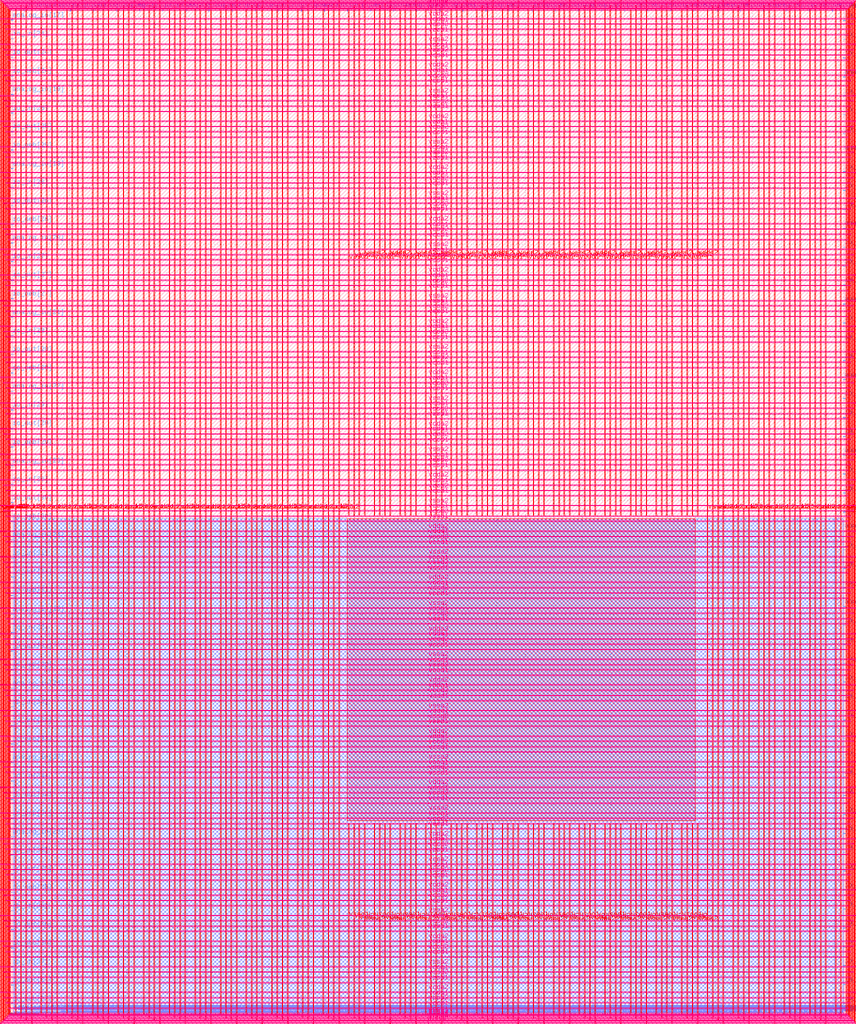
<source format=lef>
VERSION 5.7 ;
  NOWIREEXTENSIONATPIN ON ;
  DIVIDERCHAR "/" ;
  BUSBITCHARS "[]" ;
MACRO user_project_wrapper
  CLASS BLOCK ;
  FOREIGN user_project_wrapper ;
  ORIGIN 0.000 0.000 ;
  SIZE 2920.000 BY 3520.000 ;
  PIN analog_io[0]
    DIRECTION INOUT ;
    USE SIGNAL ;
    PORT
      LAYER met3 ;
        RECT 2917.600 1426.380 2924.800 1427.580 ;
    END
  END analog_io[0]
  PIN analog_io[10]
    DIRECTION INOUT ;
    USE SIGNAL ;
    PORT
      LAYER met2 ;
        RECT 2230.490 3517.600 2231.050 3524.800 ;
    END
  END analog_io[10]
  PIN analog_io[11]
    DIRECTION INOUT ;
    USE SIGNAL ;
    PORT
      LAYER met2 ;
        RECT 1905.730 3517.600 1906.290 3524.800 ;
    END
  END analog_io[11]
  PIN analog_io[12]
    DIRECTION INOUT ;
    USE SIGNAL ;
    PORT
      LAYER met2 ;
        RECT 1581.430 3517.600 1581.990 3524.800 ;
    END
  END analog_io[12]
  PIN analog_io[13]
    DIRECTION INOUT ;
    USE SIGNAL ;
    PORT
      LAYER met2 ;
        RECT 1257.130 3517.600 1257.690 3524.800 ;
    END
  END analog_io[13]
  PIN analog_io[14]
    DIRECTION INOUT ;
    USE SIGNAL ;
    PORT
      LAYER met2 ;
        RECT 932.370 3517.600 932.930 3524.800 ;
    END
  END analog_io[14]
  PIN analog_io[15]
    DIRECTION INOUT ;
    USE SIGNAL ;
    PORT
      LAYER met2 ;
        RECT 608.070 3517.600 608.630 3524.800 ;
    END
  END analog_io[15]
  PIN analog_io[16]
    DIRECTION INOUT ;
    USE SIGNAL ;
    PORT
      LAYER met2 ;
        RECT 283.770 3517.600 284.330 3524.800 ;
    END
  END analog_io[16]
  PIN analog_io[17]
    DIRECTION INOUT ;
    USE SIGNAL ;
    PORT
      LAYER met3 ;
        RECT -4.800 3486.100 2.400 3487.300 ;
    END
  END analog_io[17]
  PIN analog_io[18]
    DIRECTION INOUT ;
    USE SIGNAL ;
    PORT
      LAYER met3 ;
        RECT -4.800 3224.980 2.400 3226.180 ;
    END
  END analog_io[18]
  PIN analog_io[19]
    DIRECTION INOUT ;
    USE SIGNAL ;
    PORT
      LAYER met3 ;
        RECT -4.800 2964.540 2.400 2965.740 ;
    END
  END analog_io[19]
  PIN analog_io[1]
    DIRECTION INOUT ;
    USE SIGNAL ;
    PORT
      LAYER met3 ;
        RECT 2917.600 1692.260 2924.800 1693.460 ;
    END
  END analog_io[1]
  PIN analog_io[20]
    DIRECTION INOUT ;
    USE SIGNAL ;
    PORT
      LAYER met3 ;
        RECT -4.800 2703.420 2.400 2704.620 ;
    END
  END analog_io[20]
  PIN analog_io[21]
    DIRECTION INOUT ;
    USE SIGNAL ;
    PORT
      LAYER met3 ;
        RECT -4.800 2442.980 2.400 2444.180 ;
    END
  END analog_io[21]
  PIN analog_io[22]
    DIRECTION INOUT ;
    USE SIGNAL ;
    PORT
      LAYER met3 ;
        RECT -4.800 2182.540 2.400 2183.740 ;
    END
  END analog_io[22]
  PIN analog_io[23]
    DIRECTION INOUT ;
    USE SIGNAL ;
    PORT
      LAYER met3 ;
        RECT -4.800 1921.420 2.400 1922.620 ;
    END
  END analog_io[23]
  PIN analog_io[24]
    DIRECTION INOUT ;
    USE SIGNAL ;
    PORT
      LAYER met3 ;
        RECT -4.800 1660.980 2.400 1662.180 ;
    END
  END analog_io[24]
  PIN analog_io[25]
    DIRECTION INOUT ;
    USE SIGNAL ;
    PORT
      LAYER met3 ;
        RECT -4.800 1399.860 2.400 1401.060 ;
    END
  END analog_io[25]
  PIN analog_io[26]
    DIRECTION INOUT ;
    USE SIGNAL ;
    PORT
      LAYER met3 ;
        RECT -4.800 1139.420 2.400 1140.620 ;
    END
  END analog_io[26]
  PIN analog_io[27]
    DIRECTION INOUT ;
    USE SIGNAL ;
    PORT
      LAYER met3 ;
        RECT -4.800 878.980 2.400 880.180 ;
    END
  END analog_io[27]
  PIN analog_io[28]
    DIRECTION INOUT ;
    USE SIGNAL ;
    PORT
      LAYER met3 ;
        RECT -4.800 617.860 2.400 619.060 ;
    END
  END analog_io[28]
  PIN analog_io[2]
    DIRECTION INOUT ;
    USE SIGNAL ;
    PORT
      LAYER met3 ;
        RECT 2917.600 1958.140 2924.800 1959.340 ;
    END
  END analog_io[2]
  PIN analog_io[3]
    DIRECTION INOUT ;
    USE SIGNAL ;
    PORT
      LAYER met3 ;
        RECT 2917.600 2223.340 2924.800 2224.540 ;
    END
  END analog_io[3]
  PIN analog_io[4]
    DIRECTION INOUT ;
    USE SIGNAL ;
    PORT
      LAYER met3 ;
        RECT 2917.600 2489.220 2924.800 2490.420 ;
    END
  END analog_io[4]
  PIN analog_io[5]
    DIRECTION INOUT ;
    USE SIGNAL ;
    PORT
      LAYER met3 ;
        RECT 2917.600 2755.100 2924.800 2756.300 ;
    END
  END analog_io[5]
  PIN analog_io[6]
    DIRECTION INOUT ;
    USE SIGNAL ;
    PORT
      LAYER met3 ;
        RECT 2917.600 3020.300 2924.800 3021.500 ;
    END
  END analog_io[6]
  PIN analog_io[7]
    DIRECTION INOUT ;
    USE SIGNAL ;
    PORT
      LAYER met3 ;
        RECT 2917.600 3286.180 2924.800 3287.380 ;
    END
  END analog_io[7]
  PIN analog_io[8]
    DIRECTION INOUT ;
    USE SIGNAL ;
    PORT
      LAYER met2 ;
        RECT 2879.090 3517.600 2879.650 3524.800 ;
    END
  END analog_io[8]
  PIN analog_io[9]
    DIRECTION INOUT ;
    USE SIGNAL ;
    PORT
      LAYER met2 ;
        RECT 2554.790 3517.600 2555.350 3524.800 ;
    END
  END analog_io[9]
  PIN io_in[0]
    DIRECTION INPUT ;
    USE SIGNAL ;
    PORT
      LAYER met3 ;
        RECT 2917.600 32.380 2924.800 33.580 ;
    END
  END io_in[0]
  PIN io_in[10]
    DIRECTION INPUT ;
    USE SIGNAL ;
    PORT
      LAYER met3 ;
        RECT 2917.600 2289.980 2924.800 2291.180 ;
    END
  END io_in[10]
  PIN io_in[11]
    DIRECTION INPUT ;
    USE SIGNAL ;
    PORT
      LAYER met3 ;
        RECT 2917.600 2555.860 2924.800 2557.060 ;
    END
  END io_in[11]
  PIN io_in[12]
    DIRECTION INPUT ;
    USE SIGNAL ;
    PORT
      LAYER met3 ;
        RECT 2917.600 2821.060 2924.800 2822.260 ;
    END
  END io_in[12]
  PIN io_in[13]
    DIRECTION INPUT ;
    USE SIGNAL ;
    PORT
      LAYER met3 ;
        RECT 2917.600 3086.940 2924.800 3088.140 ;
    END
  END io_in[13]
  PIN io_in[14]
    DIRECTION INPUT ;
    USE SIGNAL ;
    PORT
      LAYER met3 ;
        RECT 2917.600 3352.820 2924.800 3354.020 ;
    END
  END io_in[14]
  PIN io_in[15]
    DIRECTION INPUT ;
    USE SIGNAL ;
    PORT
      LAYER met2 ;
        RECT 2798.130 3517.600 2798.690 3524.800 ;
    END
  END io_in[15]
  PIN io_in[16]
    DIRECTION INPUT ;
    USE SIGNAL ;
    PORT
      LAYER met2 ;
        RECT 2473.830 3517.600 2474.390 3524.800 ;
    END
  END io_in[16]
  PIN io_in[17]
    DIRECTION INPUT ;
    USE SIGNAL ;
    PORT
      LAYER met2 ;
        RECT 2149.070 3517.600 2149.630 3524.800 ;
    END
  END io_in[17]
  PIN io_in[18]
    DIRECTION INPUT ;
    USE SIGNAL ;
    PORT
      LAYER met2 ;
        RECT 1824.770 3517.600 1825.330 3524.800 ;
    END
  END io_in[18]
  PIN io_in[19]
    DIRECTION INPUT ;
    USE SIGNAL ;
    PORT
      LAYER met2 ;
        RECT 1500.470 3517.600 1501.030 3524.800 ;
    END
  END io_in[19]
  PIN io_in[1]
    DIRECTION INPUT ;
    USE SIGNAL ;
    PORT
      LAYER met3 ;
        RECT 2917.600 230.940 2924.800 232.140 ;
    END
  END io_in[1]
  PIN io_in[20]
    DIRECTION INPUT ;
    USE SIGNAL ;
    PORT
      LAYER met2 ;
        RECT 1175.710 3517.600 1176.270 3524.800 ;
    END
  END io_in[20]
  PIN io_in[21]
    DIRECTION INPUT ;
    USE SIGNAL ;
    PORT
      LAYER met2 ;
        RECT 851.410 3517.600 851.970 3524.800 ;
    END
  END io_in[21]
  PIN io_in[22]
    DIRECTION INPUT ;
    USE SIGNAL ;
    PORT
      LAYER met2 ;
        RECT 527.110 3517.600 527.670 3524.800 ;
    END
  END io_in[22]
  PIN io_in[23]
    DIRECTION INPUT ;
    USE SIGNAL ;
    PORT
      LAYER met2 ;
        RECT 202.350 3517.600 202.910 3524.800 ;
    END
  END io_in[23]
  PIN io_in[24]
    DIRECTION INPUT ;
    USE SIGNAL ;
    PORT
      LAYER met3 ;
        RECT -4.800 3420.820 2.400 3422.020 ;
    END
  END io_in[24]
  PIN io_in[25]
    DIRECTION INPUT ;
    USE SIGNAL ;
    PORT
      LAYER met3 ;
        RECT -4.800 3159.700 2.400 3160.900 ;
    END
  END io_in[25]
  PIN io_in[26]
    DIRECTION INPUT ;
    USE SIGNAL ;
    PORT
      LAYER met3 ;
        RECT -4.800 2899.260 2.400 2900.460 ;
    END
  END io_in[26]
  PIN io_in[27]
    DIRECTION INPUT ;
    USE SIGNAL ;
    PORT
      LAYER met3 ;
        RECT -4.800 2638.820 2.400 2640.020 ;
    END
  END io_in[27]
  PIN io_in[28]
    DIRECTION INPUT ;
    USE SIGNAL ;
    PORT
      LAYER met3 ;
        RECT -4.800 2377.700 2.400 2378.900 ;
    END
  END io_in[28]
  PIN io_in[29]
    DIRECTION INPUT ;
    USE SIGNAL ;
    PORT
      LAYER met3 ;
        RECT -4.800 2117.260 2.400 2118.460 ;
    END
  END io_in[29]
  PIN io_in[2]
    DIRECTION INPUT ;
    USE SIGNAL ;
    PORT
      LAYER met3 ;
        RECT 2917.600 430.180 2924.800 431.380 ;
    END
  END io_in[2]
  PIN io_in[30]
    DIRECTION INPUT ;
    USE SIGNAL ;
    PORT
      LAYER met3 ;
        RECT -4.800 1856.140 2.400 1857.340 ;
    END
  END io_in[30]
  PIN io_in[31]
    DIRECTION INPUT ;
    USE SIGNAL ;
    PORT
      LAYER met3 ;
        RECT -4.800 1595.700 2.400 1596.900 ;
    END
  END io_in[31]
  PIN io_in[32]
    DIRECTION INPUT ;
    USE SIGNAL ;
    PORT
      LAYER met3 ;
        RECT -4.800 1335.260 2.400 1336.460 ;
    END
  END io_in[32]
  PIN io_in[33]
    DIRECTION INPUT ;
    USE SIGNAL ;
    PORT
      LAYER met3 ;
        RECT -4.800 1074.140 2.400 1075.340 ;
    END
  END io_in[33]
  PIN io_in[34]
    DIRECTION INPUT ;
    USE SIGNAL ;
    PORT
      LAYER met3 ;
        RECT -4.800 813.700 2.400 814.900 ;
    END
  END io_in[34]
  PIN io_in[35]
    DIRECTION INPUT ;
    USE SIGNAL ;
    PORT
      LAYER met3 ;
        RECT -4.800 552.580 2.400 553.780 ;
    END
  END io_in[35]
  PIN io_in[36]
    DIRECTION INPUT ;
    USE SIGNAL ;
    PORT
      LAYER met3 ;
        RECT -4.800 357.420 2.400 358.620 ;
    END
  END io_in[36]
  PIN io_in[37]
    DIRECTION INPUT ;
    USE SIGNAL ;
    PORT
      LAYER met3 ;
        RECT -4.800 161.580 2.400 162.780 ;
    END
  END io_in[37]
  PIN io_in[3]
    DIRECTION INPUT ;
    USE SIGNAL ;
    PORT
      LAYER met3 ;
        RECT 2917.600 629.420 2924.800 630.620 ;
    END
  END io_in[3]
  PIN io_in[4]
    DIRECTION INPUT ;
    USE SIGNAL ;
    PORT
      LAYER met3 ;
        RECT 2917.600 828.660 2924.800 829.860 ;
    END
  END io_in[4]
  PIN io_in[5]
    DIRECTION INPUT ;
    USE SIGNAL ;
    PORT
      LAYER met3 ;
        RECT 2917.600 1027.900 2924.800 1029.100 ;
    END
  END io_in[5]
  PIN io_in[6]
    DIRECTION INPUT ;
    USE SIGNAL ;
    PORT
      LAYER met3 ;
        RECT 2917.600 1227.140 2924.800 1228.340 ;
    END
  END io_in[6]
  PIN io_in[7]
    DIRECTION INPUT ;
    USE SIGNAL ;
    PORT
      LAYER met3 ;
        RECT 2917.600 1493.020 2924.800 1494.220 ;
    END
  END io_in[7]
  PIN io_in[8]
    DIRECTION INPUT ;
    USE SIGNAL ;
    PORT
      LAYER met3 ;
        RECT 2917.600 1758.900 2924.800 1760.100 ;
    END
  END io_in[8]
  PIN io_in[9]
    DIRECTION INPUT ;
    USE SIGNAL ;
    PORT
      LAYER met3 ;
        RECT 2917.600 2024.100 2924.800 2025.300 ;
    END
  END io_in[9]
  PIN io_oeb[0]
    DIRECTION OUTPUT TRISTATE ;
    USE SIGNAL ;
    PORT
      LAYER met3 ;
        RECT 2917.600 164.980 2924.800 166.180 ;
    END
  END io_oeb[0]
  PIN io_oeb[10]
    DIRECTION OUTPUT TRISTATE ;
    USE SIGNAL ;
    PORT
      LAYER met3 ;
        RECT 2917.600 2422.580 2924.800 2423.780 ;
    END
  END io_oeb[10]
  PIN io_oeb[11]
    DIRECTION OUTPUT TRISTATE ;
    USE SIGNAL ;
    PORT
      LAYER met3 ;
        RECT 2917.600 2688.460 2924.800 2689.660 ;
    END
  END io_oeb[11]
  PIN io_oeb[12]
    DIRECTION OUTPUT TRISTATE ;
    USE SIGNAL ;
    PORT
      LAYER met3 ;
        RECT 2917.600 2954.340 2924.800 2955.540 ;
    END
  END io_oeb[12]
  PIN io_oeb[13]
    DIRECTION OUTPUT TRISTATE ;
    USE SIGNAL ;
    PORT
      LAYER met3 ;
        RECT 2917.600 3219.540 2924.800 3220.740 ;
    END
  END io_oeb[13]
  PIN io_oeb[14]
    DIRECTION OUTPUT TRISTATE ;
    USE SIGNAL ;
    PORT
      LAYER met3 ;
        RECT 2917.600 3485.420 2924.800 3486.620 ;
    END
  END io_oeb[14]
  PIN io_oeb[15]
    DIRECTION OUTPUT TRISTATE ;
    USE SIGNAL ;
    PORT
      LAYER met2 ;
        RECT 2635.750 3517.600 2636.310 3524.800 ;
    END
  END io_oeb[15]
  PIN io_oeb[16]
    DIRECTION OUTPUT TRISTATE ;
    USE SIGNAL ;
    PORT
      LAYER met2 ;
        RECT 2311.450 3517.600 2312.010 3524.800 ;
    END
  END io_oeb[16]
  PIN io_oeb[17]
    DIRECTION OUTPUT TRISTATE ;
    USE SIGNAL ;
    PORT
      LAYER met2 ;
        RECT 1987.150 3517.600 1987.710 3524.800 ;
    END
  END io_oeb[17]
  PIN io_oeb[18]
    DIRECTION OUTPUT TRISTATE ;
    USE SIGNAL ;
    PORT
      LAYER met2 ;
        RECT 1662.390 3517.600 1662.950 3524.800 ;
    END
  END io_oeb[18]
  PIN io_oeb[19]
    DIRECTION OUTPUT TRISTATE ;
    USE SIGNAL ;
    PORT
      LAYER met2 ;
        RECT 1338.090 3517.600 1338.650 3524.800 ;
    END
  END io_oeb[19]
  PIN io_oeb[1]
    DIRECTION OUTPUT TRISTATE ;
    USE SIGNAL ;
    PORT
      LAYER met3 ;
        RECT 2917.600 364.220 2924.800 365.420 ;
    END
  END io_oeb[1]
  PIN io_oeb[20]
    DIRECTION OUTPUT TRISTATE ;
    USE SIGNAL ;
    PORT
      LAYER met2 ;
        RECT 1013.790 3517.600 1014.350 3524.800 ;
    END
  END io_oeb[20]
  PIN io_oeb[21]
    DIRECTION OUTPUT TRISTATE ;
    USE SIGNAL ;
    PORT
      LAYER met2 ;
        RECT 689.030 3517.600 689.590 3524.800 ;
    END
  END io_oeb[21]
  PIN io_oeb[22]
    DIRECTION OUTPUT TRISTATE ;
    USE SIGNAL ;
    PORT
      LAYER met2 ;
        RECT 364.730 3517.600 365.290 3524.800 ;
    END
  END io_oeb[22]
  PIN io_oeb[23]
    DIRECTION OUTPUT TRISTATE ;
    USE SIGNAL ;
    PORT
      LAYER met2 ;
        RECT 40.430 3517.600 40.990 3524.800 ;
    END
  END io_oeb[23]
  PIN io_oeb[24]
    DIRECTION OUTPUT TRISTATE ;
    USE SIGNAL ;
    PORT
      LAYER met3 ;
        RECT -4.800 3290.260 2.400 3291.460 ;
    END
  END io_oeb[24]
  PIN io_oeb[25]
    DIRECTION OUTPUT TRISTATE ;
    USE SIGNAL ;
    PORT
      LAYER met3 ;
        RECT -4.800 3029.820 2.400 3031.020 ;
    END
  END io_oeb[25]
  PIN io_oeb[26]
    DIRECTION OUTPUT TRISTATE ;
    USE SIGNAL ;
    PORT
      LAYER met3 ;
        RECT -4.800 2768.700 2.400 2769.900 ;
    END
  END io_oeb[26]
  PIN io_oeb[27]
    DIRECTION OUTPUT TRISTATE ;
    USE SIGNAL ;
    PORT
      LAYER met3 ;
        RECT -4.800 2508.260 2.400 2509.460 ;
    END
  END io_oeb[27]
  PIN io_oeb[28]
    DIRECTION OUTPUT TRISTATE ;
    USE SIGNAL ;
    PORT
      LAYER met3 ;
        RECT -4.800 2247.140 2.400 2248.340 ;
    END
  END io_oeb[28]
  PIN io_oeb[29]
    DIRECTION OUTPUT TRISTATE ;
    USE SIGNAL ;
    PORT
      LAYER met3 ;
        RECT -4.800 1986.700 2.400 1987.900 ;
    END
  END io_oeb[29]
  PIN io_oeb[2]
    DIRECTION OUTPUT TRISTATE ;
    USE SIGNAL ;
    PORT
      LAYER met3 ;
        RECT 2917.600 563.460 2924.800 564.660 ;
    END
  END io_oeb[2]
  PIN io_oeb[30]
    DIRECTION OUTPUT TRISTATE ;
    USE SIGNAL ;
    PORT
      LAYER met3 ;
        RECT -4.800 1726.260 2.400 1727.460 ;
    END
  END io_oeb[30]
  PIN io_oeb[31]
    DIRECTION OUTPUT TRISTATE ;
    USE SIGNAL ;
    PORT
      LAYER met3 ;
        RECT -4.800 1465.140 2.400 1466.340 ;
    END
  END io_oeb[31]
  PIN io_oeb[32]
    DIRECTION OUTPUT TRISTATE ;
    USE SIGNAL ;
    PORT
      LAYER met3 ;
        RECT -4.800 1204.700 2.400 1205.900 ;
    END
  END io_oeb[32]
  PIN io_oeb[33]
    DIRECTION OUTPUT TRISTATE ;
    USE SIGNAL ;
    PORT
      LAYER met3 ;
        RECT -4.800 943.580 2.400 944.780 ;
    END
  END io_oeb[33]
  PIN io_oeb[34]
    DIRECTION OUTPUT TRISTATE ;
    USE SIGNAL ;
    PORT
      LAYER met3 ;
        RECT -4.800 683.140 2.400 684.340 ;
    END
  END io_oeb[34]
  PIN io_oeb[35]
    DIRECTION OUTPUT TRISTATE ;
    USE SIGNAL ;
    PORT
      LAYER met3 ;
        RECT -4.800 422.700 2.400 423.900 ;
    END
  END io_oeb[35]
  PIN io_oeb[36]
    DIRECTION OUTPUT TRISTATE ;
    USE SIGNAL ;
    PORT
      LAYER met3 ;
        RECT -4.800 226.860 2.400 228.060 ;
    END
  END io_oeb[36]
  PIN io_oeb[37]
    DIRECTION OUTPUT TRISTATE ;
    USE SIGNAL ;
    PORT
      LAYER met3 ;
        RECT -4.800 31.700 2.400 32.900 ;
    END
  END io_oeb[37]
  PIN io_oeb[3]
    DIRECTION OUTPUT TRISTATE ;
    USE SIGNAL ;
    PORT
      LAYER met3 ;
        RECT 2917.600 762.700 2924.800 763.900 ;
    END
  END io_oeb[3]
  PIN io_oeb[4]
    DIRECTION OUTPUT TRISTATE ;
    USE SIGNAL ;
    PORT
      LAYER met3 ;
        RECT 2917.600 961.940 2924.800 963.140 ;
    END
  END io_oeb[4]
  PIN io_oeb[5]
    DIRECTION OUTPUT TRISTATE ;
    USE SIGNAL ;
    PORT
      LAYER met3 ;
        RECT 2917.600 1161.180 2924.800 1162.380 ;
    END
  END io_oeb[5]
  PIN io_oeb[6]
    DIRECTION OUTPUT TRISTATE ;
    USE SIGNAL ;
    PORT
      LAYER met3 ;
        RECT 2917.600 1360.420 2924.800 1361.620 ;
    END
  END io_oeb[6]
  PIN io_oeb[7]
    DIRECTION OUTPUT TRISTATE ;
    USE SIGNAL ;
    PORT
      LAYER met3 ;
        RECT 2917.600 1625.620 2924.800 1626.820 ;
    END
  END io_oeb[7]
  PIN io_oeb[8]
    DIRECTION OUTPUT TRISTATE ;
    USE SIGNAL ;
    PORT
      LAYER met3 ;
        RECT 2917.600 1891.500 2924.800 1892.700 ;
    END
  END io_oeb[8]
  PIN io_oeb[9]
    DIRECTION OUTPUT TRISTATE ;
    USE SIGNAL ;
    PORT
      LAYER met3 ;
        RECT 2917.600 2157.380 2924.800 2158.580 ;
    END
  END io_oeb[9]
  PIN io_out[0]
    DIRECTION OUTPUT TRISTATE ;
    USE SIGNAL ;
    PORT
      LAYER met3 ;
        RECT 2917.600 98.340 2924.800 99.540 ;
    END
  END io_out[0]
  PIN io_out[10]
    DIRECTION OUTPUT TRISTATE ;
    USE SIGNAL ;
    PORT
      LAYER met3 ;
        RECT 2917.600 2356.620 2924.800 2357.820 ;
    END
  END io_out[10]
  PIN io_out[11]
    DIRECTION OUTPUT TRISTATE ;
    USE SIGNAL ;
    PORT
      LAYER met3 ;
        RECT 2917.600 2621.820 2924.800 2623.020 ;
    END
  END io_out[11]
  PIN io_out[12]
    DIRECTION OUTPUT TRISTATE ;
    USE SIGNAL ;
    PORT
      LAYER met3 ;
        RECT 2917.600 2887.700 2924.800 2888.900 ;
    END
  END io_out[12]
  PIN io_out[13]
    DIRECTION OUTPUT TRISTATE ;
    USE SIGNAL ;
    PORT
      LAYER met3 ;
        RECT 2917.600 3153.580 2924.800 3154.780 ;
    END
  END io_out[13]
  PIN io_out[14]
    DIRECTION OUTPUT TRISTATE ;
    USE SIGNAL ;
    PORT
      LAYER met3 ;
        RECT 2917.600 3418.780 2924.800 3419.980 ;
    END
  END io_out[14]
  PIN io_out[15]
    DIRECTION OUTPUT TRISTATE ;
    USE SIGNAL ;
    PORT
      LAYER met2 ;
        RECT 2717.170 3517.600 2717.730 3524.800 ;
    END
  END io_out[15]
  PIN io_out[16]
    DIRECTION OUTPUT TRISTATE ;
    USE SIGNAL ;
    PORT
      LAYER met2 ;
        RECT 2392.410 3517.600 2392.970 3524.800 ;
    END
  END io_out[16]
  PIN io_out[17]
    DIRECTION OUTPUT TRISTATE ;
    USE SIGNAL ;
    PORT
      LAYER met2 ;
        RECT 2068.110 3517.600 2068.670 3524.800 ;
    END
  END io_out[17]
  PIN io_out[18]
    DIRECTION OUTPUT TRISTATE ;
    USE SIGNAL ;
    PORT
      LAYER met2 ;
        RECT 1743.810 3517.600 1744.370 3524.800 ;
    END
  END io_out[18]
  PIN io_out[19]
    DIRECTION OUTPUT TRISTATE ;
    USE SIGNAL ;
    PORT
      LAYER met2 ;
        RECT 1419.050 3517.600 1419.610 3524.800 ;
    END
  END io_out[19]
  PIN io_out[1]
    DIRECTION OUTPUT TRISTATE ;
    USE SIGNAL ;
    PORT
      LAYER met3 ;
        RECT 2917.600 297.580 2924.800 298.780 ;
    END
  END io_out[1]
  PIN io_out[20]
    DIRECTION OUTPUT TRISTATE ;
    USE SIGNAL ;
    PORT
      LAYER met2 ;
        RECT 1094.750 3517.600 1095.310 3524.800 ;
    END
  END io_out[20]
  PIN io_out[21]
    DIRECTION OUTPUT TRISTATE ;
    USE SIGNAL ;
    PORT
      LAYER met2 ;
        RECT 770.450 3517.600 771.010 3524.800 ;
    END
  END io_out[21]
  PIN io_out[22]
    DIRECTION OUTPUT TRISTATE ;
    USE SIGNAL ;
    PORT
      LAYER met2 ;
        RECT 445.690 3517.600 446.250 3524.800 ;
    END
  END io_out[22]
  PIN io_out[23]
    DIRECTION OUTPUT TRISTATE ;
    USE SIGNAL ;
    PORT
      LAYER met2 ;
        RECT 121.390 3517.600 121.950 3524.800 ;
    END
  END io_out[23]
  PIN io_out[24]
    DIRECTION OUTPUT TRISTATE ;
    USE SIGNAL ;
    PORT
      LAYER met3 ;
        RECT -4.800 3355.540 2.400 3356.740 ;
    END
  END io_out[24]
  PIN io_out[25]
    DIRECTION OUTPUT TRISTATE ;
    USE SIGNAL ;
    PORT
      LAYER met3 ;
        RECT -4.800 3095.100 2.400 3096.300 ;
    END
  END io_out[25]
  PIN io_out[26]
    DIRECTION OUTPUT TRISTATE ;
    USE SIGNAL ;
    PORT
      LAYER met3 ;
        RECT -4.800 2833.980 2.400 2835.180 ;
    END
  END io_out[26]
  PIN io_out[27]
    DIRECTION OUTPUT TRISTATE ;
    USE SIGNAL ;
    PORT
      LAYER met3 ;
        RECT -4.800 2573.540 2.400 2574.740 ;
    END
  END io_out[27]
  PIN io_out[28]
    DIRECTION OUTPUT TRISTATE ;
    USE SIGNAL ;
    PORT
      LAYER met3 ;
        RECT -4.800 2312.420 2.400 2313.620 ;
    END
  END io_out[28]
  PIN io_out[29]
    DIRECTION OUTPUT TRISTATE ;
    USE SIGNAL ;
    PORT
      LAYER met3 ;
        RECT -4.800 2051.980 2.400 2053.180 ;
    END
  END io_out[29]
  PIN io_out[2]
    DIRECTION OUTPUT TRISTATE ;
    USE SIGNAL ;
    PORT
      LAYER met3 ;
        RECT 2917.600 496.820 2924.800 498.020 ;
    END
  END io_out[2]
  PIN io_out[30]
    DIRECTION OUTPUT TRISTATE ;
    USE SIGNAL ;
    PORT
      LAYER met3 ;
        RECT -4.800 1791.540 2.400 1792.740 ;
    END
  END io_out[30]
  PIN io_out[31]
    DIRECTION OUTPUT TRISTATE ;
    USE SIGNAL ;
    PORT
      LAYER met3 ;
        RECT -4.800 1530.420 2.400 1531.620 ;
    END
  END io_out[31]
  PIN io_out[32]
    DIRECTION OUTPUT TRISTATE ;
    USE SIGNAL ;
    PORT
      LAYER met3 ;
        RECT -4.800 1269.980 2.400 1271.180 ;
    END
  END io_out[32]
  PIN io_out[33]
    DIRECTION OUTPUT TRISTATE ;
    USE SIGNAL ;
    PORT
      LAYER met3 ;
        RECT -4.800 1008.860 2.400 1010.060 ;
    END
  END io_out[33]
  PIN io_out[34]
    DIRECTION OUTPUT TRISTATE ;
    USE SIGNAL ;
    PORT
      LAYER met3 ;
        RECT -4.800 748.420 2.400 749.620 ;
    END
  END io_out[34]
  PIN io_out[35]
    DIRECTION OUTPUT TRISTATE ;
    USE SIGNAL ;
    PORT
      LAYER met3 ;
        RECT -4.800 487.300 2.400 488.500 ;
    END
  END io_out[35]
  PIN io_out[36]
    DIRECTION OUTPUT TRISTATE ;
    USE SIGNAL ;
    PORT
      LAYER met3 ;
        RECT -4.800 292.140 2.400 293.340 ;
    END
  END io_out[36]
  PIN io_out[37]
    DIRECTION OUTPUT TRISTATE ;
    USE SIGNAL ;
    PORT
      LAYER met3 ;
        RECT -4.800 96.300 2.400 97.500 ;
    END
  END io_out[37]
  PIN io_out[3]
    DIRECTION OUTPUT TRISTATE ;
    USE SIGNAL ;
    PORT
      LAYER met3 ;
        RECT 2917.600 696.060 2924.800 697.260 ;
    END
  END io_out[3]
  PIN io_out[4]
    DIRECTION OUTPUT TRISTATE ;
    USE SIGNAL ;
    PORT
      LAYER met3 ;
        RECT 2917.600 895.300 2924.800 896.500 ;
    END
  END io_out[4]
  PIN io_out[5]
    DIRECTION OUTPUT TRISTATE ;
    USE SIGNAL ;
    PORT
      LAYER met3 ;
        RECT 2917.600 1094.540 2924.800 1095.740 ;
    END
  END io_out[5]
  PIN io_out[6]
    DIRECTION OUTPUT TRISTATE ;
    USE SIGNAL ;
    PORT
      LAYER met3 ;
        RECT 2917.600 1293.780 2924.800 1294.980 ;
    END
  END io_out[6]
  PIN io_out[7]
    DIRECTION OUTPUT TRISTATE ;
    USE SIGNAL ;
    PORT
      LAYER met3 ;
        RECT 2917.600 1559.660 2924.800 1560.860 ;
    END
  END io_out[7]
  PIN io_out[8]
    DIRECTION OUTPUT TRISTATE ;
    USE SIGNAL ;
    PORT
      LAYER met3 ;
        RECT 2917.600 1824.860 2924.800 1826.060 ;
    END
  END io_out[8]
  PIN io_out[9]
    DIRECTION OUTPUT TRISTATE ;
    USE SIGNAL ;
    PORT
      LAYER met3 ;
        RECT 2917.600 2090.740 2924.800 2091.940 ;
    END
  END io_out[9]
  PIN la_data_in[0]
    DIRECTION INPUT ;
    USE SIGNAL ;
    PORT
      LAYER met2 ;
        RECT 629.230 -4.800 629.790 2.400 ;
    END
  END la_data_in[0]
  PIN la_data_in[100]
    DIRECTION INPUT ;
    USE SIGNAL ;
    PORT
      LAYER met2 ;
        RECT 2402.530 -4.800 2403.090 2.400 ;
    END
  END la_data_in[100]
  PIN la_data_in[101]
    DIRECTION INPUT ;
    USE SIGNAL ;
    PORT
      LAYER met2 ;
        RECT 2420.010 -4.800 2420.570 2.400 ;
    END
  END la_data_in[101]
  PIN la_data_in[102]
    DIRECTION INPUT ;
    USE SIGNAL ;
    PORT
      LAYER met2 ;
        RECT 2437.950 -4.800 2438.510 2.400 ;
    END
  END la_data_in[102]
  PIN la_data_in[103]
    DIRECTION INPUT ;
    USE SIGNAL ;
    PORT
      LAYER met2 ;
        RECT 2455.430 -4.800 2455.990 2.400 ;
    END
  END la_data_in[103]
  PIN la_data_in[104]
    DIRECTION INPUT ;
    USE SIGNAL ;
    PORT
      LAYER met2 ;
        RECT 2473.370 -4.800 2473.930 2.400 ;
    END
  END la_data_in[104]
  PIN la_data_in[105]
    DIRECTION INPUT ;
    USE SIGNAL ;
    PORT
      LAYER met2 ;
        RECT 2490.850 -4.800 2491.410 2.400 ;
    END
  END la_data_in[105]
  PIN la_data_in[106]
    DIRECTION INPUT ;
    USE SIGNAL ;
    PORT
      LAYER met2 ;
        RECT 2508.790 -4.800 2509.350 2.400 ;
    END
  END la_data_in[106]
  PIN la_data_in[107]
    DIRECTION INPUT ;
    USE SIGNAL ;
    PORT
      LAYER met2 ;
        RECT 2526.730 -4.800 2527.290 2.400 ;
    END
  END la_data_in[107]
  PIN la_data_in[108]
    DIRECTION INPUT ;
    USE SIGNAL ;
    PORT
      LAYER met2 ;
        RECT 2544.210 -4.800 2544.770 2.400 ;
    END
  END la_data_in[108]
  PIN la_data_in[109]
    DIRECTION INPUT ;
    USE SIGNAL ;
    PORT
      LAYER met2 ;
        RECT 2562.150 -4.800 2562.710 2.400 ;
    END
  END la_data_in[109]
  PIN la_data_in[10]
    DIRECTION INPUT ;
    USE SIGNAL ;
    PORT
      LAYER met2 ;
        RECT 806.330 -4.800 806.890 2.400 ;
    END
  END la_data_in[10]
  PIN la_data_in[110]
    DIRECTION INPUT ;
    USE SIGNAL ;
    PORT
      LAYER met2 ;
        RECT 2579.630 -4.800 2580.190 2.400 ;
    END
  END la_data_in[110]
  PIN la_data_in[111]
    DIRECTION INPUT ;
    USE SIGNAL ;
    PORT
      LAYER met2 ;
        RECT 2597.570 -4.800 2598.130 2.400 ;
    END
  END la_data_in[111]
  PIN la_data_in[112]
    DIRECTION INPUT ;
    USE SIGNAL ;
    PORT
      LAYER met2 ;
        RECT 2615.050 -4.800 2615.610 2.400 ;
    END
  END la_data_in[112]
  PIN la_data_in[113]
    DIRECTION INPUT ;
    USE SIGNAL ;
    PORT
      LAYER met2 ;
        RECT 2632.990 -4.800 2633.550 2.400 ;
    END
  END la_data_in[113]
  PIN la_data_in[114]
    DIRECTION INPUT ;
    USE SIGNAL ;
    PORT
      LAYER met2 ;
        RECT 2650.470 -4.800 2651.030 2.400 ;
    END
  END la_data_in[114]
  PIN la_data_in[115]
    DIRECTION INPUT ;
    USE SIGNAL ;
    PORT
      LAYER met2 ;
        RECT 2668.410 -4.800 2668.970 2.400 ;
    END
  END la_data_in[115]
  PIN la_data_in[116]
    DIRECTION INPUT ;
    USE SIGNAL ;
    PORT
      LAYER met2 ;
        RECT 2685.890 -4.800 2686.450 2.400 ;
    END
  END la_data_in[116]
  PIN la_data_in[117]
    DIRECTION INPUT ;
    USE SIGNAL ;
    PORT
      LAYER met2 ;
        RECT 2703.830 -4.800 2704.390 2.400 ;
    END
  END la_data_in[117]
  PIN la_data_in[118]
    DIRECTION INPUT ;
    USE SIGNAL ;
    PORT
      LAYER met2 ;
        RECT 2721.770 -4.800 2722.330 2.400 ;
    END
  END la_data_in[118]
  PIN la_data_in[119]
    DIRECTION INPUT ;
    USE SIGNAL ;
    PORT
      LAYER met2 ;
        RECT 2739.250 -4.800 2739.810 2.400 ;
    END
  END la_data_in[119]
  PIN la_data_in[11]
    DIRECTION INPUT ;
    USE SIGNAL ;
    PORT
      LAYER met2 ;
        RECT 824.270 -4.800 824.830 2.400 ;
    END
  END la_data_in[11]
  PIN la_data_in[120]
    DIRECTION INPUT ;
    USE SIGNAL ;
    PORT
      LAYER met2 ;
        RECT 2757.190 -4.800 2757.750 2.400 ;
    END
  END la_data_in[120]
  PIN la_data_in[121]
    DIRECTION INPUT ;
    USE SIGNAL ;
    PORT
      LAYER met2 ;
        RECT 2774.670 -4.800 2775.230 2.400 ;
    END
  END la_data_in[121]
  PIN la_data_in[122]
    DIRECTION INPUT ;
    USE SIGNAL ;
    PORT
      LAYER met2 ;
        RECT 2792.610 -4.800 2793.170 2.400 ;
    END
  END la_data_in[122]
  PIN la_data_in[123]
    DIRECTION INPUT ;
    USE SIGNAL ;
    PORT
      LAYER met2 ;
        RECT 2810.090 -4.800 2810.650 2.400 ;
    END
  END la_data_in[123]
  PIN la_data_in[124]
    DIRECTION INPUT ;
    USE SIGNAL ;
    PORT
      LAYER met2 ;
        RECT 2828.030 -4.800 2828.590 2.400 ;
    END
  END la_data_in[124]
  PIN la_data_in[125]
    DIRECTION INPUT ;
    USE SIGNAL ;
    PORT
      LAYER met2 ;
        RECT 2845.510 -4.800 2846.070 2.400 ;
    END
  END la_data_in[125]
  PIN la_data_in[126]
    DIRECTION INPUT ;
    USE SIGNAL ;
    PORT
      LAYER met2 ;
        RECT 2863.450 -4.800 2864.010 2.400 ;
    END
  END la_data_in[126]
  PIN la_data_in[127]
    DIRECTION INPUT ;
    USE SIGNAL ;
    PORT
      LAYER met2 ;
        RECT 2881.390 -4.800 2881.950 2.400 ;
    END
  END la_data_in[127]
  PIN la_data_in[12]
    DIRECTION INPUT ;
    USE SIGNAL ;
    PORT
      LAYER met2 ;
        RECT 841.750 -4.800 842.310 2.400 ;
    END
  END la_data_in[12]
  PIN la_data_in[13]
    DIRECTION INPUT ;
    USE SIGNAL ;
    PORT
      LAYER met2 ;
        RECT 859.690 -4.800 860.250 2.400 ;
    END
  END la_data_in[13]
  PIN la_data_in[14]
    DIRECTION INPUT ;
    USE SIGNAL ;
    PORT
      LAYER met2 ;
        RECT 877.170 -4.800 877.730 2.400 ;
    END
  END la_data_in[14]
  PIN la_data_in[15]
    DIRECTION INPUT ;
    USE SIGNAL ;
    PORT
      LAYER met2 ;
        RECT 895.110 -4.800 895.670 2.400 ;
    END
  END la_data_in[15]
  PIN la_data_in[16]
    DIRECTION INPUT ;
    USE SIGNAL ;
    PORT
      LAYER met2 ;
        RECT 912.590 -4.800 913.150 2.400 ;
    END
  END la_data_in[16]
  PIN la_data_in[17]
    DIRECTION INPUT ;
    USE SIGNAL ;
    PORT
      LAYER met2 ;
        RECT 930.530 -4.800 931.090 2.400 ;
    END
  END la_data_in[17]
  PIN la_data_in[18]
    DIRECTION INPUT ;
    USE SIGNAL ;
    PORT
      LAYER met2 ;
        RECT 948.470 -4.800 949.030 2.400 ;
    END
  END la_data_in[18]
  PIN la_data_in[19]
    DIRECTION INPUT ;
    USE SIGNAL ;
    PORT
      LAYER met2 ;
        RECT 965.950 -4.800 966.510 2.400 ;
    END
  END la_data_in[19]
  PIN la_data_in[1]
    DIRECTION INPUT ;
    USE SIGNAL ;
    PORT
      LAYER met2 ;
        RECT 646.710 -4.800 647.270 2.400 ;
    END
  END la_data_in[1]
  PIN la_data_in[20]
    DIRECTION INPUT ;
    USE SIGNAL ;
    PORT
      LAYER met2 ;
        RECT 983.890 -4.800 984.450 2.400 ;
    END
  END la_data_in[20]
  PIN la_data_in[21]
    DIRECTION INPUT ;
    USE SIGNAL ;
    PORT
      LAYER met2 ;
        RECT 1001.370 -4.800 1001.930 2.400 ;
    END
  END la_data_in[21]
  PIN la_data_in[22]
    DIRECTION INPUT ;
    USE SIGNAL ;
    PORT
      LAYER met2 ;
        RECT 1019.310 -4.800 1019.870 2.400 ;
    END
  END la_data_in[22]
  PIN la_data_in[23]
    DIRECTION INPUT ;
    USE SIGNAL ;
    PORT
      LAYER met2 ;
        RECT 1036.790 -4.800 1037.350 2.400 ;
    END
  END la_data_in[23]
  PIN la_data_in[24]
    DIRECTION INPUT ;
    USE SIGNAL ;
    PORT
      LAYER met2 ;
        RECT 1054.730 -4.800 1055.290 2.400 ;
    END
  END la_data_in[24]
  PIN la_data_in[25]
    DIRECTION INPUT ;
    USE SIGNAL ;
    PORT
      LAYER met2 ;
        RECT 1072.210 -4.800 1072.770 2.400 ;
    END
  END la_data_in[25]
  PIN la_data_in[26]
    DIRECTION INPUT ;
    USE SIGNAL ;
    PORT
      LAYER met2 ;
        RECT 1090.150 -4.800 1090.710 2.400 ;
    END
  END la_data_in[26]
  PIN la_data_in[27]
    DIRECTION INPUT ;
    USE SIGNAL ;
    PORT
      LAYER met2 ;
        RECT 1107.630 -4.800 1108.190 2.400 ;
    END
  END la_data_in[27]
  PIN la_data_in[28]
    DIRECTION INPUT ;
    USE SIGNAL ;
    PORT
      LAYER met2 ;
        RECT 1125.570 -4.800 1126.130 2.400 ;
    END
  END la_data_in[28]
  PIN la_data_in[29]
    DIRECTION INPUT ;
    USE SIGNAL ;
    PORT
      LAYER met2 ;
        RECT 1143.510 -4.800 1144.070 2.400 ;
    END
  END la_data_in[29]
  PIN la_data_in[2]
    DIRECTION INPUT ;
    USE SIGNAL ;
    PORT
      LAYER met2 ;
        RECT 664.650 -4.800 665.210 2.400 ;
    END
  END la_data_in[2]
  PIN la_data_in[30]
    DIRECTION INPUT ;
    USE SIGNAL ;
    PORT
      LAYER met2 ;
        RECT 1160.990 -4.800 1161.550 2.400 ;
    END
  END la_data_in[30]
  PIN la_data_in[31]
    DIRECTION INPUT ;
    USE SIGNAL ;
    PORT
      LAYER met2 ;
        RECT 1178.930 -4.800 1179.490 2.400 ;
    END
  END la_data_in[31]
  PIN la_data_in[32]
    DIRECTION INPUT ;
    USE SIGNAL ;
    PORT
      LAYER met2 ;
        RECT 1196.410 -4.800 1196.970 2.400 ;
    END
  END la_data_in[32]
  PIN la_data_in[33]
    DIRECTION INPUT ;
    USE SIGNAL ;
    PORT
      LAYER met2 ;
        RECT 1214.350 -4.800 1214.910 2.400 ;
    END
  END la_data_in[33]
  PIN la_data_in[34]
    DIRECTION INPUT ;
    USE SIGNAL ;
    PORT
      LAYER met2 ;
        RECT 1231.830 -4.800 1232.390 2.400 ;
    END
  END la_data_in[34]
  PIN la_data_in[35]
    DIRECTION INPUT ;
    USE SIGNAL ;
    PORT
      LAYER met2 ;
        RECT 1249.770 -4.800 1250.330 2.400 ;
    END
  END la_data_in[35]
  PIN la_data_in[36]
    DIRECTION INPUT ;
    USE SIGNAL ;
    PORT
      LAYER met2 ;
        RECT 1267.250 -4.800 1267.810 2.400 ;
    END
  END la_data_in[36]
  PIN la_data_in[37]
    DIRECTION INPUT ;
    USE SIGNAL ;
    PORT
      LAYER met2 ;
        RECT 1285.190 -4.800 1285.750 2.400 ;
    END
  END la_data_in[37]
  PIN la_data_in[38]
    DIRECTION INPUT ;
    USE SIGNAL ;
    PORT
      LAYER met2 ;
        RECT 1303.130 -4.800 1303.690 2.400 ;
    END
  END la_data_in[38]
  PIN la_data_in[39]
    DIRECTION INPUT ;
    USE SIGNAL ;
    PORT
      LAYER met2 ;
        RECT 1320.610 -4.800 1321.170 2.400 ;
    END
  END la_data_in[39]
  PIN la_data_in[3]
    DIRECTION INPUT ;
    USE SIGNAL ;
    PORT
      LAYER met2 ;
        RECT 682.130 -4.800 682.690 2.400 ;
    END
  END la_data_in[3]
  PIN la_data_in[40]
    DIRECTION INPUT ;
    USE SIGNAL ;
    PORT
      LAYER met2 ;
        RECT 1338.550 -4.800 1339.110 2.400 ;
    END
  END la_data_in[40]
  PIN la_data_in[41]
    DIRECTION INPUT ;
    USE SIGNAL ;
    PORT
      LAYER met2 ;
        RECT 1356.030 -4.800 1356.590 2.400 ;
    END
  END la_data_in[41]
  PIN la_data_in[42]
    DIRECTION INPUT ;
    USE SIGNAL ;
    PORT
      LAYER met2 ;
        RECT 1373.970 -4.800 1374.530 2.400 ;
    END
  END la_data_in[42]
  PIN la_data_in[43]
    DIRECTION INPUT ;
    USE SIGNAL ;
    PORT
      LAYER met2 ;
        RECT 1391.450 -4.800 1392.010 2.400 ;
    END
  END la_data_in[43]
  PIN la_data_in[44]
    DIRECTION INPUT ;
    USE SIGNAL ;
    PORT
      LAYER met2 ;
        RECT 1409.390 -4.800 1409.950 2.400 ;
    END
  END la_data_in[44]
  PIN la_data_in[45]
    DIRECTION INPUT ;
    USE SIGNAL ;
    PORT
      LAYER met2 ;
        RECT 1426.870 -4.800 1427.430 2.400 ;
    END
  END la_data_in[45]
  PIN la_data_in[46]
    DIRECTION INPUT ;
    USE SIGNAL ;
    PORT
      LAYER met2 ;
        RECT 1444.810 -4.800 1445.370 2.400 ;
    END
  END la_data_in[46]
  PIN la_data_in[47]
    DIRECTION INPUT ;
    USE SIGNAL ;
    PORT
      LAYER met2 ;
        RECT 1462.750 -4.800 1463.310 2.400 ;
    END
  END la_data_in[47]
  PIN la_data_in[48]
    DIRECTION INPUT ;
    USE SIGNAL ;
    PORT
      LAYER met2 ;
        RECT 1480.230 -4.800 1480.790 2.400 ;
    END
  END la_data_in[48]
  PIN la_data_in[49]
    DIRECTION INPUT ;
    USE SIGNAL ;
    PORT
      LAYER met2 ;
        RECT 1498.170 -4.800 1498.730 2.400 ;
    END
  END la_data_in[49]
  PIN la_data_in[4]
    DIRECTION INPUT ;
    USE SIGNAL ;
    PORT
      LAYER met2 ;
        RECT 700.070 -4.800 700.630 2.400 ;
    END
  END la_data_in[4]
  PIN la_data_in[50]
    DIRECTION INPUT ;
    USE SIGNAL ;
    PORT
      LAYER met2 ;
        RECT 1515.650 -4.800 1516.210 2.400 ;
    END
  END la_data_in[50]
  PIN la_data_in[51]
    DIRECTION INPUT ;
    USE SIGNAL ;
    PORT
      LAYER met2 ;
        RECT 1533.590 -4.800 1534.150 2.400 ;
    END
  END la_data_in[51]
  PIN la_data_in[52]
    DIRECTION INPUT ;
    USE SIGNAL ;
    PORT
      LAYER met2 ;
        RECT 1551.070 -4.800 1551.630 2.400 ;
    END
  END la_data_in[52]
  PIN la_data_in[53]
    DIRECTION INPUT ;
    USE SIGNAL ;
    PORT
      LAYER met2 ;
        RECT 1569.010 -4.800 1569.570 2.400 ;
    END
  END la_data_in[53]
  PIN la_data_in[54]
    DIRECTION INPUT ;
    USE SIGNAL ;
    PORT
      LAYER met2 ;
        RECT 1586.490 -4.800 1587.050 2.400 ;
    END
  END la_data_in[54]
  PIN la_data_in[55]
    DIRECTION INPUT ;
    USE SIGNAL ;
    PORT
      LAYER met2 ;
        RECT 1604.430 -4.800 1604.990 2.400 ;
    END
  END la_data_in[55]
  PIN la_data_in[56]
    DIRECTION INPUT ;
    USE SIGNAL ;
    PORT
      LAYER met2 ;
        RECT 1621.910 -4.800 1622.470 2.400 ;
    END
  END la_data_in[56]
  PIN la_data_in[57]
    DIRECTION INPUT ;
    USE SIGNAL ;
    PORT
      LAYER met2 ;
        RECT 1639.850 -4.800 1640.410 2.400 ;
    END
  END la_data_in[57]
  PIN la_data_in[58]
    DIRECTION INPUT ;
    USE SIGNAL ;
    PORT
      LAYER met2 ;
        RECT 1657.790 -4.800 1658.350 2.400 ;
    END
  END la_data_in[58]
  PIN la_data_in[59]
    DIRECTION INPUT ;
    USE SIGNAL ;
    PORT
      LAYER met2 ;
        RECT 1675.270 -4.800 1675.830 2.400 ;
    END
  END la_data_in[59]
  PIN la_data_in[5]
    DIRECTION INPUT ;
    USE SIGNAL ;
    PORT
      LAYER met2 ;
        RECT 717.550 -4.800 718.110 2.400 ;
    END
  END la_data_in[5]
  PIN la_data_in[60]
    DIRECTION INPUT ;
    USE SIGNAL ;
    PORT
      LAYER met2 ;
        RECT 1693.210 -4.800 1693.770 2.400 ;
    END
  END la_data_in[60]
  PIN la_data_in[61]
    DIRECTION INPUT ;
    USE SIGNAL ;
    PORT
      LAYER met2 ;
        RECT 1710.690 -4.800 1711.250 2.400 ;
    END
  END la_data_in[61]
  PIN la_data_in[62]
    DIRECTION INPUT ;
    USE SIGNAL ;
    PORT
      LAYER met2 ;
        RECT 1728.630 -4.800 1729.190 2.400 ;
    END
  END la_data_in[62]
  PIN la_data_in[63]
    DIRECTION INPUT ;
    USE SIGNAL ;
    PORT
      LAYER met2 ;
        RECT 1746.110 -4.800 1746.670 2.400 ;
    END
  END la_data_in[63]
  PIN la_data_in[64]
    DIRECTION INPUT ;
    USE SIGNAL ;
    PORT
      LAYER met2 ;
        RECT 1764.050 -4.800 1764.610 2.400 ;
    END
  END la_data_in[64]
  PIN la_data_in[65]
    DIRECTION INPUT ;
    USE SIGNAL ;
    PORT
      LAYER met2 ;
        RECT 1781.530 -4.800 1782.090 2.400 ;
    END
  END la_data_in[65]
  PIN la_data_in[66]
    DIRECTION INPUT ;
    USE SIGNAL ;
    PORT
      LAYER met2 ;
        RECT 1799.470 -4.800 1800.030 2.400 ;
    END
  END la_data_in[66]
  PIN la_data_in[67]
    DIRECTION INPUT ;
    USE SIGNAL ;
    PORT
      LAYER met2 ;
        RECT 1817.410 -4.800 1817.970 2.400 ;
    END
  END la_data_in[67]
  PIN la_data_in[68]
    DIRECTION INPUT ;
    USE SIGNAL ;
    PORT
      LAYER met2 ;
        RECT 1834.890 -4.800 1835.450 2.400 ;
    END
  END la_data_in[68]
  PIN la_data_in[69]
    DIRECTION INPUT ;
    USE SIGNAL ;
    PORT
      LAYER met2 ;
        RECT 1852.830 -4.800 1853.390 2.400 ;
    END
  END la_data_in[69]
  PIN la_data_in[6]
    DIRECTION INPUT ;
    USE SIGNAL ;
    PORT
      LAYER met2 ;
        RECT 735.490 -4.800 736.050 2.400 ;
    END
  END la_data_in[6]
  PIN la_data_in[70]
    DIRECTION INPUT ;
    USE SIGNAL ;
    PORT
      LAYER met2 ;
        RECT 1870.310 -4.800 1870.870 2.400 ;
    END
  END la_data_in[70]
  PIN la_data_in[71]
    DIRECTION INPUT ;
    USE SIGNAL ;
    PORT
      LAYER met2 ;
        RECT 1888.250 -4.800 1888.810 2.400 ;
    END
  END la_data_in[71]
  PIN la_data_in[72]
    DIRECTION INPUT ;
    USE SIGNAL ;
    PORT
      LAYER met2 ;
        RECT 1905.730 -4.800 1906.290 2.400 ;
    END
  END la_data_in[72]
  PIN la_data_in[73]
    DIRECTION INPUT ;
    USE SIGNAL ;
    PORT
      LAYER met2 ;
        RECT 1923.670 -4.800 1924.230 2.400 ;
    END
  END la_data_in[73]
  PIN la_data_in[74]
    DIRECTION INPUT ;
    USE SIGNAL ;
    PORT
      LAYER met2 ;
        RECT 1941.150 -4.800 1941.710 2.400 ;
    END
  END la_data_in[74]
  PIN la_data_in[75]
    DIRECTION INPUT ;
    USE SIGNAL ;
    PORT
      LAYER met2 ;
        RECT 1959.090 -4.800 1959.650 2.400 ;
    END
  END la_data_in[75]
  PIN la_data_in[76]
    DIRECTION INPUT ;
    USE SIGNAL ;
    PORT
      LAYER met2 ;
        RECT 1976.570 -4.800 1977.130 2.400 ;
    END
  END la_data_in[76]
  PIN la_data_in[77]
    DIRECTION INPUT ;
    USE SIGNAL ;
    PORT
      LAYER met2 ;
        RECT 1994.510 -4.800 1995.070 2.400 ;
    END
  END la_data_in[77]
  PIN la_data_in[78]
    DIRECTION INPUT ;
    USE SIGNAL ;
    PORT
      LAYER met2 ;
        RECT 2012.450 -4.800 2013.010 2.400 ;
    END
  END la_data_in[78]
  PIN la_data_in[79]
    DIRECTION INPUT ;
    USE SIGNAL ;
    PORT
      LAYER met2 ;
        RECT 2029.930 -4.800 2030.490 2.400 ;
    END
  END la_data_in[79]
  PIN la_data_in[7]
    DIRECTION INPUT ;
    USE SIGNAL ;
    PORT
      LAYER met2 ;
        RECT 752.970 -4.800 753.530 2.400 ;
    END
  END la_data_in[7]
  PIN la_data_in[80]
    DIRECTION INPUT ;
    USE SIGNAL ;
    PORT
      LAYER met2 ;
        RECT 2047.870 -4.800 2048.430 2.400 ;
    END
  END la_data_in[80]
  PIN la_data_in[81]
    DIRECTION INPUT ;
    USE SIGNAL ;
    PORT
      LAYER met2 ;
        RECT 2065.350 -4.800 2065.910 2.400 ;
    END
  END la_data_in[81]
  PIN la_data_in[82]
    DIRECTION INPUT ;
    USE SIGNAL ;
    PORT
      LAYER met2 ;
        RECT 2083.290 -4.800 2083.850 2.400 ;
    END
  END la_data_in[82]
  PIN la_data_in[83]
    DIRECTION INPUT ;
    USE SIGNAL ;
    PORT
      LAYER met2 ;
        RECT 2100.770 -4.800 2101.330 2.400 ;
    END
  END la_data_in[83]
  PIN la_data_in[84]
    DIRECTION INPUT ;
    USE SIGNAL ;
    PORT
      LAYER met2 ;
        RECT 2118.710 -4.800 2119.270 2.400 ;
    END
  END la_data_in[84]
  PIN la_data_in[85]
    DIRECTION INPUT ;
    USE SIGNAL ;
    PORT
      LAYER met2 ;
        RECT 2136.190 -4.800 2136.750 2.400 ;
    END
  END la_data_in[85]
  PIN la_data_in[86]
    DIRECTION INPUT ;
    USE SIGNAL ;
    PORT
      LAYER met2 ;
        RECT 2154.130 -4.800 2154.690 2.400 ;
    END
  END la_data_in[86]
  PIN la_data_in[87]
    DIRECTION INPUT ;
    USE SIGNAL ;
    PORT
      LAYER met2 ;
        RECT 2172.070 -4.800 2172.630 2.400 ;
    END
  END la_data_in[87]
  PIN la_data_in[88]
    DIRECTION INPUT ;
    USE SIGNAL ;
    PORT
      LAYER met2 ;
        RECT 2189.550 -4.800 2190.110 2.400 ;
    END
  END la_data_in[88]
  PIN la_data_in[89]
    DIRECTION INPUT ;
    USE SIGNAL ;
    PORT
      LAYER met2 ;
        RECT 2207.490 -4.800 2208.050 2.400 ;
    END
  END la_data_in[89]
  PIN la_data_in[8]
    DIRECTION INPUT ;
    USE SIGNAL ;
    PORT
      LAYER met2 ;
        RECT 770.910 -4.800 771.470 2.400 ;
    END
  END la_data_in[8]
  PIN la_data_in[90]
    DIRECTION INPUT ;
    USE SIGNAL ;
    PORT
      LAYER met2 ;
        RECT 2224.970 -4.800 2225.530 2.400 ;
    END
  END la_data_in[90]
  PIN la_data_in[91]
    DIRECTION INPUT ;
    USE SIGNAL ;
    PORT
      LAYER met2 ;
        RECT 2242.910 -4.800 2243.470 2.400 ;
    END
  END la_data_in[91]
  PIN la_data_in[92]
    DIRECTION INPUT ;
    USE SIGNAL ;
    PORT
      LAYER met2 ;
        RECT 2260.390 -4.800 2260.950 2.400 ;
    END
  END la_data_in[92]
  PIN la_data_in[93]
    DIRECTION INPUT ;
    USE SIGNAL ;
    PORT
      LAYER met2 ;
        RECT 2278.330 -4.800 2278.890 2.400 ;
    END
  END la_data_in[93]
  PIN la_data_in[94]
    DIRECTION INPUT ;
    USE SIGNAL ;
    PORT
      LAYER met2 ;
        RECT 2295.810 -4.800 2296.370 2.400 ;
    END
  END la_data_in[94]
  PIN la_data_in[95]
    DIRECTION INPUT ;
    USE SIGNAL ;
    PORT
      LAYER met2 ;
        RECT 2313.750 -4.800 2314.310 2.400 ;
    END
  END la_data_in[95]
  PIN la_data_in[96]
    DIRECTION INPUT ;
    USE SIGNAL ;
    PORT
      LAYER met2 ;
        RECT 2331.230 -4.800 2331.790 2.400 ;
    END
  END la_data_in[96]
  PIN la_data_in[97]
    DIRECTION INPUT ;
    USE SIGNAL ;
    PORT
      LAYER met2 ;
        RECT 2349.170 -4.800 2349.730 2.400 ;
    END
  END la_data_in[97]
  PIN la_data_in[98]
    DIRECTION INPUT ;
    USE SIGNAL ;
    PORT
      LAYER met2 ;
        RECT 2367.110 -4.800 2367.670 2.400 ;
    END
  END la_data_in[98]
  PIN la_data_in[99]
    DIRECTION INPUT ;
    USE SIGNAL ;
    PORT
      LAYER met2 ;
        RECT 2384.590 -4.800 2385.150 2.400 ;
    END
  END la_data_in[99]
  PIN la_data_in[9]
    DIRECTION INPUT ;
    USE SIGNAL ;
    PORT
      LAYER met2 ;
        RECT 788.850 -4.800 789.410 2.400 ;
    END
  END la_data_in[9]
  PIN la_data_out[0]
    DIRECTION OUTPUT TRISTATE ;
    USE SIGNAL ;
    PORT
      LAYER met2 ;
        RECT 634.750 -4.800 635.310 2.400 ;
    END
  END la_data_out[0]
  PIN la_data_out[100]
    DIRECTION OUTPUT TRISTATE ;
    USE SIGNAL ;
    PORT
      LAYER met2 ;
        RECT 2408.510 -4.800 2409.070 2.400 ;
    END
  END la_data_out[100]
  PIN la_data_out[101]
    DIRECTION OUTPUT TRISTATE ;
    USE SIGNAL ;
    PORT
      LAYER met2 ;
        RECT 2425.990 -4.800 2426.550 2.400 ;
    END
  END la_data_out[101]
  PIN la_data_out[102]
    DIRECTION OUTPUT TRISTATE ;
    USE SIGNAL ;
    PORT
      LAYER met2 ;
        RECT 2443.930 -4.800 2444.490 2.400 ;
    END
  END la_data_out[102]
  PIN la_data_out[103]
    DIRECTION OUTPUT TRISTATE ;
    USE SIGNAL ;
    PORT
      LAYER met2 ;
        RECT 2461.410 -4.800 2461.970 2.400 ;
    END
  END la_data_out[103]
  PIN la_data_out[104]
    DIRECTION OUTPUT TRISTATE ;
    USE SIGNAL ;
    PORT
      LAYER met2 ;
        RECT 2479.350 -4.800 2479.910 2.400 ;
    END
  END la_data_out[104]
  PIN la_data_out[105]
    DIRECTION OUTPUT TRISTATE ;
    USE SIGNAL ;
    PORT
      LAYER met2 ;
        RECT 2496.830 -4.800 2497.390 2.400 ;
    END
  END la_data_out[105]
  PIN la_data_out[106]
    DIRECTION OUTPUT TRISTATE ;
    USE SIGNAL ;
    PORT
      LAYER met2 ;
        RECT 2514.770 -4.800 2515.330 2.400 ;
    END
  END la_data_out[106]
  PIN la_data_out[107]
    DIRECTION OUTPUT TRISTATE ;
    USE SIGNAL ;
    PORT
      LAYER met2 ;
        RECT 2532.250 -4.800 2532.810 2.400 ;
    END
  END la_data_out[107]
  PIN la_data_out[108]
    DIRECTION OUTPUT TRISTATE ;
    USE SIGNAL ;
    PORT
      LAYER met2 ;
        RECT 2550.190 -4.800 2550.750 2.400 ;
    END
  END la_data_out[108]
  PIN la_data_out[109]
    DIRECTION OUTPUT TRISTATE ;
    USE SIGNAL ;
    PORT
      LAYER met2 ;
        RECT 2567.670 -4.800 2568.230 2.400 ;
    END
  END la_data_out[109]
  PIN la_data_out[10]
    DIRECTION OUTPUT TRISTATE ;
    USE SIGNAL ;
    PORT
      LAYER met2 ;
        RECT 812.310 -4.800 812.870 2.400 ;
    END
  END la_data_out[10]
  PIN la_data_out[110]
    DIRECTION OUTPUT TRISTATE ;
    USE SIGNAL ;
    PORT
      LAYER met2 ;
        RECT 2585.610 -4.800 2586.170 2.400 ;
    END
  END la_data_out[110]
  PIN la_data_out[111]
    DIRECTION OUTPUT TRISTATE ;
    USE SIGNAL ;
    PORT
      LAYER met2 ;
        RECT 2603.550 -4.800 2604.110 2.400 ;
    END
  END la_data_out[111]
  PIN la_data_out[112]
    DIRECTION OUTPUT TRISTATE ;
    USE SIGNAL ;
    PORT
      LAYER met2 ;
        RECT 2621.030 -4.800 2621.590 2.400 ;
    END
  END la_data_out[112]
  PIN la_data_out[113]
    DIRECTION OUTPUT TRISTATE ;
    USE SIGNAL ;
    PORT
      LAYER met2 ;
        RECT 2638.970 -4.800 2639.530 2.400 ;
    END
  END la_data_out[113]
  PIN la_data_out[114]
    DIRECTION OUTPUT TRISTATE ;
    USE SIGNAL ;
    PORT
      LAYER met2 ;
        RECT 2656.450 -4.800 2657.010 2.400 ;
    END
  END la_data_out[114]
  PIN la_data_out[115]
    DIRECTION OUTPUT TRISTATE ;
    USE SIGNAL ;
    PORT
      LAYER met2 ;
        RECT 2674.390 -4.800 2674.950 2.400 ;
    END
  END la_data_out[115]
  PIN la_data_out[116]
    DIRECTION OUTPUT TRISTATE ;
    USE SIGNAL ;
    PORT
      LAYER met2 ;
        RECT 2691.870 -4.800 2692.430 2.400 ;
    END
  END la_data_out[116]
  PIN la_data_out[117]
    DIRECTION OUTPUT TRISTATE ;
    USE SIGNAL ;
    PORT
      LAYER met2 ;
        RECT 2709.810 -4.800 2710.370 2.400 ;
    END
  END la_data_out[117]
  PIN la_data_out[118]
    DIRECTION OUTPUT TRISTATE ;
    USE SIGNAL ;
    PORT
      LAYER met2 ;
        RECT 2727.290 -4.800 2727.850 2.400 ;
    END
  END la_data_out[118]
  PIN la_data_out[119]
    DIRECTION OUTPUT TRISTATE ;
    USE SIGNAL ;
    PORT
      LAYER met2 ;
        RECT 2745.230 -4.800 2745.790 2.400 ;
    END
  END la_data_out[119]
  PIN la_data_out[11]
    DIRECTION OUTPUT TRISTATE ;
    USE SIGNAL ;
    PORT
      LAYER met2 ;
        RECT 830.250 -4.800 830.810 2.400 ;
    END
  END la_data_out[11]
  PIN la_data_out[120]
    DIRECTION OUTPUT TRISTATE ;
    USE SIGNAL ;
    PORT
      LAYER met2 ;
        RECT 2763.170 -4.800 2763.730 2.400 ;
    END
  END la_data_out[120]
  PIN la_data_out[121]
    DIRECTION OUTPUT TRISTATE ;
    USE SIGNAL ;
    PORT
      LAYER met2 ;
        RECT 2780.650 -4.800 2781.210 2.400 ;
    END
  END la_data_out[121]
  PIN la_data_out[122]
    DIRECTION OUTPUT TRISTATE ;
    USE SIGNAL ;
    PORT
      LAYER met2 ;
        RECT 2798.590 -4.800 2799.150 2.400 ;
    END
  END la_data_out[122]
  PIN la_data_out[123]
    DIRECTION OUTPUT TRISTATE ;
    USE SIGNAL ;
    PORT
      LAYER met2 ;
        RECT 2816.070 -4.800 2816.630 2.400 ;
    END
  END la_data_out[123]
  PIN la_data_out[124]
    DIRECTION OUTPUT TRISTATE ;
    USE SIGNAL ;
    PORT
      LAYER met2 ;
        RECT 2834.010 -4.800 2834.570 2.400 ;
    END
  END la_data_out[124]
  PIN la_data_out[125]
    DIRECTION OUTPUT TRISTATE ;
    USE SIGNAL ;
    PORT
      LAYER met2 ;
        RECT 2851.490 -4.800 2852.050 2.400 ;
    END
  END la_data_out[125]
  PIN la_data_out[126]
    DIRECTION OUTPUT TRISTATE ;
    USE SIGNAL ;
    PORT
      LAYER met2 ;
        RECT 2869.430 -4.800 2869.990 2.400 ;
    END
  END la_data_out[126]
  PIN la_data_out[127]
    DIRECTION OUTPUT TRISTATE ;
    USE SIGNAL ;
    PORT
      LAYER met2 ;
        RECT 2886.910 -4.800 2887.470 2.400 ;
    END
  END la_data_out[127]
  PIN la_data_out[12]
    DIRECTION OUTPUT TRISTATE ;
    USE SIGNAL ;
    PORT
      LAYER met2 ;
        RECT 847.730 -4.800 848.290 2.400 ;
    END
  END la_data_out[12]
  PIN la_data_out[13]
    DIRECTION OUTPUT TRISTATE ;
    USE SIGNAL ;
    PORT
      LAYER met2 ;
        RECT 865.670 -4.800 866.230 2.400 ;
    END
  END la_data_out[13]
  PIN la_data_out[14]
    DIRECTION OUTPUT TRISTATE ;
    USE SIGNAL ;
    PORT
      LAYER met2 ;
        RECT 883.150 -4.800 883.710 2.400 ;
    END
  END la_data_out[14]
  PIN la_data_out[15]
    DIRECTION OUTPUT TRISTATE ;
    USE SIGNAL ;
    PORT
      LAYER met2 ;
        RECT 901.090 -4.800 901.650 2.400 ;
    END
  END la_data_out[15]
  PIN la_data_out[16]
    DIRECTION OUTPUT TRISTATE ;
    USE SIGNAL ;
    PORT
      LAYER met2 ;
        RECT 918.570 -4.800 919.130 2.400 ;
    END
  END la_data_out[16]
  PIN la_data_out[17]
    DIRECTION OUTPUT TRISTATE ;
    USE SIGNAL ;
    PORT
      LAYER met2 ;
        RECT 936.510 -4.800 937.070 2.400 ;
    END
  END la_data_out[17]
  PIN la_data_out[18]
    DIRECTION OUTPUT TRISTATE ;
    USE SIGNAL ;
    PORT
      LAYER met2 ;
        RECT 953.990 -4.800 954.550 2.400 ;
    END
  END la_data_out[18]
  PIN la_data_out[19]
    DIRECTION OUTPUT TRISTATE ;
    USE SIGNAL ;
    PORT
      LAYER met2 ;
        RECT 971.930 -4.800 972.490 2.400 ;
    END
  END la_data_out[19]
  PIN la_data_out[1]
    DIRECTION OUTPUT TRISTATE ;
    USE SIGNAL ;
    PORT
      LAYER met2 ;
        RECT 652.690 -4.800 653.250 2.400 ;
    END
  END la_data_out[1]
  PIN la_data_out[20]
    DIRECTION OUTPUT TRISTATE ;
    USE SIGNAL ;
    PORT
      LAYER met2 ;
        RECT 989.410 -4.800 989.970 2.400 ;
    END
  END la_data_out[20]
  PIN la_data_out[21]
    DIRECTION OUTPUT TRISTATE ;
    USE SIGNAL ;
    PORT
      LAYER met2 ;
        RECT 1007.350 -4.800 1007.910 2.400 ;
    END
  END la_data_out[21]
  PIN la_data_out[22]
    DIRECTION OUTPUT TRISTATE ;
    USE SIGNAL ;
    PORT
      LAYER met2 ;
        RECT 1025.290 -4.800 1025.850 2.400 ;
    END
  END la_data_out[22]
  PIN la_data_out[23]
    DIRECTION OUTPUT TRISTATE ;
    USE SIGNAL ;
    PORT
      LAYER met2 ;
        RECT 1042.770 -4.800 1043.330 2.400 ;
    END
  END la_data_out[23]
  PIN la_data_out[24]
    DIRECTION OUTPUT TRISTATE ;
    USE SIGNAL ;
    PORT
      LAYER met2 ;
        RECT 1060.710 -4.800 1061.270 2.400 ;
    END
  END la_data_out[24]
  PIN la_data_out[25]
    DIRECTION OUTPUT TRISTATE ;
    USE SIGNAL ;
    PORT
      LAYER met2 ;
        RECT 1078.190 -4.800 1078.750 2.400 ;
    END
  END la_data_out[25]
  PIN la_data_out[26]
    DIRECTION OUTPUT TRISTATE ;
    USE SIGNAL ;
    PORT
      LAYER met2 ;
        RECT 1096.130 -4.800 1096.690 2.400 ;
    END
  END la_data_out[26]
  PIN la_data_out[27]
    DIRECTION OUTPUT TRISTATE ;
    USE SIGNAL ;
    PORT
      LAYER met2 ;
        RECT 1113.610 -4.800 1114.170 2.400 ;
    END
  END la_data_out[27]
  PIN la_data_out[28]
    DIRECTION OUTPUT TRISTATE ;
    USE SIGNAL ;
    PORT
      LAYER met2 ;
        RECT 1131.550 -4.800 1132.110 2.400 ;
    END
  END la_data_out[28]
  PIN la_data_out[29]
    DIRECTION OUTPUT TRISTATE ;
    USE SIGNAL ;
    PORT
      LAYER met2 ;
        RECT 1149.030 -4.800 1149.590 2.400 ;
    END
  END la_data_out[29]
  PIN la_data_out[2]
    DIRECTION OUTPUT TRISTATE ;
    USE SIGNAL ;
    PORT
      LAYER met2 ;
        RECT 670.630 -4.800 671.190 2.400 ;
    END
  END la_data_out[2]
  PIN la_data_out[30]
    DIRECTION OUTPUT TRISTATE ;
    USE SIGNAL ;
    PORT
      LAYER met2 ;
        RECT 1166.970 -4.800 1167.530 2.400 ;
    END
  END la_data_out[30]
  PIN la_data_out[31]
    DIRECTION OUTPUT TRISTATE ;
    USE SIGNAL ;
    PORT
      LAYER met2 ;
        RECT 1184.910 -4.800 1185.470 2.400 ;
    END
  END la_data_out[31]
  PIN la_data_out[32]
    DIRECTION OUTPUT TRISTATE ;
    USE SIGNAL ;
    PORT
      LAYER met2 ;
        RECT 1202.390 -4.800 1202.950 2.400 ;
    END
  END la_data_out[32]
  PIN la_data_out[33]
    DIRECTION OUTPUT TRISTATE ;
    USE SIGNAL ;
    PORT
      LAYER met2 ;
        RECT 1220.330 -4.800 1220.890 2.400 ;
    END
  END la_data_out[33]
  PIN la_data_out[34]
    DIRECTION OUTPUT TRISTATE ;
    USE SIGNAL ;
    PORT
      LAYER met2 ;
        RECT 1237.810 -4.800 1238.370 2.400 ;
    END
  END la_data_out[34]
  PIN la_data_out[35]
    DIRECTION OUTPUT TRISTATE ;
    USE SIGNAL ;
    PORT
      LAYER met2 ;
        RECT 1255.750 -4.800 1256.310 2.400 ;
    END
  END la_data_out[35]
  PIN la_data_out[36]
    DIRECTION OUTPUT TRISTATE ;
    USE SIGNAL ;
    PORT
      LAYER met2 ;
        RECT 1273.230 -4.800 1273.790 2.400 ;
    END
  END la_data_out[36]
  PIN la_data_out[37]
    DIRECTION OUTPUT TRISTATE ;
    USE SIGNAL ;
    PORT
      LAYER met2 ;
        RECT 1291.170 -4.800 1291.730 2.400 ;
    END
  END la_data_out[37]
  PIN la_data_out[38]
    DIRECTION OUTPUT TRISTATE ;
    USE SIGNAL ;
    PORT
      LAYER met2 ;
        RECT 1308.650 -4.800 1309.210 2.400 ;
    END
  END la_data_out[38]
  PIN la_data_out[39]
    DIRECTION OUTPUT TRISTATE ;
    USE SIGNAL ;
    PORT
      LAYER met2 ;
        RECT 1326.590 -4.800 1327.150 2.400 ;
    END
  END la_data_out[39]
  PIN la_data_out[3]
    DIRECTION OUTPUT TRISTATE ;
    USE SIGNAL ;
    PORT
      LAYER met2 ;
        RECT 688.110 -4.800 688.670 2.400 ;
    END
  END la_data_out[3]
  PIN la_data_out[40]
    DIRECTION OUTPUT TRISTATE ;
    USE SIGNAL ;
    PORT
      LAYER met2 ;
        RECT 1344.070 -4.800 1344.630 2.400 ;
    END
  END la_data_out[40]
  PIN la_data_out[41]
    DIRECTION OUTPUT TRISTATE ;
    USE SIGNAL ;
    PORT
      LAYER met2 ;
        RECT 1362.010 -4.800 1362.570 2.400 ;
    END
  END la_data_out[41]
  PIN la_data_out[42]
    DIRECTION OUTPUT TRISTATE ;
    USE SIGNAL ;
    PORT
      LAYER met2 ;
        RECT 1379.950 -4.800 1380.510 2.400 ;
    END
  END la_data_out[42]
  PIN la_data_out[43]
    DIRECTION OUTPUT TRISTATE ;
    USE SIGNAL ;
    PORT
      LAYER met2 ;
        RECT 1397.430 -4.800 1397.990 2.400 ;
    END
  END la_data_out[43]
  PIN la_data_out[44]
    DIRECTION OUTPUT TRISTATE ;
    USE SIGNAL ;
    PORT
      LAYER met2 ;
        RECT 1415.370 -4.800 1415.930 2.400 ;
    END
  END la_data_out[44]
  PIN la_data_out[45]
    DIRECTION OUTPUT TRISTATE ;
    USE SIGNAL ;
    PORT
      LAYER met2 ;
        RECT 1432.850 -4.800 1433.410 2.400 ;
    END
  END la_data_out[45]
  PIN la_data_out[46]
    DIRECTION OUTPUT TRISTATE ;
    USE SIGNAL ;
    PORT
      LAYER met2 ;
        RECT 1450.790 -4.800 1451.350 2.400 ;
    END
  END la_data_out[46]
  PIN la_data_out[47]
    DIRECTION OUTPUT TRISTATE ;
    USE SIGNAL ;
    PORT
      LAYER met2 ;
        RECT 1468.270 -4.800 1468.830 2.400 ;
    END
  END la_data_out[47]
  PIN la_data_out[48]
    DIRECTION OUTPUT TRISTATE ;
    USE SIGNAL ;
    PORT
      LAYER met2 ;
        RECT 1486.210 -4.800 1486.770 2.400 ;
    END
  END la_data_out[48]
  PIN la_data_out[49]
    DIRECTION OUTPUT TRISTATE ;
    USE SIGNAL ;
    PORT
      LAYER met2 ;
        RECT 1503.690 -4.800 1504.250 2.400 ;
    END
  END la_data_out[49]
  PIN la_data_out[4]
    DIRECTION OUTPUT TRISTATE ;
    USE SIGNAL ;
    PORT
      LAYER met2 ;
        RECT 706.050 -4.800 706.610 2.400 ;
    END
  END la_data_out[4]
  PIN la_data_out[50]
    DIRECTION OUTPUT TRISTATE ;
    USE SIGNAL ;
    PORT
      LAYER met2 ;
        RECT 1521.630 -4.800 1522.190 2.400 ;
    END
  END la_data_out[50]
  PIN la_data_out[51]
    DIRECTION OUTPUT TRISTATE ;
    USE SIGNAL ;
    PORT
      LAYER met2 ;
        RECT 1539.570 -4.800 1540.130 2.400 ;
    END
  END la_data_out[51]
  PIN la_data_out[52]
    DIRECTION OUTPUT TRISTATE ;
    USE SIGNAL ;
    PORT
      LAYER met2 ;
        RECT 1557.050 -4.800 1557.610 2.400 ;
    END
  END la_data_out[52]
  PIN la_data_out[53]
    DIRECTION OUTPUT TRISTATE ;
    USE SIGNAL ;
    PORT
      LAYER met2 ;
        RECT 1574.990 -4.800 1575.550 2.400 ;
    END
  END la_data_out[53]
  PIN la_data_out[54]
    DIRECTION OUTPUT TRISTATE ;
    USE SIGNAL ;
    PORT
      LAYER met2 ;
        RECT 1592.470 -4.800 1593.030 2.400 ;
    END
  END la_data_out[54]
  PIN la_data_out[55]
    DIRECTION OUTPUT TRISTATE ;
    USE SIGNAL ;
    PORT
      LAYER met2 ;
        RECT 1610.410 -4.800 1610.970 2.400 ;
    END
  END la_data_out[55]
  PIN la_data_out[56]
    DIRECTION OUTPUT TRISTATE ;
    USE SIGNAL ;
    PORT
      LAYER met2 ;
        RECT 1627.890 -4.800 1628.450 2.400 ;
    END
  END la_data_out[56]
  PIN la_data_out[57]
    DIRECTION OUTPUT TRISTATE ;
    USE SIGNAL ;
    PORT
      LAYER met2 ;
        RECT 1645.830 -4.800 1646.390 2.400 ;
    END
  END la_data_out[57]
  PIN la_data_out[58]
    DIRECTION OUTPUT TRISTATE ;
    USE SIGNAL ;
    PORT
      LAYER met2 ;
        RECT 1663.310 -4.800 1663.870 2.400 ;
    END
  END la_data_out[58]
  PIN la_data_out[59]
    DIRECTION OUTPUT TRISTATE ;
    USE SIGNAL ;
    PORT
      LAYER met2 ;
        RECT 1681.250 -4.800 1681.810 2.400 ;
    END
  END la_data_out[59]
  PIN la_data_out[5]
    DIRECTION OUTPUT TRISTATE ;
    USE SIGNAL ;
    PORT
      LAYER met2 ;
        RECT 723.530 -4.800 724.090 2.400 ;
    END
  END la_data_out[5]
  PIN la_data_out[60]
    DIRECTION OUTPUT TRISTATE ;
    USE SIGNAL ;
    PORT
      LAYER met2 ;
        RECT 1699.190 -4.800 1699.750 2.400 ;
    END
  END la_data_out[60]
  PIN la_data_out[61]
    DIRECTION OUTPUT TRISTATE ;
    USE SIGNAL ;
    PORT
      LAYER met2 ;
        RECT 1716.670 -4.800 1717.230 2.400 ;
    END
  END la_data_out[61]
  PIN la_data_out[62]
    DIRECTION OUTPUT TRISTATE ;
    USE SIGNAL ;
    PORT
      LAYER met2 ;
        RECT 1734.610 -4.800 1735.170 2.400 ;
    END
  END la_data_out[62]
  PIN la_data_out[63]
    DIRECTION OUTPUT TRISTATE ;
    USE SIGNAL ;
    PORT
      LAYER met2 ;
        RECT 1752.090 -4.800 1752.650 2.400 ;
    END
  END la_data_out[63]
  PIN la_data_out[64]
    DIRECTION OUTPUT TRISTATE ;
    USE SIGNAL ;
    PORT
      LAYER met2 ;
        RECT 1770.030 -4.800 1770.590 2.400 ;
    END
  END la_data_out[64]
  PIN la_data_out[65]
    DIRECTION OUTPUT TRISTATE ;
    USE SIGNAL ;
    PORT
      LAYER met2 ;
        RECT 1787.510 -4.800 1788.070 2.400 ;
    END
  END la_data_out[65]
  PIN la_data_out[66]
    DIRECTION OUTPUT TRISTATE ;
    USE SIGNAL ;
    PORT
      LAYER met2 ;
        RECT 1805.450 -4.800 1806.010 2.400 ;
    END
  END la_data_out[66]
  PIN la_data_out[67]
    DIRECTION OUTPUT TRISTATE ;
    USE SIGNAL ;
    PORT
      LAYER met2 ;
        RECT 1822.930 -4.800 1823.490 2.400 ;
    END
  END la_data_out[67]
  PIN la_data_out[68]
    DIRECTION OUTPUT TRISTATE ;
    USE SIGNAL ;
    PORT
      LAYER met2 ;
        RECT 1840.870 -4.800 1841.430 2.400 ;
    END
  END la_data_out[68]
  PIN la_data_out[69]
    DIRECTION OUTPUT TRISTATE ;
    USE SIGNAL ;
    PORT
      LAYER met2 ;
        RECT 1858.350 -4.800 1858.910 2.400 ;
    END
  END la_data_out[69]
  PIN la_data_out[6]
    DIRECTION OUTPUT TRISTATE ;
    USE SIGNAL ;
    PORT
      LAYER met2 ;
        RECT 741.470 -4.800 742.030 2.400 ;
    END
  END la_data_out[6]
  PIN la_data_out[70]
    DIRECTION OUTPUT TRISTATE ;
    USE SIGNAL ;
    PORT
      LAYER met2 ;
        RECT 1876.290 -4.800 1876.850 2.400 ;
    END
  END la_data_out[70]
  PIN la_data_out[71]
    DIRECTION OUTPUT TRISTATE ;
    USE SIGNAL ;
    PORT
      LAYER met2 ;
        RECT 1894.230 -4.800 1894.790 2.400 ;
    END
  END la_data_out[71]
  PIN la_data_out[72]
    DIRECTION OUTPUT TRISTATE ;
    USE SIGNAL ;
    PORT
      LAYER met2 ;
        RECT 1911.710 -4.800 1912.270 2.400 ;
    END
  END la_data_out[72]
  PIN la_data_out[73]
    DIRECTION OUTPUT TRISTATE ;
    USE SIGNAL ;
    PORT
      LAYER met2 ;
        RECT 1929.650 -4.800 1930.210 2.400 ;
    END
  END la_data_out[73]
  PIN la_data_out[74]
    DIRECTION OUTPUT TRISTATE ;
    USE SIGNAL ;
    PORT
      LAYER met2 ;
        RECT 1947.130 -4.800 1947.690 2.400 ;
    END
  END la_data_out[74]
  PIN la_data_out[75]
    DIRECTION OUTPUT TRISTATE ;
    USE SIGNAL ;
    PORT
      LAYER met2 ;
        RECT 1965.070 -4.800 1965.630 2.400 ;
    END
  END la_data_out[75]
  PIN la_data_out[76]
    DIRECTION OUTPUT TRISTATE ;
    USE SIGNAL ;
    PORT
      LAYER met2 ;
        RECT 1982.550 -4.800 1983.110 2.400 ;
    END
  END la_data_out[76]
  PIN la_data_out[77]
    DIRECTION OUTPUT TRISTATE ;
    USE SIGNAL ;
    PORT
      LAYER met2 ;
        RECT 2000.490 -4.800 2001.050 2.400 ;
    END
  END la_data_out[77]
  PIN la_data_out[78]
    DIRECTION OUTPUT TRISTATE ;
    USE SIGNAL ;
    PORT
      LAYER met2 ;
        RECT 2017.970 -4.800 2018.530 2.400 ;
    END
  END la_data_out[78]
  PIN la_data_out[79]
    DIRECTION OUTPUT TRISTATE ;
    USE SIGNAL ;
    PORT
      LAYER met2 ;
        RECT 2035.910 -4.800 2036.470 2.400 ;
    END
  END la_data_out[79]
  PIN la_data_out[7]
    DIRECTION OUTPUT TRISTATE ;
    USE SIGNAL ;
    PORT
      LAYER met2 ;
        RECT 758.950 -4.800 759.510 2.400 ;
    END
  END la_data_out[7]
  PIN la_data_out[80]
    DIRECTION OUTPUT TRISTATE ;
    USE SIGNAL ;
    PORT
      LAYER met2 ;
        RECT 2053.850 -4.800 2054.410 2.400 ;
    END
  END la_data_out[80]
  PIN la_data_out[81]
    DIRECTION OUTPUT TRISTATE ;
    USE SIGNAL ;
    PORT
      LAYER met2 ;
        RECT 2071.330 -4.800 2071.890 2.400 ;
    END
  END la_data_out[81]
  PIN la_data_out[82]
    DIRECTION OUTPUT TRISTATE ;
    USE SIGNAL ;
    PORT
      LAYER met2 ;
        RECT 2089.270 -4.800 2089.830 2.400 ;
    END
  END la_data_out[82]
  PIN la_data_out[83]
    DIRECTION OUTPUT TRISTATE ;
    USE SIGNAL ;
    PORT
      LAYER met2 ;
        RECT 2106.750 -4.800 2107.310 2.400 ;
    END
  END la_data_out[83]
  PIN la_data_out[84]
    DIRECTION OUTPUT TRISTATE ;
    USE SIGNAL ;
    PORT
      LAYER met2 ;
        RECT 2124.690 -4.800 2125.250 2.400 ;
    END
  END la_data_out[84]
  PIN la_data_out[85]
    DIRECTION OUTPUT TRISTATE ;
    USE SIGNAL ;
    PORT
      LAYER met2 ;
        RECT 2142.170 -4.800 2142.730 2.400 ;
    END
  END la_data_out[85]
  PIN la_data_out[86]
    DIRECTION OUTPUT TRISTATE ;
    USE SIGNAL ;
    PORT
      LAYER met2 ;
        RECT 2160.110 -4.800 2160.670 2.400 ;
    END
  END la_data_out[86]
  PIN la_data_out[87]
    DIRECTION OUTPUT TRISTATE ;
    USE SIGNAL ;
    PORT
      LAYER met2 ;
        RECT 2177.590 -4.800 2178.150 2.400 ;
    END
  END la_data_out[87]
  PIN la_data_out[88]
    DIRECTION OUTPUT TRISTATE ;
    USE SIGNAL ;
    PORT
      LAYER met2 ;
        RECT 2195.530 -4.800 2196.090 2.400 ;
    END
  END la_data_out[88]
  PIN la_data_out[89]
    DIRECTION OUTPUT TRISTATE ;
    USE SIGNAL ;
    PORT
      LAYER met2 ;
        RECT 2213.010 -4.800 2213.570 2.400 ;
    END
  END la_data_out[89]
  PIN la_data_out[8]
    DIRECTION OUTPUT TRISTATE ;
    USE SIGNAL ;
    PORT
      LAYER met2 ;
        RECT 776.890 -4.800 777.450 2.400 ;
    END
  END la_data_out[8]
  PIN la_data_out[90]
    DIRECTION OUTPUT TRISTATE ;
    USE SIGNAL ;
    PORT
      LAYER met2 ;
        RECT 2230.950 -4.800 2231.510 2.400 ;
    END
  END la_data_out[90]
  PIN la_data_out[91]
    DIRECTION OUTPUT TRISTATE ;
    USE SIGNAL ;
    PORT
      LAYER met2 ;
        RECT 2248.890 -4.800 2249.450 2.400 ;
    END
  END la_data_out[91]
  PIN la_data_out[92]
    DIRECTION OUTPUT TRISTATE ;
    USE SIGNAL ;
    PORT
      LAYER met2 ;
        RECT 2266.370 -4.800 2266.930 2.400 ;
    END
  END la_data_out[92]
  PIN la_data_out[93]
    DIRECTION OUTPUT TRISTATE ;
    USE SIGNAL ;
    PORT
      LAYER met2 ;
        RECT 2284.310 -4.800 2284.870 2.400 ;
    END
  END la_data_out[93]
  PIN la_data_out[94]
    DIRECTION OUTPUT TRISTATE ;
    USE SIGNAL ;
    PORT
      LAYER met2 ;
        RECT 2301.790 -4.800 2302.350 2.400 ;
    END
  END la_data_out[94]
  PIN la_data_out[95]
    DIRECTION OUTPUT TRISTATE ;
    USE SIGNAL ;
    PORT
      LAYER met2 ;
        RECT 2319.730 -4.800 2320.290 2.400 ;
    END
  END la_data_out[95]
  PIN la_data_out[96]
    DIRECTION OUTPUT TRISTATE ;
    USE SIGNAL ;
    PORT
      LAYER met2 ;
        RECT 2337.210 -4.800 2337.770 2.400 ;
    END
  END la_data_out[96]
  PIN la_data_out[97]
    DIRECTION OUTPUT TRISTATE ;
    USE SIGNAL ;
    PORT
      LAYER met2 ;
        RECT 2355.150 -4.800 2355.710 2.400 ;
    END
  END la_data_out[97]
  PIN la_data_out[98]
    DIRECTION OUTPUT TRISTATE ;
    USE SIGNAL ;
    PORT
      LAYER met2 ;
        RECT 2372.630 -4.800 2373.190 2.400 ;
    END
  END la_data_out[98]
  PIN la_data_out[99]
    DIRECTION OUTPUT TRISTATE ;
    USE SIGNAL ;
    PORT
      LAYER met2 ;
        RECT 2390.570 -4.800 2391.130 2.400 ;
    END
  END la_data_out[99]
  PIN la_data_out[9]
    DIRECTION OUTPUT TRISTATE ;
    USE SIGNAL ;
    PORT
      LAYER met2 ;
        RECT 794.370 -4.800 794.930 2.400 ;
    END
  END la_data_out[9]
  PIN la_oenb[0]
    DIRECTION INPUT ;
    USE SIGNAL ;
    PORT
      LAYER met2 ;
        RECT 640.730 -4.800 641.290 2.400 ;
    END
  END la_oenb[0]
  PIN la_oenb[100]
    DIRECTION INPUT ;
    USE SIGNAL ;
    PORT
      LAYER met2 ;
        RECT 2414.030 -4.800 2414.590 2.400 ;
    END
  END la_oenb[100]
  PIN la_oenb[101]
    DIRECTION INPUT ;
    USE SIGNAL ;
    PORT
      LAYER met2 ;
        RECT 2431.970 -4.800 2432.530 2.400 ;
    END
  END la_oenb[101]
  PIN la_oenb[102]
    DIRECTION INPUT ;
    USE SIGNAL ;
    PORT
      LAYER met2 ;
        RECT 2449.450 -4.800 2450.010 2.400 ;
    END
  END la_oenb[102]
  PIN la_oenb[103]
    DIRECTION INPUT ;
    USE SIGNAL ;
    PORT
      LAYER met2 ;
        RECT 2467.390 -4.800 2467.950 2.400 ;
    END
  END la_oenb[103]
  PIN la_oenb[104]
    DIRECTION INPUT ;
    USE SIGNAL ;
    PORT
      LAYER met2 ;
        RECT 2485.330 -4.800 2485.890 2.400 ;
    END
  END la_oenb[104]
  PIN la_oenb[105]
    DIRECTION INPUT ;
    USE SIGNAL ;
    PORT
      LAYER met2 ;
        RECT 2502.810 -4.800 2503.370 2.400 ;
    END
  END la_oenb[105]
  PIN la_oenb[106]
    DIRECTION INPUT ;
    USE SIGNAL ;
    PORT
      LAYER met2 ;
        RECT 2520.750 -4.800 2521.310 2.400 ;
    END
  END la_oenb[106]
  PIN la_oenb[107]
    DIRECTION INPUT ;
    USE SIGNAL ;
    PORT
      LAYER met2 ;
        RECT 2538.230 -4.800 2538.790 2.400 ;
    END
  END la_oenb[107]
  PIN la_oenb[108]
    DIRECTION INPUT ;
    USE SIGNAL ;
    PORT
      LAYER met2 ;
        RECT 2556.170 -4.800 2556.730 2.400 ;
    END
  END la_oenb[108]
  PIN la_oenb[109]
    DIRECTION INPUT ;
    USE SIGNAL ;
    PORT
      LAYER met2 ;
        RECT 2573.650 -4.800 2574.210 2.400 ;
    END
  END la_oenb[109]
  PIN la_oenb[10]
    DIRECTION INPUT ;
    USE SIGNAL ;
    PORT
      LAYER met2 ;
        RECT 818.290 -4.800 818.850 2.400 ;
    END
  END la_oenb[10]
  PIN la_oenb[110]
    DIRECTION INPUT ;
    USE SIGNAL ;
    PORT
      LAYER met2 ;
        RECT 2591.590 -4.800 2592.150 2.400 ;
    END
  END la_oenb[110]
  PIN la_oenb[111]
    DIRECTION INPUT ;
    USE SIGNAL ;
    PORT
      LAYER met2 ;
        RECT 2609.070 -4.800 2609.630 2.400 ;
    END
  END la_oenb[111]
  PIN la_oenb[112]
    DIRECTION INPUT ;
    USE SIGNAL ;
    PORT
      LAYER met2 ;
        RECT 2627.010 -4.800 2627.570 2.400 ;
    END
  END la_oenb[112]
  PIN la_oenb[113]
    DIRECTION INPUT ;
    USE SIGNAL ;
    PORT
      LAYER met2 ;
        RECT 2644.950 -4.800 2645.510 2.400 ;
    END
  END la_oenb[113]
  PIN la_oenb[114]
    DIRECTION INPUT ;
    USE SIGNAL ;
    PORT
      LAYER met2 ;
        RECT 2662.430 -4.800 2662.990 2.400 ;
    END
  END la_oenb[114]
  PIN la_oenb[115]
    DIRECTION INPUT ;
    USE SIGNAL ;
    PORT
      LAYER met2 ;
        RECT 2680.370 -4.800 2680.930 2.400 ;
    END
  END la_oenb[115]
  PIN la_oenb[116]
    DIRECTION INPUT ;
    USE SIGNAL ;
    PORT
      LAYER met2 ;
        RECT 2697.850 -4.800 2698.410 2.400 ;
    END
  END la_oenb[116]
  PIN la_oenb[117]
    DIRECTION INPUT ;
    USE SIGNAL ;
    PORT
      LAYER met2 ;
        RECT 2715.790 -4.800 2716.350 2.400 ;
    END
  END la_oenb[117]
  PIN la_oenb[118]
    DIRECTION INPUT ;
    USE SIGNAL ;
    PORT
      LAYER met2 ;
        RECT 2733.270 -4.800 2733.830 2.400 ;
    END
  END la_oenb[118]
  PIN la_oenb[119]
    DIRECTION INPUT ;
    USE SIGNAL ;
    PORT
      LAYER met2 ;
        RECT 2751.210 -4.800 2751.770 2.400 ;
    END
  END la_oenb[119]
  PIN la_oenb[11]
    DIRECTION INPUT ;
    USE SIGNAL ;
    PORT
      LAYER met2 ;
        RECT 835.770 -4.800 836.330 2.400 ;
    END
  END la_oenb[11]
  PIN la_oenb[120]
    DIRECTION INPUT ;
    USE SIGNAL ;
    PORT
      LAYER met2 ;
        RECT 2768.690 -4.800 2769.250 2.400 ;
    END
  END la_oenb[120]
  PIN la_oenb[121]
    DIRECTION INPUT ;
    USE SIGNAL ;
    PORT
      LAYER met2 ;
        RECT 2786.630 -4.800 2787.190 2.400 ;
    END
  END la_oenb[121]
  PIN la_oenb[122]
    DIRECTION INPUT ;
    USE SIGNAL ;
    PORT
      LAYER met2 ;
        RECT 2804.110 -4.800 2804.670 2.400 ;
    END
  END la_oenb[122]
  PIN la_oenb[123]
    DIRECTION INPUT ;
    USE SIGNAL ;
    PORT
      LAYER met2 ;
        RECT 2822.050 -4.800 2822.610 2.400 ;
    END
  END la_oenb[123]
  PIN la_oenb[124]
    DIRECTION INPUT ;
    USE SIGNAL ;
    PORT
      LAYER met2 ;
        RECT 2839.990 -4.800 2840.550 2.400 ;
    END
  END la_oenb[124]
  PIN la_oenb[125]
    DIRECTION INPUT ;
    USE SIGNAL ;
    PORT
      LAYER met2 ;
        RECT 2857.470 -4.800 2858.030 2.400 ;
    END
  END la_oenb[125]
  PIN la_oenb[126]
    DIRECTION INPUT ;
    USE SIGNAL ;
    PORT
      LAYER met2 ;
        RECT 2875.410 -4.800 2875.970 2.400 ;
    END
  END la_oenb[126]
  PIN la_oenb[127]
    DIRECTION INPUT ;
    USE SIGNAL ;
    PORT
      LAYER met2 ;
        RECT 2892.890 -4.800 2893.450 2.400 ;
    END
  END la_oenb[127]
  PIN la_oenb[12]
    DIRECTION INPUT ;
    USE SIGNAL ;
    PORT
      LAYER met2 ;
        RECT 853.710 -4.800 854.270 2.400 ;
    END
  END la_oenb[12]
  PIN la_oenb[13]
    DIRECTION INPUT ;
    USE SIGNAL ;
    PORT
      LAYER met2 ;
        RECT 871.190 -4.800 871.750 2.400 ;
    END
  END la_oenb[13]
  PIN la_oenb[14]
    DIRECTION INPUT ;
    USE SIGNAL ;
    PORT
      LAYER met2 ;
        RECT 889.130 -4.800 889.690 2.400 ;
    END
  END la_oenb[14]
  PIN la_oenb[15]
    DIRECTION INPUT ;
    USE SIGNAL ;
    PORT
      LAYER met2 ;
        RECT 907.070 -4.800 907.630 2.400 ;
    END
  END la_oenb[15]
  PIN la_oenb[16]
    DIRECTION INPUT ;
    USE SIGNAL ;
    PORT
      LAYER met2 ;
        RECT 924.550 -4.800 925.110 2.400 ;
    END
  END la_oenb[16]
  PIN la_oenb[17]
    DIRECTION INPUT ;
    USE SIGNAL ;
    PORT
      LAYER met2 ;
        RECT 942.490 -4.800 943.050 2.400 ;
    END
  END la_oenb[17]
  PIN la_oenb[18]
    DIRECTION INPUT ;
    USE SIGNAL ;
    PORT
      LAYER met2 ;
        RECT 959.970 -4.800 960.530 2.400 ;
    END
  END la_oenb[18]
  PIN la_oenb[19]
    DIRECTION INPUT ;
    USE SIGNAL ;
    PORT
      LAYER met2 ;
        RECT 977.910 -4.800 978.470 2.400 ;
    END
  END la_oenb[19]
  PIN la_oenb[1]
    DIRECTION INPUT ;
    USE SIGNAL ;
    PORT
      LAYER met2 ;
        RECT 658.670 -4.800 659.230 2.400 ;
    END
  END la_oenb[1]
  PIN la_oenb[20]
    DIRECTION INPUT ;
    USE SIGNAL ;
    PORT
      LAYER met2 ;
        RECT 995.390 -4.800 995.950 2.400 ;
    END
  END la_oenb[20]
  PIN la_oenb[21]
    DIRECTION INPUT ;
    USE SIGNAL ;
    PORT
      LAYER met2 ;
        RECT 1013.330 -4.800 1013.890 2.400 ;
    END
  END la_oenb[21]
  PIN la_oenb[22]
    DIRECTION INPUT ;
    USE SIGNAL ;
    PORT
      LAYER met2 ;
        RECT 1030.810 -4.800 1031.370 2.400 ;
    END
  END la_oenb[22]
  PIN la_oenb[23]
    DIRECTION INPUT ;
    USE SIGNAL ;
    PORT
      LAYER met2 ;
        RECT 1048.750 -4.800 1049.310 2.400 ;
    END
  END la_oenb[23]
  PIN la_oenb[24]
    DIRECTION INPUT ;
    USE SIGNAL ;
    PORT
      LAYER met2 ;
        RECT 1066.690 -4.800 1067.250 2.400 ;
    END
  END la_oenb[24]
  PIN la_oenb[25]
    DIRECTION INPUT ;
    USE SIGNAL ;
    PORT
      LAYER met2 ;
        RECT 1084.170 -4.800 1084.730 2.400 ;
    END
  END la_oenb[25]
  PIN la_oenb[26]
    DIRECTION INPUT ;
    USE SIGNAL ;
    PORT
      LAYER met2 ;
        RECT 1102.110 -4.800 1102.670 2.400 ;
    END
  END la_oenb[26]
  PIN la_oenb[27]
    DIRECTION INPUT ;
    USE SIGNAL ;
    PORT
      LAYER met2 ;
        RECT 1119.590 -4.800 1120.150 2.400 ;
    END
  END la_oenb[27]
  PIN la_oenb[28]
    DIRECTION INPUT ;
    USE SIGNAL ;
    PORT
      LAYER met2 ;
        RECT 1137.530 -4.800 1138.090 2.400 ;
    END
  END la_oenb[28]
  PIN la_oenb[29]
    DIRECTION INPUT ;
    USE SIGNAL ;
    PORT
      LAYER met2 ;
        RECT 1155.010 -4.800 1155.570 2.400 ;
    END
  END la_oenb[29]
  PIN la_oenb[2]
    DIRECTION INPUT ;
    USE SIGNAL ;
    PORT
      LAYER met2 ;
        RECT 676.150 -4.800 676.710 2.400 ;
    END
  END la_oenb[2]
  PIN la_oenb[30]
    DIRECTION INPUT ;
    USE SIGNAL ;
    PORT
      LAYER met2 ;
        RECT 1172.950 -4.800 1173.510 2.400 ;
    END
  END la_oenb[30]
  PIN la_oenb[31]
    DIRECTION INPUT ;
    USE SIGNAL ;
    PORT
      LAYER met2 ;
        RECT 1190.430 -4.800 1190.990 2.400 ;
    END
  END la_oenb[31]
  PIN la_oenb[32]
    DIRECTION INPUT ;
    USE SIGNAL ;
    PORT
      LAYER met2 ;
        RECT 1208.370 -4.800 1208.930 2.400 ;
    END
  END la_oenb[32]
  PIN la_oenb[33]
    DIRECTION INPUT ;
    USE SIGNAL ;
    PORT
      LAYER met2 ;
        RECT 1225.850 -4.800 1226.410 2.400 ;
    END
  END la_oenb[33]
  PIN la_oenb[34]
    DIRECTION INPUT ;
    USE SIGNAL ;
    PORT
      LAYER met2 ;
        RECT 1243.790 -4.800 1244.350 2.400 ;
    END
  END la_oenb[34]
  PIN la_oenb[35]
    DIRECTION INPUT ;
    USE SIGNAL ;
    PORT
      LAYER met2 ;
        RECT 1261.730 -4.800 1262.290 2.400 ;
    END
  END la_oenb[35]
  PIN la_oenb[36]
    DIRECTION INPUT ;
    USE SIGNAL ;
    PORT
      LAYER met2 ;
        RECT 1279.210 -4.800 1279.770 2.400 ;
    END
  END la_oenb[36]
  PIN la_oenb[37]
    DIRECTION INPUT ;
    USE SIGNAL ;
    PORT
      LAYER met2 ;
        RECT 1297.150 -4.800 1297.710 2.400 ;
    END
  END la_oenb[37]
  PIN la_oenb[38]
    DIRECTION INPUT ;
    USE SIGNAL ;
    PORT
      LAYER met2 ;
        RECT 1314.630 -4.800 1315.190 2.400 ;
    END
  END la_oenb[38]
  PIN la_oenb[39]
    DIRECTION INPUT ;
    USE SIGNAL ;
    PORT
      LAYER met2 ;
        RECT 1332.570 -4.800 1333.130 2.400 ;
    END
  END la_oenb[39]
  PIN la_oenb[3]
    DIRECTION INPUT ;
    USE SIGNAL ;
    PORT
      LAYER met2 ;
        RECT 694.090 -4.800 694.650 2.400 ;
    END
  END la_oenb[3]
  PIN la_oenb[40]
    DIRECTION INPUT ;
    USE SIGNAL ;
    PORT
      LAYER met2 ;
        RECT 1350.050 -4.800 1350.610 2.400 ;
    END
  END la_oenb[40]
  PIN la_oenb[41]
    DIRECTION INPUT ;
    USE SIGNAL ;
    PORT
      LAYER met2 ;
        RECT 1367.990 -4.800 1368.550 2.400 ;
    END
  END la_oenb[41]
  PIN la_oenb[42]
    DIRECTION INPUT ;
    USE SIGNAL ;
    PORT
      LAYER met2 ;
        RECT 1385.470 -4.800 1386.030 2.400 ;
    END
  END la_oenb[42]
  PIN la_oenb[43]
    DIRECTION INPUT ;
    USE SIGNAL ;
    PORT
      LAYER met2 ;
        RECT 1403.410 -4.800 1403.970 2.400 ;
    END
  END la_oenb[43]
  PIN la_oenb[44]
    DIRECTION INPUT ;
    USE SIGNAL ;
    PORT
      LAYER met2 ;
        RECT 1421.350 -4.800 1421.910 2.400 ;
    END
  END la_oenb[44]
  PIN la_oenb[45]
    DIRECTION INPUT ;
    USE SIGNAL ;
    PORT
      LAYER met2 ;
        RECT 1438.830 -4.800 1439.390 2.400 ;
    END
  END la_oenb[45]
  PIN la_oenb[46]
    DIRECTION INPUT ;
    USE SIGNAL ;
    PORT
      LAYER met2 ;
        RECT 1456.770 -4.800 1457.330 2.400 ;
    END
  END la_oenb[46]
  PIN la_oenb[47]
    DIRECTION INPUT ;
    USE SIGNAL ;
    PORT
      LAYER met2 ;
        RECT 1474.250 -4.800 1474.810 2.400 ;
    END
  END la_oenb[47]
  PIN la_oenb[48]
    DIRECTION INPUT ;
    USE SIGNAL ;
    PORT
      LAYER met2 ;
        RECT 1492.190 -4.800 1492.750 2.400 ;
    END
  END la_oenb[48]
  PIN la_oenb[49]
    DIRECTION INPUT ;
    USE SIGNAL ;
    PORT
      LAYER met2 ;
        RECT 1509.670 -4.800 1510.230 2.400 ;
    END
  END la_oenb[49]
  PIN la_oenb[4]
    DIRECTION INPUT ;
    USE SIGNAL ;
    PORT
      LAYER met2 ;
        RECT 712.030 -4.800 712.590 2.400 ;
    END
  END la_oenb[4]
  PIN la_oenb[50]
    DIRECTION INPUT ;
    USE SIGNAL ;
    PORT
      LAYER met2 ;
        RECT 1527.610 -4.800 1528.170 2.400 ;
    END
  END la_oenb[50]
  PIN la_oenb[51]
    DIRECTION INPUT ;
    USE SIGNAL ;
    PORT
      LAYER met2 ;
        RECT 1545.090 -4.800 1545.650 2.400 ;
    END
  END la_oenb[51]
  PIN la_oenb[52]
    DIRECTION INPUT ;
    USE SIGNAL ;
    PORT
      LAYER met2 ;
        RECT 1563.030 -4.800 1563.590 2.400 ;
    END
  END la_oenb[52]
  PIN la_oenb[53]
    DIRECTION INPUT ;
    USE SIGNAL ;
    PORT
      LAYER met2 ;
        RECT 1580.970 -4.800 1581.530 2.400 ;
    END
  END la_oenb[53]
  PIN la_oenb[54]
    DIRECTION INPUT ;
    USE SIGNAL ;
    PORT
      LAYER met2 ;
        RECT 1598.450 -4.800 1599.010 2.400 ;
    END
  END la_oenb[54]
  PIN la_oenb[55]
    DIRECTION INPUT ;
    USE SIGNAL ;
    PORT
      LAYER met2 ;
        RECT 1616.390 -4.800 1616.950 2.400 ;
    END
  END la_oenb[55]
  PIN la_oenb[56]
    DIRECTION INPUT ;
    USE SIGNAL ;
    PORT
      LAYER met2 ;
        RECT 1633.870 -4.800 1634.430 2.400 ;
    END
  END la_oenb[56]
  PIN la_oenb[57]
    DIRECTION INPUT ;
    USE SIGNAL ;
    PORT
      LAYER met2 ;
        RECT 1651.810 -4.800 1652.370 2.400 ;
    END
  END la_oenb[57]
  PIN la_oenb[58]
    DIRECTION INPUT ;
    USE SIGNAL ;
    PORT
      LAYER met2 ;
        RECT 1669.290 -4.800 1669.850 2.400 ;
    END
  END la_oenb[58]
  PIN la_oenb[59]
    DIRECTION INPUT ;
    USE SIGNAL ;
    PORT
      LAYER met2 ;
        RECT 1687.230 -4.800 1687.790 2.400 ;
    END
  END la_oenb[59]
  PIN la_oenb[5]
    DIRECTION INPUT ;
    USE SIGNAL ;
    PORT
      LAYER met2 ;
        RECT 729.510 -4.800 730.070 2.400 ;
    END
  END la_oenb[5]
  PIN la_oenb[60]
    DIRECTION INPUT ;
    USE SIGNAL ;
    PORT
      LAYER met2 ;
        RECT 1704.710 -4.800 1705.270 2.400 ;
    END
  END la_oenb[60]
  PIN la_oenb[61]
    DIRECTION INPUT ;
    USE SIGNAL ;
    PORT
      LAYER met2 ;
        RECT 1722.650 -4.800 1723.210 2.400 ;
    END
  END la_oenb[61]
  PIN la_oenb[62]
    DIRECTION INPUT ;
    USE SIGNAL ;
    PORT
      LAYER met2 ;
        RECT 1740.130 -4.800 1740.690 2.400 ;
    END
  END la_oenb[62]
  PIN la_oenb[63]
    DIRECTION INPUT ;
    USE SIGNAL ;
    PORT
      LAYER met2 ;
        RECT 1758.070 -4.800 1758.630 2.400 ;
    END
  END la_oenb[63]
  PIN la_oenb[64]
    DIRECTION INPUT ;
    USE SIGNAL ;
    PORT
      LAYER met2 ;
        RECT 1776.010 -4.800 1776.570 2.400 ;
    END
  END la_oenb[64]
  PIN la_oenb[65]
    DIRECTION INPUT ;
    USE SIGNAL ;
    PORT
      LAYER met2 ;
        RECT 1793.490 -4.800 1794.050 2.400 ;
    END
  END la_oenb[65]
  PIN la_oenb[66]
    DIRECTION INPUT ;
    USE SIGNAL ;
    PORT
      LAYER met2 ;
        RECT 1811.430 -4.800 1811.990 2.400 ;
    END
  END la_oenb[66]
  PIN la_oenb[67]
    DIRECTION INPUT ;
    USE SIGNAL ;
    PORT
      LAYER met2 ;
        RECT 1828.910 -4.800 1829.470 2.400 ;
    END
  END la_oenb[67]
  PIN la_oenb[68]
    DIRECTION INPUT ;
    USE SIGNAL ;
    PORT
      LAYER met2 ;
        RECT 1846.850 -4.800 1847.410 2.400 ;
    END
  END la_oenb[68]
  PIN la_oenb[69]
    DIRECTION INPUT ;
    USE SIGNAL ;
    PORT
      LAYER met2 ;
        RECT 1864.330 -4.800 1864.890 2.400 ;
    END
  END la_oenb[69]
  PIN la_oenb[6]
    DIRECTION INPUT ;
    USE SIGNAL ;
    PORT
      LAYER met2 ;
        RECT 747.450 -4.800 748.010 2.400 ;
    END
  END la_oenb[6]
  PIN la_oenb[70]
    DIRECTION INPUT ;
    USE SIGNAL ;
    PORT
      LAYER met2 ;
        RECT 1882.270 -4.800 1882.830 2.400 ;
    END
  END la_oenb[70]
  PIN la_oenb[71]
    DIRECTION INPUT ;
    USE SIGNAL ;
    PORT
      LAYER met2 ;
        RECT 1899.750 -4.800 1900.310 2.400 ;
    END
  END la_oenb[71]
  PIN la_oenb[72]
    DIRECTION INPUT ;
    USE SIGNAL ;
    PORT
      LAYER met2 ;
        RECT 1917.690 -4.800 1918.250 2.400 ;
    END
  END la_oenb[72]
  PIN la_oenb[73]
    DIRECTION INPUT ;
    USE SIGNAL ;
    PORT
      LAYER met2 ;
        RECT 1935.630 -4.800 1936.190 2.400 ;
    END
  END la_oenb[73]
  PIN la_oenb[74]
    DIRECTION INPUT ;
    USE SIGNAL ;
    PORT
      LAYER met2 ;
        RECT 1953.110 -4.800 1953.670 2.400 ;
    END
  END la_oenb[74]
  PIN la_oenb[75]
    DIRECTION INPUT ;
    USE SIGNAL ;
    PORT
      LAYER met2 ;
        RECT 1971.050 -4.800 1971.610 2.400 ;
    END
  END la_oenb[75]
  PIN la_oenb[76]
    DIRECTION INPUT ;
    USE SIGNAL ;
    PORT
      LAYER met2 ;
        RECT 1988.530 -4.800 1989.090 2.400 ;
    END
  END la_oenb[76]
  PIN la_oenb[77]
    DIRECTION INPUT ;
    USE SIGNAL ;
    PORT
      LAYER met2 ;
        RECT 2006.470 -4.800 2007.030 2.400 ;
    END
  END la_oenb[77]
  PIN la_oenb[78]
    DIRECTION INPUT ;
    USE SIGNAL ;
    PORT
      LAYER met2 ;
        RECT 2023.950 -4.800 2024.510 2.400 ;
    END
  END la_oenb[78]
  PIN la_oenb[79]
    DIRECTION INPUT ;
    USE SIGNAL ;
    PORT
      LAYER met2 ;
        RECT 2041.890 -4.800 2042.450 2.400 ;
    END
  END la_oenb[79]
  PIN la_oenb[7]
    DIRECTION INPUT ;
    USE SIGNAL ;
    PORT
      LAYER met2 ;
        RECT 764.930 -4.800 765.490 2.400 ;
    END
  END la_oenb[7]
  PIN la_oenb[80]
    DIRECTION INPUT ;
    USE SIGNAL ;
    PORT
      LAYER met2 ;
        RECT 2059.370 -4.800 2059.930 2.400 ;
    END
  END la_oenb[80]
  PIN la_oenb[81]
    DIRECTION INPUT ;
    USE SIGNAL ;
    PORT
      LAYER met2 ;
        RECT 2077.310 -4.800 2077.870 2.400 ;
    END
  END la_oenb[81]
  PIN la_oenb[82]
    DIRECTION INPUT ;
    USE SIGNAL ;
    PORT
      LAYER met2 ;
        RECT 2094.790 -4.800 2095.350 2.400 ;
    END
  END la_oenb[82]
  PIN la_oenb[83]
    DIRECTION INPUT ;
    USE SIGNAL ;
    PORT
      LAYER met2 ;
        RECT 2112.730 -4.800 2113.290 2.400 ;
    END
  END la_oenb[83]
  PIN la_oenb[84]
    DIRECTION INPUT ;
    USE SIGNAL ;
    PORT
      LAYER met2 ;
        RECT 2130.670 -4.800 2131.230 2.400 ;
    END
  END la_oenb[84]
  PIN la_oenb[85]
    DIRECTION INPUT ;
    USE SIGNAL ;
    PORT
      LAYER met2 ;
        RECT 2148.150 -4.800 2148.710 2.400 ;
    END
  END la_oenb[85]
  PIN la_oenb[86]
    DIRECTION INPUT ;
    USE SIGNAL ;
    PORT
      LAYER met2 ;
        RECT 2166.090 -4.800 2166.650 2.400 ;
    END
  END la_oenb[86]
  PIN la_oenb[87]
    DIRECTION INPUT ;
    USE SIGNAL ;
    PORT
      LAYER met2 ;
        RECT 2183.570 -4.800 2184.130 2.400 ;
    END
  END la_oenb[87]
  PIN la_oenb[88]
    DIRECTION INPUT ;
    USE SIGNAL ;
    PORT
      LAYER met2 ;
        RECT 2201.510 -4.800 2202.070 2.400 ;
    END
  END la_oenb[88]
  PIN la_oenb[89]
    DIRECTION INPUT ;
    USE SIGNAL ;
    PORT
      LAYER met2 ;
        RECT 2218.990 -4.800 2219.550 2.400 ;
    END
  END la_oenb[89]
  PIN la_oenb[8]
    DIRECTION INPUT ;
    USE SIGNAL ;
    PORT
      LAYER met2 ;
        RECT 782.870 -4.800 783.430 2.400 ;
    END
  END la_oenb[8]
  PIN la_oenb[90]
    DIRECTION INPUT ;
    USE SIGNAL ;
    PORT
      LAYER met2 ;
        RECT 2236.930 -4.800 2237.490 2.400 ;
    END
  END la_oenb[90]
  PIN la_oenb[91]
    DIRECTION INPUT ;
    USE SIGNAL ;
    PORT
      LAYER met2 ;
        RECT 2254.410 -4.800 2254.970 2.400 ;
    END
  END la_oenb[91]
  PIN la_oenb[92]
    DIRECTION INPUT ;
    USE SIGNAL ;
    PORT
      LAYER met2 ;
        RECT 2272.350 -4.800 2272.910 2.400 ;
    END
  END la_oenb[92]
  PIN la_oenb[93]
    DIRECTION INPUT ;
    USE SIGNAL ;
    PORT
      LAYER met2 ;
        RECT 2290.290 -4.800 2290.850 2.400 ;
    END
  END la_oenb[93]
  PIN la_oenb[94]
    DIRECTION INPUT ;
    USE SIGNAL ;
    PORT
      LAYER met2 ;
        RECT 2307.770 -4.800 2308.330 2.400 ;
    END
  END la_oenb[94]
  PIN la_oenb[95]
    DIRECTION INPUT ;
    USE SIGNAL ;
    PORT
      LAYER met2 ;
        RECT 2325.710 -4.800 2326.270 2.400 ;
    END
  END la_oenb[95]
  PIN la_oenb[96]
    DIRECTION INPUT ;
    USE SIGNAL ;
    PORT
      LAYER met2 ;
        RECT 2343.190 -4.800 2343.750 2.400 ;
    END
  END la_oenb[96]
  PIN la_oenb[97]
    DIRECTION INPUT ;
    USE SIGNAL ;
    PORT
      LAYER met2 ;
        RECT 2361.130 -4.800 2361.690 2.400 ;
    END
  END la_oenb[97]
  PIN la_oenb[98]
    DIRECTION INPUT ;
    USE SIGNAL ;
    PORT
      LAYER met2 ;
        RECT 2378.610 -4.800 2379.170 2.400 ;
    END
  END la_oenb[98]
  PIN la_oenb[99]
    DIRECTION INPUT ;
    USE SIGNAL ;
    PORT
      LAYER met2 ;
        RECT 2396.550 -4.800 2397.110 2.400 ;
    END
  END la_oenb[99]
  PIN la_oenb[9]
    DIRECTION INPUT ;
    USE SIGNAL ;
    PORT
      LAYER met2 ;
        RECT 800.350 -4.800 800.910 2.400 ;
    END
  END la_oenb[9]
  PIN user_clock2
    DIRECTION INPUT ;
    USE SIGNAL ;
    PORT
      LAYER met2 ;
        RECT 2898.870 -4.800 2899.430 2.400 ;
    END
  END user_clock2
  PIN user_irq[0]
    DIRECTION OUTPUT TRISTATE ;
    USE SIGNAL ;
    PORT
      LAYER met2 ;
        RECT 2904.850 -4.800 2905.410 2.400 ;
    END
  END user_irq[0]
  PIN user_irq[1]
    DIRECTION OUTPUT TRISTATE ;
    USE SIGNAL ;
    PORT
      LAYER met2 ;
        RECT 2910.830 -4.800 2911.390 2.400 ;
    END
  END user_irq[1]
  PIN user_irq[2]
    DIRECTION OUTPUT TRISTATE ;
    USE SIGNAL ;
    PORT
      LAYER met2 ;
        RECT 2916.810 -4.800 2917.370 2.400 ;
    END
  END user_irq[2]
  PIN vccd1
    DIRECTION INPUT ;
    USE POWER ;
    PORT
      LAYER met5 ;
        RECT -10.030 -4.670 2929.650 -1.570 ;
    END
    PORT
      LAYER met5 ;
        RECT -14.830 14.330 2934.450 17.430 ;
    END
    PORT
      LAYER met5 ;
        RECT -14.830 194.330 2934.450 197.430 ;
    END
    PORT
      LAYER met5 ;
        RECT -14.830 374.330 2934.450 377.430 ;
    END
    PORT
      LAYER met5 ;
        RECT -14.830 554.330 2934.450 557.430 ;
    END
    PORT
      LAYER met5 ;
        RECT -14.830 734.330 2934.450 737.430 ;
    END
    PORT
      LAYER met5 ;
        RECT -14.830 914.330 2934.450 917.430 ;
    END
    PORT
      LAYER met5 ;
        RECT -14.830 1094.330 2934.450 1097.430 ;
    END
    PORT
      LAYER met5 ;
        RECT -14.830 1274.330 2934.450 1277.430 ;
    END
    PORT
      LAYER met5 ;
        RECT -14.830 1454.330 2934.450 1457.430 ;
    END
    PORT
      LAYER met5 ;
        RECT -14.830 1634.330 2934.450 1637.430 ;
    END
    PORT
      LAYER met5 ;
        RECT -14.830 1814.330 2934.450 1817.430 ;
    END
    PORT
      LAYER met5 ;
        RECT -14.830 1994.330 2934.450 1997.430 ;
    END
    PORT
      LAYER met5 ;
        RECT -14.830 2174.330 2934.450 2177.430 ;
    END
    PORT
      LAYER met5 ;
        RECT -14.830 2354.330 2934.450 2357.430 ;
    END
    PORT
      LAYER met5 ;
        RECT -14.830 2534.330 2934.450 2537.430 ;
    END
    PORT
      LAYER met5 ;
        RECT -14.830 2714.330 2934.450 2717.430 ;
    END
    PORT
      LAYER met5 ;
        RECT -14.830 2894.330 2934.450 2897.430 ;
    END
    PORT
      LAYER met5 ;
        RECT -14.830 3074.330 2934.450 3077.430 ;
    END
    PORT
      LAYER met5 ;
        RECT -14.830 3254.330 2934.450 3257.430 ;
    END
    PORT
      LAYER met5 ;
        RECT -14.830 3434.330 2934.450 3437.430 ;
    END
    PORT
      LAYER met5 ;
        RECT -10.030 3521.250 2929.650 3524.350 ;
    END
    PORT
      LAYER met4 ;
        RECT 1268.970 -9.470 1272.070 665.000 ;
    END
    PORT
      LAYER met4 ;
        RECT 1448.970 -9.470 1452.070 665.000 ;
    END
    PORT
      LAYER met4 ;
        RECT 1628.970 -9.470 1632.070 665.000 ;
    END
    PORT
      LAYER met4 ;
        RECT 1808.970 -9.470 1812.070 665.000 ;
    END
    PORT
      LAYER met4 ;
        RECT 1988.970 -9.470 1992.070 665.000 ;
    END
    PORT
      LAYER met4 ;
        RECT 2168.970 -9.470 2172.070 665.000 ;
    END
    PORT
      LAYER met4 ;
        RECT 2348.970 -9.470 2352.070 665.000 ;
    END
    PORT
      LAYER met4 ;
        RECT -10.030 -4.670 -6.930 3524.350 ;
    END
    PORT
      LAYER met4 ;
        RECT 2926.550 -4.670 2929.650 3524.350 ;
    END
    PORT
      LAYER met4 ;
        RECT 8.970 -9.470 12.070 3529.150 ;
    END
    PORT
      LAYER met4 ;
        RECT 188.970 -9.470 192.070 3529.150 ;
    END
    PORT
      LAYER met4 ;
        RECT 368.970 -9.470 372.070 3529.150 ;
    END
    PORT
      LAYER met4 ;
        RECT 548.970 -9.470 552.070 3529.150 ;
    END
    PORT
      LAYER met4 ;
        RECT 728.970 -9.470 732.070 3529.150 ;
    END
    PORT
      LAYER met4 ;
        RECT 908.970 -9.470 912.070 3529.150 ;
    END
    PORT
      LAYER met4 ;
        RECT 1088.970 -9.470 1092.070 3529.150 ;
    END
    PORT
      LAYER met4 ;
        RECT 1268.970 1746.140 1272.070 3529.150 ;
    END
    PORT
      LAYER met4 ;
        RECT 1448.970 1746.140 1452.070 3529.150 ;
    END
    PORT
      LAYER met4 ;
        RECT 1628.970 1746.140 1632.070 3529.150 ;
    END
    PORT
      LAYER met4 ;
        RECT 1808.970 1746.140 1812.070 3529.150 ;
    END
    PORT
      LAYER met4 ;
        RECT 1988.970 1746.140 1992.070 3529.150 ;
    END
    PORT
      LAYER met4 ;
        RECT 2168.970 1746.140 2172.070 3529.150 ;
    END
    PORT
      LAYER met4 ;
        RECT 2348.970 1746.140 2352.070 3529.150 ;
    END
    PORT
      LAYER met4 ;
        RECT 2528.970 -9.470 2532.070 3529.150 ;
    END
    PORT
      LAYER met4 ;
        RECT 2708.970 -9.470 2712.070 3529.150 ;
    END
    PORT
      LAYER met4 ;
        RECT 2888.970 -9.470 2892.070 3529.150 ;
    END
  END vccd1
  PIN vccd2
    DIRECTION INPUT ;
    USE POWER ;
    PORT
      LAYER met5 ;
        RECT -19.630 -14.270 2939.250 -11.170 ;
    END
    PORT
      LAYER met5 ;
        RECT -24.430 32.930 2944.050 36.030 ;
    END
    PORT
      LAYER met5 ;
        RECT -24.430 212.930 2944.050 216.030 ;
    END
    PORT
      LAYER met5 ;
        RECT -24.430 392.930 2944.050 396.030 ;
    END
    PORT
      LAYER met5 ;
        RECT -24.430 572.930 2944.050 576.030 ;
    END
    PORT
      LAYER met5 ;
        RECT -24.430 752.930 2944.050 756.030 ;
    END
    PORT
      LAYER met5 ;
        RECT -24.430 932.930 2944.050 936.030 ;
    END
    PORT
      LAYER met5 ;
        RECT -24.430 1112.930 2944.050 1116.030 ;
    END
    PORT
      LAYER met5 ;
        RECT -24.430 1292.930 2944.050 1296.030 ;
    END
    PORT
      LAYER met5 ;
        RECT -24.430 1472.930 2944.050 1476.030 ;
    END
    PORT
      LAYER met5 ;
        RECT -24.430 1652.930 2944.050 1656.030 ;
    END
    PORT
      LAYER met5 ;
        RECT -24.430 1832.930 2944.050 1836.030 ;
    END
    PORT
      LAYER met5 ;
        RECT -24.430 2012.930 2944.050 2016.030 ;
    END
    PORT
      LAYER met5 ;
        RECT -24.430 2192.930 2944.050 2196.030 ;
    END
    PORT
      LAYER met5 ;
        RECT -24.430 2372.930 2944.050 2376.030 ;
    END
    PORT
      LAYER met5 ;
        RECT -24.430 2552.930 2944.050 2556.030 ;
    END
    PORT
      LAYER met5 ;
        RECT -24.430 2732.930 2944.050 2736.030 ;
    END
    PORT
      LAYER met5 ;
        RECT -24.430 2912.930 2944.050 2916.030 ;
    END
    PORT
      LAYER met5 ;
        RECT -24.430 3092.930 2944.050 3096.030 ;
    END
    PORT
      LAYER met5 ;
        RECT -24.430 3272.930 2944.050 3276.030 ;
    END
    PORT
      LAYER met5 ;
        RECT -24.430 3452.930 2944.050 3456.030 ;
    END
    PORT
      LAYER met5 ;
        RECT -19.630 3530.850 2939.250 3533.950 ;
    END
    PORT
      LAYER met4 ;
        RECT 1287.570 -19.070 1290.670 665.000 ;
    END
    PORT
      LAYER met4 ;
        RECT 1467.570 -19.070 1470.670 665.000 ;
    END
    PORT
      LAYER met4 ;
        RECT 1647.570 -19.070 1650.670 665.000 ;
    END
    PORT
      LAYER met4 ;
        RECT 1827.570 -19.070 1830.670 665.000 ;
    END
    PORT
      LAYER met4 ;
        RECT 2007.570 -19.070 2010.670 665.000 ;
    END
    PORT
      LAYER met4 ;
        RECT 2187.570 -19.070 2190.670 665.000 ;
    END
    PORT
      LAYER met4 ;
        RECT 2367.570 -19.070 2370.670 665.000 ;
    END
    PORT
      LAYER met4 ;
        RECT -19.630 -14.270 -16.530 3533.950 ;
    END
    PORT
      LAYER met4 ;
        RECT 2936.150 -14.270 2939.250 3533.950 ;
    END
    PORT
      LAYER met4 ;
        RECT 27.570 -19.070 30.670 3538.750 ;
    END
    PORT
      LAYER met4 ;
        RECT 207.570 -19.070 210.670 3538.750 ;
    END
    PORT
      LAYER met4 ;
        RECT 387.570 -19.070 390.670 3538.750 ;
    END
    PORT
      LAYER met4 ;
        RECT 567.570 -19.070 570.670 3538.750 ;
    END
    PORT
      LAYER met4 ;
        RECT 747.570 -19.070 750.670 3538.750 ;
    END
    PORT
      LAYER met4 ;
        RECT 927.570 -19.070 930.670 3538.750 ;
    END
    PORT
      LAYER met4 ;
        RECT 1107.570 -19.070 1110.670 3538.750 ;
    END
    PORT
      LAYER met4 ;
        RECT 1287.570 1746.140 1290.670 3538.750 ;
    END
    PORT
      LAYER met4 ;
        RECT 1467.570 1746.140 1470.670 3538.750 ;
    END
    PORT
      LAYER met4 ;
        RECT 1647.570 1746.140 1650.670 3538.750 ;
    END
    PORT
      LAYER met4 ;
        RECT 1827.570 1746.140 1830.670 3538.750 ;
    END
    PORT
      LAYER met4 ;
        RECT 2007.570 1746.140 2010.670 3538.750 ;
    END
    PORT
      LAYER met4 ;
        RECT 2187.570 1746.140 2190.670 3538.750 ;
    END
    PORT
      LAYER met4 ;
        RECT 2367.570 1746.140 2370.670 3538.750 ;
    END
    PORT
      LAYER met4 ;
        RECT 2547.570 -19.070 2550.670 3538.750 ;
    END
    PORT
      LAYER met4 ;
        RECT 2727.570 -19.070 2730.670 3538.750 ;
    END
    PORT
      LAYER met4 ;
        RECT 2907.570 -19.070 2910.670 3538.750 ;
    END
  END vccd2
  PIN vdda1
    DIRECTION INPUT ;
    USE POWER ;
    PORT
      LAYER met5 ;
        RECT -29.230 -23.870 2948.850 -20.770 ;
    END
    PORT
      LAYER met5 ;
        RECT -34.030 51.530 2953.650 54.630 ;
    END
    PORT
      LAYER met5 ;
        RECT -34.030 231.530 2953.650 234.630 ;
    END
    PORT
      LAYER met5 ;
        RECT -34.030 411.530 2953.650 414.630 ;
    END
    PORT
      LAYER met5 ;
        RECT -34.030 591.530 2953.650 594.630 ;
    END
    PORT
      LAYER met5 ;
        RECT -34.030 771.530 2953.650 774.630 ;
    END
    PORT
      LAYER met5 ;
        RECT -34.030 951.530 2953.650 954.630 ;
    END
    PORT
      LAYER met5 ;
        RECT -34.030 1131.530 2953.650 1134.630 ;
    END
    PORT
      LAYER met5 ;
        RECT -34.030 1311.530 2953.650 1314.630 ;
    END
    PORT
      LAYER met5 ;
        RECT -34.030 1491.530 2953.650 1494.630 ;
    END
    PORT
      LAYER met5 ;
        RECT -34.030 1671.530 2953.650 1674.630 ;
    END
    PORT
      LAYER met5 ;
        RECT -34.030 1851.530 2953.650 1854.630 ;
    END
    PORT
      LAYER met5 ;
        RECT -34.030 2031.530 2953.650 2034.630 ;
    END
    PORT
      LAYER met5 ;
        RECT -34.030 2211.530 2953.650 2214.630 ;
    END
    PORT
      LAYER met5 ;
        RECT -34.030 2391.530 2953.650 2394.630 ;
    END
    PORT
      LAYER met5 ;
        RECT -34.030 2571.530 2953.650 2574.630 ;
    END
    PORT
      LAYER met5 ;
        RECT -34.030 2751.530 2953.650 2754.630 ;
    END
    PORT
      LAYER met5 ;
        RECT -34.030 2931.530 2953.650 2934.630 ;
    END
    PORT
      LAYER met5 ;
        RECT -34.030 3111.530 2953.650 3114.630 ;
    END
    PORT
      LAYER met5 ;
        RECT -34.030 3291.530 2953.650 3294.630 ;
    END
    PORT
      LAYER met5 ;
        RECT -34.030 3471.530 2953.650 3474.630 ;
    END
    PORT
      LAYER met5 ;
        RECT -29.230 3540.450 2948.850 3543.550 ;
    END
    PORT
      LAYER met4 ;
        RECT 1306.170 -28.670 1309.270 665.000 ;
    END
    PORT
      LAYER met4 ;
        RECT 1486.170 -28.670 1489.270 665.000 ;
    END
    PORT
      LAYER met4 ;
        RECT 1666.170 -28.670 1669.270 665.000 ;
    END
    PORT
      LAYER met4 ;
        RECT 1846.170 -28.670 1849.270 665.000 ;
    END
    PORT
      LAYER met4 ;
        RECT 2026.170 -28.670 2029.270 665.000 ;
    END
    PORT
      LAYER met4 ;
        RECT 2206.170 -28.670 2209.270 665.000 ;
    END
    PORT
      LAYER met4 ;
        RECT 2386.170 -28.670 2389.270 665.000 ;
    END
    PORT
      LAYER met4 ;
        RECT -29.230 -23.870 -26.130 3543.550 ;
    END
    PORT
      LAYER met4 ;
        RECT 2945.750 -23.870 2948.850 3543.550 ;
    END
    PORT
      LAYER met4 ;
        RECT 46.170 -28.670 49.270 3548.350 ;
    END
    PORT
      LAYER met4 ;
        RECT 226.170 -28.670 229.270 3548.350 ;
    END
    PORT
      LAYER met4 ;
        RECT 406.170 -28.670 409.270 3548.350 ;
    END
    PORT
      LAYER met4 ;
        RECT 586.170 -28.670 589.270 3548.350 ;
    END
    PORT
      LAYER met4 ;
        RECT 766.170 -28.670 769.270 3548.350 ;
    END
    PORT
      LAYER met4 ;
        RECT 946.170 -28.670 949.270 3548.350 ;
    END
    PORT
      LAYER met4 ;
        RECT 1126.170 -28.670 1129.270 3548.350 ;
    END
    PORT
      LAYER met4 ;
        RECT 1306.170 1746.140 1309.270 3548.350 ;
    END
    PORT
      LAYER met4 ;
        RECT 1486.170 1746.140 1489.270 3548.350 ;
    END
    PORT
      LAYER met4 ;
        RECT 1666.170 1746.140 1669.270 3548.350 ;
    END
    PORT
      LAYER met4 ;
        RECT 1846.170 1746.140 1849.270 3548.350 ;
    END
    PORT
      LAYER met4 ;
        RECT 2026.170 1746.140 2029.270 3548.350 ;
    END
    PORT
      LAYER met4 ;
        RECT 2206.170 1746.140 2209.270 3548.350 ;
    END
    PORT
      LAYER met4 ;
        RECT 2386.170 1746.140 2389.270 3548.350 ;
    END
    PORT
      LAYER met4 ;
        RECT 2566.170 -28.670 2569.270 3548.350 ;
    END
    PORT
      LAYER met4 ;
        RECT 2746.170 -28.670 2749.270 3548.350 ;
    END
  END vdda1
  PIN vdda2
    DIRECTION INPUT ;
    USE POWER ;
    PORT
      LAYER met5 ;
        RECT -38.830 -33.470 2958.450 -30.370 ;
    END
    PORT
      LAYER met5 ;
        RECT -43.630 70.130 2963.250 73.230 ;
    END
    PORT
      LAYER met5 ;
        RECT -43.630 250.130 2963.250 253.230 ;
    END
    PORT
      LAYER met5 ;
        RECT -43.630 430.130 2963.250 433.230 ;
    END
    PORT
      LAYER met5 ;
        RECT -43.630 610.130 2963.250 613.230 ;
    END
    PORT
      LAYER met5 ;
        RECT -43.630 790.130 2963.250 793.230 ;
    END
    PORT
      LAYER met5 ;
        RECT -43.630 970.130 2963.250 973.230 ;
    END
    PORT
      LAYER met5 ;
        RECT -43.630 1150.130 2963.250 1153.230 ;
    END
    PORT
      LAYER met5 ;
        RECT -43.630 1330.130 2963.250 1333.230 ;
    END
    PORT
      LAYER met5 ;
        RECT -43.630 1510.130 2963.250 1513.230 ;
    END
    PORT
      LAYER met5 ;
        RECT -43.630 1690.130 2963.250 1693.230 ;
    END
    PORT
      LAYER met5 ;
        RECT -43.630 1870.130 2963.250 1873.230 ;
    END
    PORT
      LAYER met5 ;
        RECT -43.630 2050.130 2963.250 2053.230 ;
    END
    PORT
      LAYER met5 ;
        RECT -43.630 2230.130 2963.250 2233.230 ;
    END
    PORT
      LAYER met5 ;
        RECT -43.630 2410.130 2963.250 2413.230 ;
    END
    PORT
      LAYER met5 ;
        RECT -43.630 2590.130 2963.250 2593.230 ;
    END
    PORT
      LAYER met5 ;
        RECT -43.630 2770.130 2963.250 2773.230 ;
    END
    PORT
      LAYER met5 ;
        RECT -43.630 2950.130 2963.250 2953.230 ;
    END
    PORT
      LAYER met5 ;
        RECT -43.630 3130.130 2963.250 3133.230 ;
    END
    PORT
      LAYER met5 ;
        RECT -43.630 3310.130 2963.250 3313.230 ;
    END
    PORT
      LAYER met5 ;
        RECT -43.630 3490.130 2963.250 3493.230 ;
    END
    PORT
      LAYER met5 ;
        RECT -38.830 3550.050 2958.450 3553.150 ;
    END
    PORT
      LAYER met4 ;
        RECT 1324.770 -38.270 1327.870 665.000 ;
    END
    PORT
      LAYER met4 ;
        RECT 1504.770 -38.270 1507.870 665.000 ;
    END
    PORT
      LAYER met4 ;
        RECT 1684.770 -38.270 1687.870 665.000 ;
    END
    PORT
      LAYER met4 ;
        RECT 1864.770 -38.270 1867.870 665.000 ;
    END
    PORT
      LAYER met4 ;
        RECT 2044.770 -38.270 2047.870 665.000 ;
    END
    PORT
      LAYER met4 ;
        RECT 2224.770 -38.270 2227.870 665.000 ;
    END
    PORT
      LAYER met4 ;
        RECT 2404.770 -38.270 2407.870 665.000 ;
    END
    PORT
      LAYER met4 ;
        RECT -38.830 -33.470 -35.730 3553.150 ;
    END
    PORT
      LAYER met4 ;
        RECT 2955.350 -33.470 2958.450 3553.150 ;
    END
    PORT
      LAYER met4 ;
        RECT 64.770 -38.270 67.870 3557.950 ;
    END
    PORT
      LAYER met4 ;
        RECT 244.770 -38.270 247.870 3557.950 ;
    END
    PORT
      LAYER met4 ;
        RECT 424.770 -38.270 427.870 3557.950 ;
    END
    PORT
      LAYER met4 ;
        RECT 604.770 -38.270 607.870 3557.950 ;
    END
    PORT
      LAYER met4 ;
        RECT 784.770 -38.270 787.870 3557.950 ;
    END
    PORT
      LAYER met4 ;
        RECT 964.770 -38.270 967.870 3557.950 ;
    END
    PORT
      LAYER met4 ;
        RECT 1144.770 -38.270 1147.870 3557.950 ;
    END
    PORT
      LAYER met4 ;
        RECT 1324.770 1746.140 1327.870 3557.950 ;
    END
    PORT
      LAYER met4 ;
        RECT 1504.770 1746.140 1507.870 3557.950 ;
    END
    PORT
      LAYER met4 ;
        RECT 1684.770 1746.140 1687.870 3557.950 ;
    END
    PORT
      LAYER met4 ;
        RECT 1864.770 1746.140 1867.870 3557.950 ;
    END
    PORT
      LAYER met4 ;
        RECT 2044.770 1746.140 2047.870 3557.950 ;
    END
    PORT
      LAYER met4 ;
        RECT 2224.770 1746.140 2227.870 3557.950 ;
    END
    PORT
      LAYER met4 ;
        RECT 2404.770 1746.140 2407.870 3557.950 ;
    END
    PORT
      LAYER met4 ;
        RECT 2584.770 -38.270 2587.870 3557.950 ;
    END
    PORT
      LAYER met4 ;
        RECT 2764.770 -38.270 2767.870 3557.950 ;
    END
  END vdda2
  PIN vssa1
    DIRECTION INPUT ;
    USE GROUND ;
    PORT
      LAYER met5 ;
        RECT -34.030 -28.670 2953.650 -25.570 ;
    END
    PORT
      LAYER met5 ;
        RECT -34.030 141.530 2953.650 144.630 ;
    END
    PORT
      LAYER met5 ;
        RECT -34.030 321.530 2953.650 324.630 ;
    END
    PORT
      LAYER met5 ;
        RECT -34.030 501.530 2953.650 504.630 ;
    END
    PORT
      LAYER met5 ;
        RECT -34.030 681.530 2953.650 684.630 ;
    END
    PORT
      LAYER met5 ;
        RECT -34.030 861.530 2953.650 864.630 ;
    END
    PORT
      LAYER met5 ;
        RECT -34.030 1041.530 2953.650 1044.630 ;
    END
    PORT
      LAYER met5 ;
        RECT -34.030 1221.530 2953.650 1224.630 ;
    END
    PORT
      LAYER met5 ;
        RECT -34.030 1401.530 2953.650 1404.630 ;
    END
    PORT
      LAYER met5 ;
        RECT -34.030 1581.530 2953.650 1584.630 ;
    END
    PORT
      LAYER met5 ;
        RECT -34.030 1761.530 2953.650 1764.630 ;
    END
    PORT
      LAYER met5 ;
        RECT -34.030 1941.530 2953.650 1944.630 ;
    END
    PORT
      LAYER met5 ;
        RECT -34.030 2121.530 2953.650 2124.630 ;
    END
    PORT
      LAYER met5 ;
        RECT -34.030 2301.530 2953.650 2304.630 ;
    END
    PORT
      LAYER met5 ;
        RECT -34.030 2481.530 2953.650 2484.630 ;
    END
    PORT
      LAYER met5 ;
        RECT -34.030 2661.530 2953.650 2664.630 ;
    END
    PORT
      LAYER met5 ;
        RECT -34.030 2841.530 2953.650 2844.630 ;
    END
    PORT
      LAYER met5 ;
        RECT -34.030 3021.530 2953.650 3024.630 ;
    END
    PORT
      LAYER met5 ;
        RECT -34.030 3201.530 2953.650 3204.630 ;
    END
    PORT
      LAYER met5 ;
        RECT -34.030 3381.530 2953.650 3384.630 ;
    END
    PORT
      LAYER met5 ;
        RECT -34.030 3545.250 2953.650 3548.350 ;
    END
    PORT
      LAYER met4 ;
        RECT 1216.170 -28.670 1219.270 665.000 ;
    END
    PORT
      LAYER met4 ;
        RECT 1396.170 -28.670 1399.270 665.000 ;
    END
    PORT
      LAYER met4 ;
        RECT 1576.170 -28.670 1579.270 665.000 ;
    END
    PORT
      LAYER met4 ;
        RECT 1756.170 -28.670 1759.270 665.000 ;
    END
    PORT
      LAYER met4 ;
        RECT 1936.170 -28.670 1939.270 665.000 ;
    END
    PORT
      LAYER met4 ;
        RECT 2116.170 -28.670 2119.270 665.000 ;
    END
    PORT
      LAYER met4 ;
        RECT 2296.170 -28.670 2299.270 665.000 ;
    END
    PORT
      LAYER met4 ;
        RECT -34.030 -28.670 -30.930 3548.350 ;
    END
    PORT
      LAYER met4 ;
        RECT 136.170 -28.670 139.270 3548.350 ;
    END
    PORT
      LAYER met4 ;
        RECT 316.170 -28.670 319.270 3548.350 ;
    END
    PORT
      LAYER met4 ;
        RECT 496.170 -28.670 499.270 3548.350 ;
    END
    PORT
      LAYER met4 ;
        RECT 676.170 -28.670 679.270 3548.350 ;
    END
    PORT
      LAYER met4 ;
        RECT 856.170 -28.670 859.270 3548.350 ;
    END
    PORT
      LAYER met4 ;
        RECT 1036.170 -28.670 1039.270 3548.350 ;
    END
    PORT
      LAYER met4 ;
        RECT 1216.170 1746.140 1219.270 3548.350 ;
    END
    PORT
      LAYER met4 ;
        RECT 1396.170 1746.140 1399.270 3548.350 ;
    END
    PORT
      LAYER met4 ;
        RECT 1576.170 1746.140 1579.270 3548.350 ;
    END
    PORT
      LAYER met4 ;
        RECT 1756.170 1746.140 1759.270 3548.350 ;
    END
    PORT
      LAYER met4 ;
        RECT 1936.170 1746.140 1939.270 3548.350 ;
    END
    PORT
      LAYER met4 ;
        RECT 2116.170 1746.140 2119.270 3548.350 ;
    END
    PORT
      LAYER met4 ;
        RECT 2296.170 1746.140 2299.270 3548.350 ;
    END
    PORT
      LAYER met4 ;
        RECT 2476.170 -28.670 2479.270 3548.350 ;
    END
    PORT
      LAYER met4 ;
        RECT 2656.170 -28.670 2659.270 3548.350 ;
    END
    PORT
      LAYER met4 ;
        RECT 2836.170 -28.670 2839.270 3548.350 ;
    END
    PORT
      LAYER met4 ;
        RECT 2950.550 -28.670 2953.650 3548.350 ;
    END
  END vssa1
  PIN vssa2
    DIRECTION INPUT ;
    USE GROUND ;
    PORT
      LAYER met5 ;
        RECT -43.630 -38.270 2963.250 -35.170 ;
    END
    PORT
      LAYER met5 ;
        RECT -43.630 160.130 2963.250 163.230 ;
    END
    PORT
      LAYER met5 ;
        RECT -43.630 340.130 2963.250 343.230 ;
    END
    PORT
      LAYER met5 ;
        RECT -43.630 520.130 2963.250 523.230 ;
    END
    PORT
      LAYER met5 ;
        RECT -43.630 700.130 2963.250 703.230 ;
    END
    PORT
      LAYER met5 ;
        RECT -43.630 880.130 2963.250 883.230 ;
    END
    PORT
      LAYER met5 ;
        RECT -43.630 1060.130 2963.250 1063.230 ;
    END
    PORT
      LAYER met5 ;
        RECT -43.630 1240.130 2963.250 1243.230 ;
    END
    PORT
      LAYER met5 ;
        RECT -43.630 1420.130 2963.250 1423.230 ;
    END
    PORT
      LAYER met5 ;
        RECT -43.630 1600.130 2963.250 1603.230 ;
    END
    PORT
      LAYER met5 ;
        RECT -43.630 1780.130 2963.250 1783.230 ;
    END
    PORT
      LAYER met5 ;
        RECT -43.630 1960.130 2963.250 1963.230 ;
    END
    PORT
      LAYER met5 ;
        RECT -43.630 2140.130 2963.250 2143.230 ;
    END
    PORT
      LAYER met5 ;
        RECT -43.630 2320.130 2963.250 2323.230 ;
    END
    PORT
      LAYER met5 ;
        RECT -43.630 2500.130 2963.250 2503.230 ;
    END
    PORT
      LAYER met5 ;
        RECT -43.630 2680.130 2963.250 2683.230 ;
    END
    PORT
      LAYER met5 ;
        RECT -43.630 2860.130 2963.250 2863.230 ;
    END
    PORT
      LAYER met5 ;
        RECT -43.630 3040.130 2963.250 3043.230 ;
    END
    PORT
      LAYER met5 ;
        RECT -43.630 3220.130 2963.250 3223.230 ;
    END
    PORT
      LAYER met5 ;
        RECT -43.630 3400.130 2963.250 3403.230 ;
    END
    PORT
      LAYER met5 ;
        RECT -43.630 3554.850 2963.250 3557.950 ;
    END
    PORT
      LAYER met4 ;
        RECT 1234.770 -38.270 1237.870 665.000 ;
    END
    PORT
      LAYER met4 ;
        RECT 1414.770 -38.270 1417.870 665.000 ;
    END
    PORT
      LAYER met4 ;
        RECT 1594.770 -38.270 1597.870 665.000 ;
    END
    PORT
      LAYER met4 ;
        RECT 1774.770 -38.270 1777.870 665.000 ;
    END
    PORT
      LAYER met4 ;
        RECT 1954.770 -38.270 1957.870 665.000 ;
    END
    PORT
      LAYER met4 ;
        RECT 2134.770 -38.270 2137.870 665.000 ;
    END
    PORT
      LAYER met4 ;
        RECT 2314.770 -38.270 2317.870 665.000 ;
    END
    PORT
      LAYER met4 ;
        RECT -43.630 -38.270 -40.530 3557.950 ;
    END
    PORT
      LAYER met4 ;
        RECT 154.770 -38.270 157.870 3557.950 ;
    END
    PORT
      LAYER met4 ;
        RECT 334.770 -38.270 337.870 3557.950 ;
    END
    PORT
      LAYER met4 ;
        RECT 514.770 -38.270 517.870 3557.950 ;
    END
    PORT
      LAYER met4 ;
        RECT 694.770 -38.270 697.870 3557.950 ;
    END
    PORT
      LAYER met4 ;
        RECT 874.770 -38.270 877.870 3557.950 ;
    END
    PORT
      LAYER met4 ;
        RECT 1054.770 -38.270 1057.870 3557.950 ;
    END
    PORT
      LAYER met4 ;
        RECT 1234.770 1746.140 1237.870 3557.950 ;
    END
    PORT
      LAYER met4 ;
        RECT 1414.770 1746.140 1417.870 3557.950 ;
    END
    PORT
      LAYER met4 ;
        RECT 1594.770 1746.140 1597.870 3557.950 ;
    END
    PORT
      LAYER met4 ;
        RECT 1774.770 1746.140 1777.870 3557.950 ;
    END
    PORT
      LAYER met4 ;
        RECT 1954.770 1746.140 1957.870 3557.950 ;
    END
    PORT
      LAYER met4 ;
        RECT 2134.770 1746.140 2137.870 3557.950 ;
    END
    PORT
      LAYER met4 ;
        RECT 2314.770 1746.140 2317.870 3557.950 ;
    END
    PORT
      LAYER met4 ;
        RECT 2494.770 -38.270 2497.870 3557.950 ;
    END
    PORT
      LAYER met4 ;
        RECT 2674.770 -38.270 2677.870 3557.950 ;
    END
    PORT
      LAYER met4 ;
        RECT 2854.770 -38.270 2857.870 3557.950 ;
    END
    PORT
      LAYER met4 ;
        RECT 2960.150 -38.270 2963.250 3557.950 ;
    END
  END vssa2
  PIN vssd1
    DIRECTION INPUT ;
    USE GROUND ;
    PORT
      LAYER met5 ;
        RECT -14.830 -9.470 2934.450 -6.370 ;
    END
    PORT
      LAYER met5 ;
        RECT -14.830 104.330 2934.450 107.430 ;
    END
    PORT
      LAYER met5 ;
        RECT -14.830 284.330 2934.450 287.430 ;
    END
    PORT
      LAYER met5 ;
        RECT -14.830 464.330 2934.450 467.430 ;
    END
    PORT
      LAYER met5 ;
        RECT -14.830 644.330 2934.450 647.430 ;
    END
    PORT
      LAYER met5 ;
        RECT -14.830 824.330 2934.450 827.430 ;
    END
    PORT
      LAYER met5 ;
        RECT -14.830 1004.330 2934.450 1007.430 ;
    END
    PORT
      LAYER met5 ;
        RECT -14.830 1184.330 2934.450 1187.430 ;
    END
    PORT
      LAYER met5 ;
        RECT -14.830 1364.330 2934.450 1367.430 ;
    END
    PORT
      LAYER met5 ;
        RECT -14.830 1544.330 2934.450 1547.430 ;
    END
    PORT
      LAYER met5 ;
        RECT -14.830 1724.330 2934.450 1727.430 ;
    END
    PORT
      LAYER met5 ;
        RECT -14.830 1904.330 2934.450 1907.430 ;
    END
    PORT
      LAYER met5 ;
        RECT -14.830 2084.330 2934.450 2087.430 ;
    END
    PORT
      LAYER met5 ;
        RECT -14.830 2264.330 2934.450 2267.430 ;
    END
    PORT
      LAYER met5 ;
        RECT -14.830 2444.330 2934.450 2447.430 ;
    END
    PORT
      LAYER met5 ;
        RECT -14.830 2624.330 2934.450 2627.430 ;
    END
    PORT
      LAYER met5 ;
        RECT -14.830 2804.330 2934.450 2807.430 ;
    END
    PORT
      LAYER met5 ;
        RECT -14.830 2984.330 2934.450 2987.430 ;
    END
    PORT
      LAYER met5 ;
        RECT -14.830 3164.330 2934.450 3167.430 ;
    END
    PORT
      LAYER met5 ;
        RECT -14.830 3344.330 2934.450 3347.430 ;
    END
    PORT
      LAYER met5 ;
        RECT -14.830 3526.050 2934.450 3529.150 ;
    END
    PORT
      LAYER met4 ;
        RECT 1178.970 -9.470 1182.070 665.000 ;
    END
    PORT
      LAYER met4 ;
        RECT 1358.970 -9.470 1362.070 665.000 ;
    END
    PORT
      LAYER met4 ;
        RECT 1538.970 -9.470 1542.070 665.000 ;
    END
    PORT
      LAYER met4 ;
        RECT 1718.970 -9.470 1722.070 665.000 ;
    END
    PORT
      LAYER met4 ;
        RECT 1898.970 -9.470 1902.070 665.000 ;
    END
    PORT
      LAYER met4 ;
        RECT 2078.970 -9.470 2082.070 665.000 ;
    END
    PORT
      LAYER met4 ;
        RECT 2258.970 -9.470 2262.070 665.000 ;
    END
    PORT
      LAYER met4 ;
        RECT -14.830 -9.470 -11.730 3529.150 ;
    END
    PORT
      LAYER met4 ;
        RECT 98.970 -9.470 102.070 3529.150 ;
    END
    PORT
      LAYER met4 ;
        RECT 278.970 -9.470 282.070 3529.150 ;
    END
    PORT
      LAYER met4 ;
        RECT 458.970 -9.470 462.070 3529.150 ;
    END
    PORT
      LAYER met4 ;
        RECT 638.970 -9.470 642.070 3529.150 ;
    END
    PORT
      LAYER met4 ;
        RECT 818.970 -9.470 822.070 3529.150 ;
    END
    PORT
      LAYER met4 ;
        RECT 998.970 -9.470 1002.070 3529.150 ;
    END
    PORT
      LAYER met4 ;
        RECT 1178.970 1746.140 1182.070 3529.150 ;
    END
    PORT
      LAYER met4 ;
        RECT 1358.970 1746.140 1362.070 3529.150 ;
    END
    PORT
      LAYER met4 ;
        RECT 1538.970 1746.140 1542.070 3529.150 ;
    END
    PORT
      LAYER met4 ;
        RECT 1718.970 1746.140 1722.070 3529.150 ;
    END
    PORT
      LAYER met4 ;
        RECT 1898.970 1746.140 1902.070 3529.150 ;
    END
    PORT
      LAYER met4 ;
        RECT 2078.970 1746.140 2082.070 3529.150 ;
    END
    PORT
      LAYER met4 ;
        RECT 2258.970 1746.140 2262.070 3529.150 ;
    END
    PORT
      LAYER met4 ;
        RECT 2438.970 -9.470 2442.070 3529.150 ;
    END
    PORT
      LAYER met4 ;
        RECT 2618.970 -9.470 2622.070 3529.150 ;
    END
    PORT
      LAYER met4 ;
        RECT 2798.970 -9.470 2802.070 3529.150 ;
    END
    PORT
      LAYER met4 ;
        RECT 2931.350 -9.470 2934.450 3529.150 ;
    END
  END vssd1
  PIN vssd2
    DIRECTION INPUT ;
    USE GROUND ;
    PORT
      LAYER met5 ;
        RECT -24.430 -19.070 2944.050 -15.970 ;
    END
    PORT
      LAYER met5 ;
        RECT -24.430 122.930 2944.050 126.030 ;
    END
    PORT
      LAYER met5 ;
        RECT -24.430 302.930 2944.050 306.030 ;
    END
    PORT
      LAYER met5 ;
        RECT -24.430 482.930 2944.050 486.030 ;
    END
    PORT
      LAYER met5 ;
        RECT -24.430 662.930 2944.050 666.030 ;
    END
    PORT
      LAYER met5 ;
        RECT -24.430 842.930 2944.050 846.030 ;
    END
    PORT
      LAYER met5 ;
        RECT -24.430 1022.930 2944.050 1026.030 ;
    END
    PORT
      LAYER met5 ;
        RECT -24.430 1202.930 2944.050 1206.030 ;
    END
    PORT
      LAYER met5 ;
        RECT -24.430 1382.930 2944.050 1386.030 ;
    END
    PORT
      LAYER met5 ;
        RECT -24.430 1562.930 2944.050 1566.030 ;
    END
    PORT
      LAYER met5 ;
        RECT -24.430 1742.930 2944.050 1746.030 ;
    END
    PORT
      LAYER met5 ;
        RECT -24.430 1922.930 2944.050 1926.030 ;
    END
    PORT
      LAYER met5 ;
        RECT -24.430 2102.930 2944.050 2106.030 ;
    END
    PORT
      LAYER met5 ;
        RECT -24.430 2282.930 2944.050 2286.030 ;
    END
    PORT
      LAYER met5 ;
        RECT -24.430 2462.930 2944.050 2466.030 ;
    END
    PORT
      LAYER met5 ;
        RECT -24.430 2642.930 2944.050 2646.030 ;
    END
    PORT
      LAYER met5 ;
        RECT -24.430 2822.930 2944.050 2826.030 ;
    END
    PORT
      LAYER met5 ;
        RECT -24.430 3002.930 2944.050 3006.030 ;
    END
    PORT
      LAYER met5 ;
        RECT -24.430 3182.930 2944.050 3186.030 ;
    END
    PORT
      LAYER met5 ;
        RECT -24.430 3362.930 2944.050 3366.030 ;
    END
    PORT
      LAYER met5 ;
        RECT -24.430 3535.650 2944.050 3538.750 ;
    END
    PORT
      LAYER met4 ;
        RECT 1197.570 -19.070 1200.670 665.000 ;
    END
    PORT
      LAYER met4 ;
        RECT 1377.570 -19.070 1380.670 665.000 ;
    END
    PORT
      LAYER met4 ;
        RECT 1557.570 -19.070 1560.670 665.000 ;
    END
    PORT
      LAYER met4 ;
        RECT 1737.570 -19.070 1740.670 665.000 ;
    END
    PORT
      LAYER met4 ;
        RECT 1917.570 -19.070 1920.670 665.000 ;
    END
    PORT
      LAYER met4 ;
        RECT 2097.570 -19.070 2100.670 665.000 ;
    END
    PORT
      LAYER met4 ;
        RECT 2277.570 -19.070 2280.670 665.000 ;
    END
    PORT
      LAYER met4 ;
        RECT -24.430 -19.070 -21.330 3538.750 ;
    END
    PORT
      LAYER met4 ;
        RECT 117.570 -19.070 120.670 3538.750 ;
    END
    PORT
      LAYER met4 ;
        RECT 297.570 -19.070 300.670 3538.750 ;
    END
    PORT
      LAYER met4 ;
        RECT 477.570 -19.070 480.670 3538.750 ;
    END
    PORT
      LAYER met4 ;
        RECT 657.570 -19.070 660.670 3538.750 ;
    END
    PORT
      LAYER met4 ;
        RECT 837.570 -19.070 840.670 3538.750 ;
    END
    PORT
      LAYER met4 ;
        RECT 1017.570 -19.070 1020.670 3538.750 ;
    END
    PORT
      LAYER met4 ;
        RECT 1197.570 1746.140 1200.670 3538.750 ;
    END
    PORT
      LAYER met4 ;
        RECT 1377.570 1746.140 1380.670 3538.750 ;
    END
    PORT
      LAYER met4 ;
        RECT 1557.570 1746.140 1560.670 3538.750 ;
    END
    PORT
      LAYER met4 ;
        RECT 1737.570 1746.140 1740.670 3538.750 ;
    END
    PORT
      LAYER met4 ;
        RECT 1917.570 1746.140 1920.670 3538.750 ;
    END
    PORT
      LAYER met4 ;
        RECT 2097.570 1746.140 2100.670 3538.750 ;
    END
    PORT
      LAYER met4 ;
        RECT 2277.570 1746.140 2280.670 3538.750 ;
    END
    PORT
      LAYER met4 ;
        RECT 2457.570 -19.070 2460.670 3538.750 ;
    END
    PORT
      LAYER met4 ;
        RECT 2637.570 -19.070 2640.670 3538.750 ;
    END
    PORT
      LAYER met4 ;
        RECT 2817.570 -19.070 2820.670 3538.750 ;
    END
    PORT
      LAYER met4 ;
        RECT 2940.950 -19.070 2944.050 3538.750 ;
    END
  END vssd2
  PIN wb_clk_i
    DIRECTION INPUT ;
    USE SIGNAL ;
    PORT
      LAYER met2 ;
        RECT 2.710 -4.800 3.270 2.400 ;
    END
  END wb_clk_i
  PIN wb_rst_i
    DIRECTION INPUT ;
    USE SIGNAL ;
    PORT
      LAYER met2 ;
        RECT 8.230 -4.800 8.790 2.400 ;
    END
  END wb_rst_i
  PIN wbs_ack_o
    DIRECTION OUTPUT TRISTATE ;
    USE SIGNAL ;
    PORT
      LAYER met2 ;
        RECT 14.210 -4.800 14.770 2.400 ;
    END
  END wbs_ack_o
  PIN wbs_adr_i[0]
    DIRECTION INPUT ;
    USE SIGNAL ;
    PORT
      LAYER met2 ;
        RECT 38.130 -4.800 38.690 2.400 ;
    END
  END wbs_adr_i[0]
  PIN wbs_adr_i[10]
    DIRECTION INPUT ;
    USE SIGNAL ;
    PORT
      LAYER met2 ;
        RECT 239.150 -4.800 239.710 2.400 ;
    END
  END wbs_adr_i[10]
  PIN wbs_adr_i[11]
    DIRECTION INPUT ;
    USE SIGNAL ;
    PORT
      LAYER met2 ;
        RECT 256.630 -4.800 257.190 2.400 ;
    END
  END wbs_adr_i[11]
  PIN wbs_adr_i[12]
    DIRECTION INPUT ;
    USE SIGNAL ;
    PORT
      LAYER met2 ;
        RECT 274.570 -4.800 275.130 2.400 ;
    END
  END wbs_adr_i[12]
  PIN wbs_adr_i[13]
    DIRECTION INPUT ;
    USE SIGNAL ;
    PORT
      LAYER met2 ;
        RECT 292.050 -4.800 292.610 2.400 ;
    END
  END wbs_adr_i[13]
  PIN wbs_adr_i[14]
    DIRECTION INPUT ;
    USE SIGNAL ;
    PORT
      LAYER met2 ;
        RECT 309.990 -4.800 310.550 2.400 ;
    END
  END wbs_adr_i[14]
  PIN wbs_adr_i[15]
    DIRECTION INPUT ;
    USE SIGNAL ;
    PORT
      LAYER met2 ;
        RECT 327.470 -4.800 328.030 2.400 ;
    END
  END wbs_adr_i[15]
  PIN wbs_adr_i[16]
    DIRECTION INPUT ;
    USE SIGNAL ;
    PORT
      LAYER met2 ;
        RECT 345.410 -4.800 345.970 2.400 ;
    END
  END wbs_adr_i[16]
  PIN wbs_adr_i[17]
    DIRECTION INPUT ;
    USE SIGNAL ;
    PORT
      LAYER met2 ;
        RECT 362.890 -4.800 363.450 2.400 ;
    END
  END wbs_adr_i[17]
  PIN wbs_adr_i[18]
    DIRECTION INPUT ;
    USE SIGNAL ;
    PORT
      LAYER met2 ;
        RECT 380.830 -4.800 381.390 2.400 ;
    END
  END wbs_adr_i[18]
  PIN wbs_adr_i[19]
    DIRECTION INPUT ;
    USE SIGNAL ;
    PORT
      LAYER met2 ;
        RECT 398.310 -4.800 398.870 2.400 ;
    END
  END wbs_adr_i[19]
  PIN wbs_adr_i[1]
    DIRECTION INPUT ;
    USE SIGNAL ;
    PORT
      LAYER met2 ;
        RECT 61.590 -4.800 62.150 2.400 ;
    END
  END wbs_adr_i[1]
  PIN wbs_adr_i[20]
    DIRECTION INPUT ;
    USE SIGNAL ;
    PORT
      LAYER met2 ;
        RECT 416.250 -4.800 416.810 2.400 ;
    END
  END wbs_adr_i[20]
  PIN wbs_adr_i[21]
    DIRECTION INPUT ;
    USE SIGNAL ;
    PORT
      LAYER met2 ;
        RECT 434.190 -4.800 434.750 2.400 ;
    END
  END wbs_adr_i[21]
  PIN wbs_adr_i[22]
    DIRECTION INPUT ;
    USE SIGNAL ;
    PORT
      LAYER met2 ;
        RECT 451.670 -4.800 452.230 2.400 ;
    END
  END wbs_adr_i[22]
  PIN wbs_adr_i[23]
    DIRECTION INPUT ;
    USE SIGNAL ;
    PORT
      LAYER met2 ;
        RECT 469.610 -4.800 470.170 2.400 ;
    END
  END wbs_adr_i[23]
  PIN wbs_adr_i[24]
    DIRECTION INPUT ;
    USE SIGNAL ;
    PORT
      LAYER met2 ;
        RECT 487.090 -4.800 487.650 2.400 ;
    END
  END wbs_adr_i[24]
  PIN wbs_adr_i[25]
    DIRECTION INPUT ;
    USE SIGNAL ;
    PORT
      LAYER met2 ;
        RECT 505.030 -4.800 505.590 2.400 ;
    END
  END wbs_adr_i[25]
  PIN wbs_adr_i[26]
    DIRECTION INPUT ;
    USE SIGNAL ;
    PORT
      LAYER met2 ;
        RECT 522.510 -4.800 523.070 2.400 ;
    END
  END wbs_adr_i[26]
  PIN wbs_adr_i[27]
    DIRECTION INPUT ;
    USE SIGNAL ;
    PORT
      LAYER met2 ;
        RECT 540.450 -4.800 541.010 2.400 ;
    END
  END wbs_adr_i[27]
  PIN wbs_adr_i[28]
    DIRECTION INPUT ;
    USE SIGNAL ;
    PORT
      LAYER met2 ;
        RECT 557.930 -4.800 558.490 2.400 ;
    END
  END wbs_adr_i[28]
  PIN wbs_adr_i[29]
    DIRECTION INPUT ;
    USE SIGNAL ;
    PORT
      LAYER met2 ;
        RECT 575.870 -4.800 576.430 2.400 ;
    END
  END wbs_adr_i[29]
  PIN wbs_adr_i[2]
    DIRECTION INPUT ;
    USE SIGNAL ;
    PORT
      LAYER met2 ;
        RECT 85.050 -4.800 85.610 2.400 ;
    END
  END wbs_adr_i[2]
  PIN wbs_adr_i[30]
    DIRECTION INPUT ;
    USE SIGNAL ;
    PORT
      LAYER met2 ;
        RECT 593.810 -4.800 594.370 2.400 ;
    END
  END wbs_adr_i[30]
  PIN wbs_adr_i[31]
    DIRECTION INPUT ;
    USE SIGNAL ;
    PORT
      LAYER met2 ;
        RECT 611.290 -4.800 611.850 2.400 ;
    END
  END wbs_adr_i[31]
  PIN wbs_adr_i[3]
    DIRECTION INPUT ;
    USE SIGNAL ;
    PORT
      LAYER met2 ;
        RECT 108.970 -4.800 109.530 2.400 ;
    END
  END wbs_adr_i[3]
  PIN wbs_adr_i[4]
    DIRECTION INPUT ;
    USE SIGNAL ;
    PORT
      LAYER met2 ;
        RECT 132.430 -4.800 132.990 2.400 ;
    END
  END wbs_adr_i[4]
  PIN wbs_adr_i[5]
    DIRECTION INPUT ;
    USE SIGNAL ;
    PORT
      LAYER met2 ;
        RECT 150.370 -4.800 150.930 2.400 ;
    END
  END wbs_adr_i[5]
  PIN wbs_adr_i[6]
    DIRECTION INPUT ;
    USE SIGNAL ;
    PORT
      LAYER met2 ;
        RECT 167.850 -4.800 168.410 2.400 ;
    END
  END wbs_adr_i[6]
  PIN wbs_adr_i[7]
    DIRECTION INPUT ;
    USE SIGNAL ;
    PORT
      LAYER met2 ;
        RECT 185.790 -4.800 186.350 2.400 ;
    END
  END wbs_adr_i[7]
  PIN wbs_adr_i[8]
    DIRECTION INPUT ;
    USE SIGNAL ;
    PORT
      LAYER met2 ;
        RECT 203.270 -4.800 203.830 2.400 ;
    END
  END wbs_adr_i[8]
  PIN wbs_adr_i[9]
    DIRECTION INPUT ;
    USE SIGNAL ;
    PORT
      LAYER met2 ;
        RECT 221.210 -4.800 221.770 2.400 ;
    END
  END wbs_adr_i[9]
  PIN wbs_cyc_i
    DIRECTION INPUT ;
    USE SIGNAL ;
    PORT
      LAYER met2 ;
        RECT 20.190 -4.800 20.750 2.400 ;
    END
  END wbs_cyc_i
  PIN wbs_dat_i[0]
    DIRECTION INPUT ;
    USE SIGNAL ;
    PORT
      LAYER met2 ;
        RECT 43.650 -4.800 44.210 2.400 ;
    END
  END wbs_dat_i[0]
  PIN wbs_dat_i[10]
    DIRECTION INPUT ;
    USE SIGNAL ;
    PORT
      LAYER met2 ;
        RECT 244.670 -4.800 245.230 2.400 ;
    END
  END wbs_dat_i[10]
  PIN wbs_dat_i[11]
    DIRECTION INPUT ;
    USE SIGNAL ;
    PORT
      LAYER met2 ;
        RECT 262.610 -4.800 263.170 2.400 ;
    END
  END wbs_dat_i[11]
  PIN wbs_dat_i[12]
    DIRECTION INPUT ;
    USE SIGNAL ;
    PORT
      LAYER met2 ;
        RECT 280.090 -4.800 280.650 2.400 ;
    END
  END wbs_dat_i[12]
  PIN wbs_dat_i[13]
    DIRECTION INPUT ;
    USE SIGNAL ;
    PORT
      LAYER met2 ;
        RECT 298.030 -4.800 298.590 2.400 ;
    END
  END wbs_dat_i[13]
  PIN wbs_dat_i[14]
    DIRECTION INPUT ;
    USE SIGNAL ;
    PORT
      LAYER met2 ;
        RECT 315.970 -4.800 316.530 2.400 ;
    END
  END wbs_dat_i[14]
  PIN wbs_dat_i[15]
    DIRECTION INPUT ;
    USE SIGNAL ;
    PORT
      LAYER met2 ;
        RECT 333.450 -4.800 334.010 2.400 ;
    END
  END wbs_dat_i[15]
  PIN wbs_dat_i[16]
    DIRECTION INPUT ;
    USE SIGNAL ;
    PORT
      LAYER met2 ;
        RECT 351.390 -4.800 351.950 2.400 ;
    END
  END wbs_dat_i[16]
  PIN wbs_dat_i[17]
    DIRECTION INPUT ;
    USE SIGNAL ;
    PORT
      LAYER met2 ;
        RECT 368.870 -4.800 369.430 2.400 ;
    END
  END wbs_dat_i[17]
  PIN wbs_dat_i[18]
    DIRECTION INPUT ;
    USE SIGNAL ;
    PORT
      LAYER met2 ;
        RECT 386.810 -4.800 387.370 2.400 ;
    END
  END wbs_dat_i[18]
  PIN wbs_dat_i[19]
    DIRECTION INPUT ;
    USE SIGNAL ;
    PORT
      LAYER met2 ;
        RECT 404.290 -4.800 404.850 2.400 ;
    END
  END wbs_dat_i[19]
  PIN wbs_dat_i[1]
    DIRECTION INPUT ;
    USE SIGNAL ;
    PORT
      LAYER met2 ;
        RECT 67.570 -4.800 68.130 2.400 ;
    END
  END wbs_dat_i[1]
  PIN wbs_dat_i[20]
    DIRECTION INPUT ;
    USE SIGNAL ;
    PORT
      LAYER met2 ;
        RECT 422.230 -4.800 422.790 2.400 ;
    END
  END wbs_dat_i[20]
  PIN wbs_dat_i[21]
    DIRECTION INPUT ;
    USE SIGNAL ;
    PORT
      LAYER met2 ;
        RECT 439.710 -4.800 440.270 2.400 ;
    END
  END wbs_dat_i[21]
  PIN wbs_dat_i[22]
    DIRECTION INPUT ;
    USE SIGNAL ;
    PORT
      LAYER met2 ;
        RECT 457.650 -4.800 458.210 2.400 ;
    END
  END wbs_dat_i[22]
  PIN wbs_dat_i[23]
    DIRECTION INPUT ;
    USE SIGNAL ;
    PORT
      LAYER met2 ;
        RECT 475.590 -4.800 476.150 2.400 ;
    END
  END wbs_dat_i[23]
  PIN wbs_dat_i[24]
    DIRECTION INPUT ;
    USE SIGNAL ;
    PORT
      LAYER met2 ;
        RECT 493.070 -4.800 493.630 2.400 ;
    END
  END wbs_dat_i[24]
  PIN wbs_dat_i[25]
    DIRECTION INPUT ;
    USE SIGNAL ;
    PORT
      LAYER met2 ;
        RECT 511.010 -4.800 511.570 2.400 ;
    END
  END wbs_dat_i[25]
  PIN wbs_dat_i[26]
    DIRECTION INPUT ;
    USE SIGNAL ;
    PORT
      LAYER met2 ;
        RECT 528.490 -4.800 529.050 2.400 ;
    END
  END wbs_dat_i[26]
  PIN wbs_dat_i[27]
    DIRECTION INPUT ;
    USE SIGNAL ;
    PORT
      LAYER met2 ;
        RECT 546.430 -4.800 546.990 2.400 ;
    END
  END wbs_dat_i[27]
  PIN wbs_dat_i[28]
    DIRECTION INPUT ;
    USE SIGNAL ;
    PORT
      LAYER met2 ;
        RECT 563.910 -4.800 564.470 2.400 ;
    END
  END wbs_dat_i[28]
  PIN wbs_dat_i[29]
    DIRECTION INPUT ;
    USE SIGNAL ;
    PORT
      LAYER met2 ;
        RECT 581.850 -4.800 582.410 2.400 ;
    END
  END wbs_dat_i[29]
  PIN wbs_dat_i[2]
    DIRECTION INPUT ;
    USE SIGNAL ;
    PORT
      LAYER met2 ;
        RECT 91.030 -4.800 91.590 2.400 ;
    END
  END wbs_dat_i[2]
  PIN wbs_dat_i[30]
    DIRECTION INPUT ;
    USE SIGNAL ;
    PORT
      LAYER met2 ;
        RECT 599.330 -4.800 599.890 2.400 ;
    END
  END wbs_dat_i[30]
  PIN wbs_dat_i[31]
    DIRECTION INPUT ;
    USE SIGNAL ;
    PORT
      LAYER met2 ;
        RECT 617.270 -4.800 617.830 2.400 ;
    END
  END wbs_dat_i[31]
  PIN wbs_dat_i[3]
    DIRECTION INPUT ;
    USE SIGNAL ;
    PORT
      LAYER met2 ;
        RECT 114.950 -4.800 115.510 2.400 ;
    END
  END wbs_dat_i[3]
  PIN wbs_dat_i[4]
    DIRECTION INPUT ;
    USE SIGNAL ;
    PORT
      LAYER met2 ;
        RECT 138.410 -4.800 138.970 2.400 ;
    END
  END wbs_dat_i[4]
  PIN wbs_dat_i[5]
    DIRECTION INPUT ;
    USE SIGNAL ;
    PORT
      LAYER met2 ;
        RECT 156.350 -4.800 156.910 2.400 ;
    END
  END wbs_dat_i[5]
  PIN wbs_dat_i[6]
    DIRECTION INPUT ;
    USE SIGNAL ;
    PORT
      LAYER met2 ;
        RECT 173.830 -4.800 174.390 2.400 ;
    END
  END wbs_dat_i[6]
  PIN wbs_dat_i[7]
    DIRECTION INPUT ;
    USE SIGNAL ;
    PORT
      LAYER met2 ;
        RECT 191.770 -4.800 192.330 2.400 ;
    END
  END wbs_dat_i[7]
  PIN wbs_dat_i[8]
    DIRECTION INPUT ;
    USE SIGNAL ;
    PORT
      LAYER met2 ;
        RECT 209.250 -4.800 209.810 2.400 ;
    END
  END wbs_dat_i[8]
  PIN wbs_dat_i[9]
    DIRECTION INPUT ;
    USE SIGNAL ;
    PORT
      LAYER met2 ;
        RECT 227.190 -4.800 227.750 2.400 ;
    END
  END wbs_dat_i[9]
  PIN wbs_dat_o[0]
    DIRECTION OUTPUT TRISTATE ;
    USE SIGNAL ;
    PORT
      LAYER met2 ;
        RECT 49.630 -4.800 50.190 2.400 ;
    END
  END wbs_dat_o[0]
  PIN wbs_dat_o[10]
    DIRECTION OUTPUT TRISTATE ;
    USE SIGNAL ;
    PORT
      LAYER met2 ;
        RECT 250.650 -4.800 251.210 2.400 ;
    END
  END wbs_dat_o[10]
  PIN wbs_dat_o[11]
    DIRECTION OUTPUT TRISTATE ;
    USE SIGNAL ;
    PORT
      LAYER met2 ;
        RECT 268.590 -4.800 269.150 2.400 ;
    END
  END wbs_dat_o[11]
  PIN wbs_dat_o[12]
    DIRECTION OUTPUT TRISTATE ;
    USE SIGNAL ;
    PORT
      LAYER met2 ;
        RECT 286.070 -4.800 286.630 2.400 ;
    END
  END wbs_dat_o[12]
  PIN wbs_dat_o[13]
    DIRECTION OUTPUT TRISTATE ;
    USE SIGNAL ;
    PORT
      LAYER met2 ;
        RECT 304.010 -4.800 304.570 2.400 ;
    END
  END wbs_dat_o[13]
  PIN wbs_dat_o[14]
    DIRECTION OUTPUT TRISTATE ;
    USE SIGNAL ;
    PORT
      LAYER met2 ;
        RECT 321.490 -4.800 322.050 2.400 ;
    END
  END wbs_dat_o[14]
  PIN wbs_dat_o[15]
    DIRECTION OUTPUT TRISTATE ;
    USE SIGNAL ;
    PORT
      LAYER met2 ;
        RECT 339.430 -4.800 339.990 2.400 ;
    END
  END wbs_dat_o[15]
  PIN wbs_dat_o[16]
    DIRECTION OUTPUT TRISTATE ;
    USE SIGNAL ;
    PORT
      LAYER met2 ;
        RECT 357.370 -4.800 357.930 2.400 ;
    END
  END wbs_dat_o[16]
  PIN wbs_dat_o[17]
    DIRECTION OUTPUT TRISTATE ;
    USE SIGNAL ;
    PORT
      LAYER met2 ;
        RECT 374.850 -4.800 375.410 2.400 ;
    END
  END wbs_dat_o[17]
  PIN wbs_dat_o[18]
    DIRECTION OUTPUT TRISTATE ;
    USE SIGNAL ;
    PORT
      LAYER met2 ;
        RECT 392.790 -4.800 393.350 2.400 ;
    END
  END wbs_dat_o[18]
  PIN wbs_dat_o[19]
    DIRECTION OUTPUT TRISTATE ;
    USE SIGNAL ;
    PORT
      LAYER met2 ;
        RECT 410.270 -4.800 410.830 2.400 ;
    END
  END wbs_dat_o[19]
  PIN wbs_dat_o[1]
    DIRECTION OUTPUT TRISTATE ;
    USE SIGNAL ;
    PORT
      LAYER met2 ;
        RECT 73.550 -4.800 74.110 2.400 ;
    END
  END wbs_dat_o[1]
  PIN wbs_dat_o[20]
    DIRECTION OUTPUT TRISTATE ;
    USE SIGNAL ;
    PORT
      LAYER met2 ;
        RECT 428.210 -4.800 428.770 2.400 ;
    END
  END wbs_dat_o[20]
  PIN wbs_dat_o[21]
    DIRECTION OUTPUT TRISTATE ;
    USE SIGNAL ;
    PORT
      LAYER met2 ;
        RECT 445.690 -4.800 446.250 2.400 ;
    END
  END wbs_dat_o[21]
  PIN wbs_dat_o[22]
    DIRECTION OUTPUT TRISTATE ;
    USE SIGNAL ;
    PORT
      LAYER met2 ;
        RECT 463.630 -4.800 464.190 2.400 ;
    END
  END wbs_dat_o[22]
  PIN wbs_dat_o[23]
    DIRECTION OUTPUT TRISTATE ;
    USE SIGNAL ;
    PORT
      LAYER met2 ;
        RECT 481.110 -4.800 481.670 2.400 ;
    END
  END wbs_dat_o[23]
  PIN wbs_dat_o[24]
    DIRECTION OUTPUT TRISTATE ;
    USE SIGNAL ;
    PORT
      LAYER met2 ;
        RECT 499.050 -4.800 499.610 2.400 ;
    END
  END wbs_dat_o[24]
  PIN wbs_dat_o[25]
    DIRECTION OUTPUT TRISTATE ;
    USE SIGNAL ;
    PORT
      LAYER met2 ;
        RECT 516.530 -4.800 517.090 2.400 ;
    END
  END wbs_dat_o[25]
  PIN wbs_dat_o[26]
    DIRECTION OUTPUT TRISTATE ;
    USE SIGNAL ;
    PORT
      LAYER met2 ;
        RECT 534.470 -4.800 535.030 2.400 ;
    END
  END wbs_dat_o[26]
  PIN wbs_dat_o[27]
    DIRECTION OUTPUT TRISTATE ;
    USE SIGNAL ;
    PORT
      LAYER met2 ;
        RECT 552.410 -4.800 552.970 2.400 ;
    END
  END wbs_dat_o[27]
  PIN wbs_dat_o[28]
    DIRECTION OUTPUT TRISTATE ;
    USE SIGNAL ;
    PORT
      LAYER met2 ;
        RECT 569.890 -4.800 570.450 2.400 ;
    END
  END wbs_dat_o[28]
  PIN wbs_dat_o[29]
    DIRECTION OUTPUT TRISTATE ;
    USE SIGNAL ;
    PORT
      LAYER met2 ;
        RECT 587.830 -4.800 588.390 2.400 ;
    END
  END wbs_dat_o[29]
  PIN wbs_dat_o[2]
    DIRECTION OUTPUT TRISTATE ;
    USE SIGNAL ;
    PORT
      LAYER met2 ;
        RECT 97.010 -4.800 97.570 2.400 ;
    END
  END wbs_dat_o[2]
  PIN wbs_dat_o[30]
    DIRECTION OUTPUT TRISTATE ;
    USE SIGNAL ;
    PORT
      LAYER met2 ;
        RECT 605.310 -4.800 605.870 2.400 ;
    END
  END wbs_dat_o[30]
  PIN wbs_dat_o[31]
    DIRECTION OUTPUT TRISTATE ;
    USE SIGNAL ;
    PORT
      LAYER met2 ;
        RECT 623.250 -4.800 623.810 2.400 ;
    END
  END wbs_dat_o[31]
  PIN wbs_dat_o[3]
    DIRECTION OUTPUT TRISTATE ;
    USE SIGNAL ;
    PORT
      LAYER met2 ;
        RECT 120.930 -4.800 121.490 2.400 ;
    END
  END wbs_dat_o[3]
  PIN wbs_dat_o[4]
    DIRECTION OUTPUT TRISTATE ;
    USE SIGNAL ;
    PORT
      LAYER met2 ;
        RECT 144.390 -4.800 144.950 2.400 ;
    END
  END wbs_dat_o[4]
  PIN wbs_dat_o[5]
    DIRECTION OUTPUT TRISTATE ;
    USE SIGNAL ;
    PORT
      LAYER met2 ;
        RECT 161.870 -4.800 162.430 2.400 ;
    END
  END wbs_dat_o[5]
  PIN wbs_dat_o[6]
    DIRECTION OUTPUT TRISTATE ;
    USE SIGNAL ;
    PORT
      LAYER met2 ;
        RECT 179.810 -4.800 180.370 2.400 ;
    END
  END wbs_dat_o[6]
  PIN wbs_dat_o[7]
    DIRECTION OUTPUT TRISTATE ;
    USE SIGNAL ;
    PORT
      LAYER met2 ;
        RECT 197.750 -4.800 198.310 2.400 ;
    END
  END wbs_dat_o[7]
  PIN wbs_dat_o[8]
    DIRECTION OUTPUT TRISTATE ;
    USE SIGNAL ;
    PORT
      LAYER met2 ;
        RECT 215.230 -4.800 215.790 2.400 ;
    END
  END wbs_dat_o[8]
  PIN wbs_dat_o[9]
    DIRECTION OUTPUT TRISTATE ;
    USE SIGNAL ;
    PORT
      LAYER met2 ;
        RECT 233.170 -4.800 233.730 2.400 ;
    END
  END wbs_dat_o[9]
  PIN wbs_sel_i[0]
    DIRECTION INPUT ;
    USE SIGNAL ;
    PORT
      LAYER met2 ;
        RECT 55.610 -4.800 56.170 2.400 ;
    END
  END wbs_sel_i[0]
  PIN wbs_sel_i[1]
    DIRECTION INPUT ;
    USE SIGNAL ;
    PORT
      LAYER met2 ;
        RECT 79.530 -4.800 80.090 2.400 ;
    END
  END wbs_sel_i[1]
  PIN wbs_sel_i[2]
    DIRECTION INPUT ;
    USE SIGNAL ;
    PORT
      LAYER met2 ;
        RECT 102.990 -4.800 103.550 2.400 ;
    END
  END wbs_sel_i[2]
  PIN wbs_sel_i[3]
    DIRECTION INPUT ;
    USE SIGNAL ;
    PORT
      LAYER met2 ;
        RECT 126.450 -4.800 127.010 2.400 ;
    END
  END wbs_sel_i[3]
  PIN wbs_stb_i
    DIRECTION INPUT ;
    USE SIGNAL ;
    PORT
      LAYER met2 ;
        RECT 26.170 -4.800 26.730 2.400 ;
    END
  END wbs_stb_i
  PIN wbs_we_i
    DIRECTION INPUT ;
    USE SIGNAL ;
    PORT
      LAYER met2 ;
        RECT 32.150 -4.800 32.710 2.400 ;
    END
  END wbs_we_i
  OBS
      LAYER li1 ;
        RECT 1175.000 675.000 2397.220 1736.140 ;
      LAYER met1 ;
        RECT 6.970 13.980 2917.250 1736.140 ;
      LAYER met2 ;
        RECT 2.850 2.680 2917.220 1736.140 ;
        RECT 3.550 1.630 7.950 2.680 ;
        RECT 9.070 1.630 13.930 2.680 ;
        RECT 15.050 1.630 19.910 2.680 ;
        RECT 21.030 1.630 25.890 2.680 ;
        RECT 27.010 1.630 31.870 2.680 ;
        RECT 32.990 1.630 37.850 2.680 ;
        RECT 38.970 1.630 43.370 2.680 ;
        RECT 44.490 1.630 49.350 2.680 ;
        RECT 50.470 1.630 55.330 2.680 ;
        RECT 56.450 1.630 61.310 2.680 ;
        RECT 62.430 1.630 67.290 2.680 ;
        RECT 68.410 1.630 73.270 2.680 ;
        RECT 74.390 1.630 79.250 2.680 ;
        RECT 80.370 1.630 84.770 2.680 ;
        RECT 85.890 1.630 90.750 2.680 ;
        RECT 91.870 1.630 96.730 2.680 ;
        RECT 97.850 1.630 102.710 2.680 ;
        RECT 103.830 1.630 108.690 2.680 ;
        RECT 109.810 1.630 114.670 2.680 ;
        RECT 115.790 1.630 120.650 2.680 ;
        RECT 121.770 1.630 126.170 2.680 ;
        RECT 127.290 1.630 132.150 2.680 ;
        RECT 133.270 1.630 138.130 2.680 ;
        RECT 139.250 1.630 144.110 2.680 ;
        RECT 145.230 1.630 150.090 2.680 ;
        RECT 151.210 1.630 156.070 2.680 ;
        RECT 157.190 1.630 161.590 2.680 ;
        RECT 162.710 1.630 167.570 2.680 ;
        RECT 168.690 1.630 173.550 2.680 ;
        RECT 174.670 1.630 179.530 2.680 ;
        RECT 180.650 1.630 185.510 2.680 ;
        RECT 186.630 1.630 191.490 2.680 ;
        RECT 192.610 1.630 197.470 2.680 ;
        RECT 198.590 1.630 202.990 2.680 ;
        RECT 204.110 1.630 208.970 2.680 ;
        RECT 210.090 1.630 214.950 2.680 ;
        RECT 216.070 1.630 220.930 2.680 ;
        RECT 222.050 1.630 226.910 2.680 ;
        RECT 228.030 1.630 232.890 2.680 ;
        RECT 234.010 1.630 238.870 2.680 ;
        RECT 239.990 1.630 244.390 2.680 ;
        RECT 245.510 1.630 250.370 2.680 ;
        RECT 251.490 1.630 256.350 2.680 ;
        RECT 257.470 1.630 262.330 2.680 ;
        RECT 263.450 1.630 268.310 2.680 ;
        RECT 269.430 1.630 274.290 2.680 ;
        RECT 275.410 1.630 279.810 2.680 ;
        RECT 280.930 1.630 285.790 2.680 ;
        RECT 286.910 1.630 291.770 2.680 ;
        RECT 292.890 1.630 297.750 2.680 ;
        RECT 298.870 1.630 303.730 2.680 ;
        RECT 304.850 1.630 309.710 2.680 ;
        RECT 310.830 1.630 315.690 2.680 ;
        RECT 316.810 1.630 321.210 2.680 ;
        RECT 322.330 1.630 327.190 2.680 ;
        RECT 328.310 1.630 333.170 2.680 ;
        RECT 334.290 1.630 339.150 2.680 ;
        RECT 340.270 1.630 345.130 2.680 ;
        RECT 346.250 1.630 351.110 2.680 ;
        RECT 352.230 1.630 357.090 2.680 ;
        RECT 358.210 1.630 362.610 2.680 ;
        RECT 363.730 1.630 368.590 2.680 ;
        RECT 369.710 1.630 374.570 2.680 ;
        RECT 375.690 1.630 380.550 2.680 ;
        RECT 381.670 1.630 386.530 2.680 ;
        RECT 387.650 1.630 392.510 2.680 ;
        RECT 393.630 1.630 398.030 2.680 ;
        RECT 399.150 1.630 404.010 2.680 ;
        RECT 405.130 1.630 409.990 2.680 ;
        RECT 411.110 1.630 415.970 2.680 ;
        RECT 417.090 1.630 421.950 2.680 ;
        RECT 423.070 1.630 427.930 2.680 ;
        RECT 429.050 1.630 433.910 2.680 ;
        RECT 435.030 1.630 439.430 2.680 ;
        RECT 440.550 1.630 445.410 2.680 ;
        RECT 446.530 1.630 451.390 2.680 ;
        RECT 452.510 1.630 457.370 2.680 ;
        RECT 458.490 1.630 463.350 2.680 ;
        RECT 464.470 1.630 469.330 2.680 ;
        RECT 470.450 1.630 475.310 2.680 ;
        RECT 476.430 1.630 480.830 2.680 ;
        RECT 481.950 1.630 486.810 2.680 ;
        RECT 487.930 1.630 492.790 2.680 ;
        RECT 493.910 1.630 498.770 2.680 ;
        RECT 499.890 1.630 504.750 2.680 ;
        RECT 505.870 1.630 510.730 2.680 ;
        RECT 511.850 1.630 516.250 2.680 ;
        RECT 517.370 1.630 522.230 2.680 ;
        RECT 523.350 1.630 528.210 2.680 ;
        RECT 529.330 1.630 534.190 2.680 ;
        RECT 535.310 1.630 540.170 2.680 ;
        RECT 541.290 1.630 546.150 2.680 ;
        RECT 547.270 1.630 552.130 2.680 ;
        RECT 553.250 1.630 557.650 2.680 ;
        RECT 558.770 1.630 563.630 2.680 ;
        RECT 564.750 1.630 569.610 2.680 ;
        RECT 570.730 1.630 575.590 2.680 ;
        RECT 576.710 1.630 581.570 2.680 ;
        RECT 582.690 1.630 587.550 2.680 ;
        RECT 588.670 1.630 593.530 2.680 ;
        RECT 594.650 1.630 599.050 2.680 ;
        RECT 600.170 1.630 605.030 2.680 ;
        RECT 606.150 1.630 611.010 2.680 ;
        RECT 612.130 1.630 616.990 2.680 ;
        RECT 618.110 1.630 622.970 2.680 ;
        RECT 624.090 1.630 628.950 2.680 ;
        RECT 630.070 1.630 634.470 2.680 ;
        RECT 635.590 1.630 640.450 2.680 ;
        RECT 641.570 1.630 646.430 2.680 ;
        RECT 647.550 1.630 652.410 2.680 ;
        RECT 653.530 1.630 658.390 2.680 ;
        RECT 659.510 1.630 664.370 2.680 ;
        RECT 665.490 1.630 670.350 2.680 ;
        RECT 671.470 1.630 675.870 2.680 ;
        RECT 676.990 1.630 681.850 2.680 ;
        RECT 682.970 1.630 687.830 2.680 ;
        RECT 688.950 1.630 693.810 2.680 ;
        RECT 694.930 1.630 699.790 2.680 ;
        RECT 700.910 1.630 705.770 2.680 ;
        RECT 706.890 1.630 711.750 2.680 ;
        RECT 712.870 1.630 717.270 2.680 ;
        RECT 718.390 1.630 723.250 2.680 ;
        RECT 724.370 1.630 729.230 2.680 ;
        RECT 730.350 1.630 735.210 2.680 ;
        RECT 736.330 1.630 741.190 2.680 ;
        RECT 742.310 1.630 747.170 2.680 ;
        RECT 748.290 1.630 752.690 2.680 ;
        RECT 753.810 1.630 758.670 2.680 ;
        RECT 759.790 1.630 764.650 2.680 ;
        RECT 765.770 1.630 770.630 2.680 ;
        RECT 771.750 1.630 776.610 2.680 ;
        RECT 777.730 1.630 782.590 2.680 ;
        RECT 783.710 1.630 788.570 2.680 ;
        RECT 789.690 1.630 794.090 2.680 ;
        RECT 795.210 1.630 800.070 2.680 ;
        RECT 801.190 1.630 806.050 2.680 ;
        RECT 807.170 1.630 812.030 2.680 ;
        RECT 813.150 1.630 818.010 2.680 ;
        RECT 819.130 1.630 823.990 2.680 ;
        RECT 825.110 1.630 829.970 2.680 ;
        RECT 831.090 1.630 835.490 2.680 ;
        RECT 836.610 1.630 841.470 2.680 ;
        RECT 842.590 1.630 847.450 2.680 ;
        RECT 848.570 1.630 853.430 2.680 ;
        RECT 854.550 1.630 859.410 2.680 ;
        RECT 860.530 1.630 865.390 2.680 ;
        RECT 866.510 1.630 870.910 2.680 ;
        RECT 872.030 1.630 876.890 2.680 ;
        RECT 878.010 1.630 882.870 2.680 ;
        RECT 883.990 1.630 888.850 2.680 ;
        RECT 889.970 1.630 894.830 2.680 ;
        RECT 895.950 1.630 900.810 2.680 ;
        RECT 901.930 1.630 906.790 2.680 ;
        RECT 907.910 1.630 912.310 2.680 ;
        RECT 913.430 1.630 918.290 2.680 ;
        RECT 919.410 1.630 924.270 2.680 ;
        RECT 925.390 1.630 930.250 2.680 ;
        RECT 931.370 1.630 936.230 2.680 ;
        RECT 937.350 1.630 942.210 2.680 ;
        RECT 943.330 1.630 948.190 2.680 ;
        RECT 949.310 1.630 953.710 2.680 ;
        RECT 954.830 1.630 959.690 2.680 ;
        RECT 960.810 1.630 965.670 2.680 ;
        RECT 966.790 1.630 971.650 2.680 ;
        RECT 972.770 1.630 977.630 2.680 ;
        RECT 978.750 1.630 983.610 2.680 ;
        RECT 984.730 1.630 989.130 2.680 ;
        RECT 990.250 1.630 995.110 2.680 ;
        RECT 996.230 1.630 1001.090 2.680 ;
        RECT 1002.210 1.630 1007.070 2.680 ;
        RECT 1008.190 1.630 1013.050 2.680 ;
        RECT 1014.170 1.630 1019.030 2.680 ;
        RECT 1020.150 1.630 1025.010 2.680 ;
        RECT 1026.130 1.630 1030.530 2.680 ;
        RECT 1031.650 1.630 1036.510 2.680 ;
        RECT 1037.630 1.630 1042.490 2.680 ;
        RECT 1043.610 1.630 1048.470 2.680 ;
        RECT 1049.590 1.630 1054.450 2.680 ;
        RECT 1055.570 1.630 1060.430 2.680 ;
        RECT 1061.550 1.630 1066.410 2.680 ;
        RECT 1067.530 1.630 1071.930 2.680 ;
        RECT 1073.050 1.630 1077.910 2.680 ;
        RECT 1079.030 1.630 1083.890 2.680 ;
        RECT 1085.010 1.630 1089.870 2.680 ;
        RECT 1090.990 1.630 1095.850 2.680 ;
        RECT 1096.970 1.630 1101.830 2.680 ;
        RECT 1102.950 1.630 1107.350 2.680 ;
        RECT 1108.470 1.630 1113.330 2.680 ;
        RECT 1114.450 1.630 1119.310 2.680 ;
        RECT 1120.430 1.630 1125.290 2.680 ;
        RECT 1126.410 1.630 1131.270 2.680 ;
        RECT 1132.390 1.630 1137.250 2.680 ;
        RECT 1138.370 1.630 1143.230 2.680 ;
        RECT 1144.350 1.630 1148.750 2.680 ;
        RECT 1149.870 1.630 1154.730 2.680 ;
        RECT 1155.850 1.630 1160.710 2.680 ;
        RECT 1161.830 1.630 1166.690 2.680 ;
        RECT 1167.810 1.630 1172.670 2.680 ;
        RECT 1173.790 1.630 1178.650 2.680 ;
        RECT 1179.770 1.630 1184.630 2.680 ;
        RECT 1185.750 1.630 1190.150 2.680 ;
        RECT 1191.270 1.630 1196.130 2.680 ;
        RECT 1197.250 1.630 1202.110 2.680 ;
        RECT 1203.230 1.630 1208.090 2.680 ;
        RECT 1209.210 1.630 1214.070 2.680 ;
        RECT 1215.190 1.630 1220.050 2.680 ;
        RECT 1221.170 1.630 1225.570 2.680 ;
        RECT 1226.690 1.630 1231.550 2.680 ;
        RECT 1232.670 1.630 1237.530 2.680 ;
        RECT 1238.650 1.630 1243.510 2.680 ;
        RECT 1244.630 1.630 1249.490 2.680 ;
        RECT 1250.610 1.630 1255.470 2.680 ;
        RECT 1256.590 1.630 1261.450 2.680 ;
        RECT 1262.570 1.630 1266.970 2.680 ;
        RECT 1268.090 1.630 1272.950 2.680 ;
        RECT 1274.070 1.630 1278.930 2.680 ;
        RECT 1280.050 1.630 1284.910 2.680 ;
        RECT 1286.030 1.630 1290.890 2.680 ;
        RECT 1292.010 1.630 1296.870 2.680 ;
        RECT 1297.990 1.630 1302.850 2.680 ;
        RECT 1303.970 1.630 1308.370 2.680 ;
        RECT 1309.490 1.630 1314.350 2.680 ;
        RECT 1315.470 1.630 1320.330 2.680 ;
        RECT 1321.450 1.630 1326.310 2.680 ;
        RECT 1327.430 1.630 1332.290 2.680 ;
        RECT 1333.410 1.630 1338.270 2.680 ;
        RECT 1339.390 1.630 1343.790 2.680 ;
        RECT 1344.910 1.630 1349.770 2.680 ;
        RECT 1350.890 1.630 1355.750 2.680 ;
        RECT 1356.870 1.630 1361.730 2.680 ;
        RECT 1362.850 1.630 1367.710 2.680 ;
        RECT 1368.830 1.630 1373.690 2.680 ;
        RECT 1374.810 1.630 1379.670 2.680 ;
        RECT 1380.790 1.630 1385.190 2.680 ;
        RECT 1386.310 1.630 1391.170 2.680 ;
        RECT 1392.290 1.630 1397.150 2.680 ;
        RECT 1398.270 1.630 1403.130 2.680 ;
        RECT 1404.250 1.630 1409.110 2.680 ;
        RECT 1410.230 1.630 1415.090 2.680 ;
        RECT 1416.210 1.630 1421.070 2.680 ;
        RECT 1422.190 1.630 1426.590 2.680 ;
        RECT 1427.710 1.630 1432.570 2.680 ;
        RECT 1433.690 1.630 1438.550 2.680 ;
        RECT 1439.670 1.630 1444.530 2.680 ;
        RECT 1445.650 1.630 1450.510 2.680 ;
        RECT 1451.630 1.630 1456.490 2.680 ;
        RECT 1457.610 1.630 1462.470 2.680 ;
        RECT 1463.590 1.630 1467.990 2.680 ;
        RECT 1469.110 1.630 1473.970 2.680 ;
        RECT 1475.090 1.630 1479.950 2.680 ;
        RECT 1481.070 1.630 1485.930 2.680 ;
        RECT 1487.050 1.630 1491.910 2.680 ;
        RECT 1493.030 1.630 1497.890 2.680 ;
        RECT 1499.010 1.630 1503.410 2.680 ;
        RECT 1504.530 1.630 1509.390 2.680 ;
        RECT 1510.510 1.630 1515.370 2.680 ;
        RECT 1516.490 1.630 1521.350 2.680 ;
        RECT 1522.470 1.630 1527.330 2.680 ;
        RECT 1528.450 1.630 1533.310 2.680 ;
        RECT 1534.430 1.630 1539.290 2.680 ;
        RECT 1540.410 1.630 1544.810 2.680 ;
        RECT 1545.930 1.630 1550.790 2.680 ;
        RECT 1551.910 1.630 1556.770 2.680 ;
        RECT 1557.890 1.630 1562.750 2.680 ;
        RECT 1563.870 1.630 1568.730 2.680 ;
        RECT 1569.850 1.630 1574.710 2.680 ;
        RECT 1575.830 1.630 1580.690 2.680 ;
        RECT 1581.810 1.630 1586.210 2.680 ;
        RECT 1587.330 1.630 1592.190 2.680 ;
        RECT 1593.310 1.630 1598.170 2.680 ;
        RECT 1599.290 1.630 1604.150 2.680 ;
        RECT 1605.270 1.630 1610.130 2.680 ;
        RECT 1611.250 1.630 1616.110 2.680 ;
        RECT 1617.230 1.630 1621.630 2.680 ;
        RECT 1622.750 1.630 1627.610 2.680 ;
        RECT 1628.730 1.630 1633.590 2.680 ;
        RECT 1634.710 1.630 1639.570 2.680 ;
        RECT 1640.690 1.630 1645.550 2.680 ;
        RECT 1646.670 1.630 1651.530 2.680 ;
        RECT 1652.650 1.630 1657.510 2.680 ;
        RECT 1658.630 1.630 1663.030 2.680 ;
        RECT 1664.150 1.630 1669.010 2.680 ;
        RECT 1670.130 1.630 1674.990 2.680 ;
        RECT 1676.110 1.630 1680.970 2.680 ;
        RECT 1682.090 1.630 1686.950 2.680 ;
        RECT 1688.070 1.630 1692.930 2.680 ;
        RECT 1694.050 1.630 1698.910 2.680 ;
        RECT 1700.030 1.630 1704.430 2.680 ;
        RECT 1705.550 1.630 1710.410 2.680 ;
        RECT 1711.530 1.630 1716.390 2.680 ;
        RECT 1717.510 1.630 1722.370 2.680 ;
        RECT 1723.490 1.630 1728.350 2.680 ;
        RECT 1729.470 1.630 1734.330 2.680 ;
        RECT 1735.450 1.630 1739.850 2.680 ;
        RECT 1740.970 1.630 1745.830 2.680 ;
        RECT 1746.950 1.630 1751.810 2.680 ;
        RECT 1752.930 1.630 1757.790 2.680 ;
        RECT 1758.910 1.630 1763.770 2.680 ;
        RECT 1764.890 1.630 1769.750 2.680 ;
        RECT 1770.870 1.630 1775.730 2.680 ;
        RECT 1776.850 1.630 1781.250 2.680 ;
        RECT 1782.370 1.630 1787.230 2.680 ;
        RECT 1788.350 1.630 1793.210 2.680 ;
        RECT 1794.330 1.630 1799.190 2.680 ;
        RECT 1800.310 1.630 1805.170 2.680 ;
        RECT 1806.290 1.630 1811.150 2.680 ;
        RECT 1812.270 1.630 1817.130 2.680 ;
        RECT 1818.250 1.630 1822.650 2.680 ;
        RECT 1823.770 1.630 1828.630 2.680 ;
        RECT 1829.750 1.630 1834.610 2.680 ;
        RECT 1835.730 1.630 1840.590 2.680 ;
        RECT 1841.710 1.630 1846.570 2.680 ;
        RECT 1847.690 1.630 1852.550 2.680 ;
        RECT 1853.670 1.630 1858.070 2.680 ;
        RECT 1859.190 1.630 1864.050 2.680 ;
        RECT 1865.170 1.630 1870.030 2.680 ;
        RECT 1871.150 1.630 1876.010 2.680 ;
        RECT 1877.130 1.630 1881.990 2.680 ;
        RECT 1883.110 1.630 1887.970 2.680 ;
        RECT 1889.090 1.630 1893.950 2.680 ;
        RECT 1895.070 1.630 1899.470 2.680 ;
        RECT 1900.590 1.630 1905.450 2.680 ;
        RECT 1906.570 1.630 1911.430 2.680 ;
        RECT 1912.550 1.630 1917.410 2.680 ;
        RECT 1918.530 1.630 1923.390 2.680 ;
        RECT 1924.510 1.630 1929.370 2.680 ;
        RECT 1930.490 1.630 1935.350 2.680 ;
        RECT 1936.470 1.630 1940.870 2.680 ;
        RECT 1941.990 1.630 1946.850 2.680 ;
        RECT 1947.970 1.630 1952.830 2.680 ;
        RECT 1953.950 1.630 1958.810 2.680 ;
        RECT 1959.930 1.630 1964.790 2.680 ;
        RECT 1965.910 1.630 1970.770 2.680 ;
        RECT 1971.890 1.630 1976.290 2.680 ;
        RECT 1977.410 1.630 1982.270 2.680 ;
        RECT 1983.390 1.630 1988.250 2.680 ;
        RECT 1989.370 1.630 1994.230 2.680 ;
        RECT 1995.350 1.630 2000.210 2.680 ;
        RECT 2001.330 1.630 2006.190 2.680 ;
        RECT 2007.310 1.630 2012.170 2.680 ;
        RECT 2013.290 1.630 2017.690 2.680 ;
        RECT 2018.810 1.630 2023.670 2.680 ;
        RECT 2024.790 1.630 2029.650 2.680 ;
        RECT 2030.770 1.630 2035.630 2.680 ;
        RECT 2036.750 1.630 2041.610 2.680 ;
        RECT 2042.730 1.630 2047.590 2.680 ;
        RECT 2048.710 1.630 2053.570 2.680 ;
        RECT 2054.690 1.630 2059.090 2.680 ;
        RECT 2060.210 1.630 2065.070 2.680 ;
        RECT 2066.190 1.630 2071.050 2.680 ;
        RECT 2072.170 1.630 2077.030 2.680 ;
        RECT 2078.150 1.630 2083.010 2.680 ;
        RECT 2084.130 1.630 2088.990 2.680 ;
        RECT 2090.110 1.630 2094.510 2.680 ;
        RECT 2095.630 1.630 2100.490 2.680 ;
        RECT 2101.610 1.630 2106.470 2.680 ;
        RECT 2107.590 1.630 2112.450 2.680 ;
        RECT 2113.570 1.630 2118.430 2.680 ;
        RECT 2119.550 1.630 2124.410 2.680 ;
        RECT 2125.530 1.630 2130.390 2.680 ;
        RECT 2131.510 1.630 2135.910 2.680 ;
        RECT 2137.030 1.630 2141.890 2.680 ;
        RECT 2143.010 1.630 2147.870 2.680 ;
        RECT 2148.990 1.630 2153.850 2.680 ;
        RECT 2154.970 1.630 2159.830 2.680 ;
        RECT 2160.950 1.630 2165.810 2.680 ;
        RECT 2166.930 1.630 2171.790 2.680 ;
        RECT 2172.910 1.630 2177.310 2.680 ;
        RECT 2178.430 1.630 2183.290 2.680 ;
        RECT 2184.410 1.630 2189.270 2.680 ;
        RECT 2190.390 1.630 2195.250 2.680 ;
        RECT 2196.370 1.630 2201.230 2.680 ;
        RECT 2202.350 1.630 2207.210 2.680 ;
        RECT 2208.330 1.630 2212.730 2.680 ;
        RECT 2213.850 1.630 2218.710 2.680 ;
        RECT 2219.830 1.630 2224.690 2.680 ;
        RECT 2225.810 1.630 2230.670 2.680 ;
        RECT 2231.790 1.630 2236.650 2.680 ;
        RECT 2237.770 1.630 2242.630 2.680 ;
        RECT 2243.750 1.630 2248.610 2.680 ;
        RECT 2249.730 1.630 2254.130 2.680 ;
        RECT 2255.250 1.630 2260.110 2.680 ;
        RECT 2261.230 1.630 2266.090 2.680 ;
        RECT 2267.210 1.630 2272.070 2.680 ;
        RECT 2273.190 1.630 2278.050 2.680 ;
        RECT 2279.170 1.630 2284.030 2.680 ;
        RECT 2285.150 1.630 2290.010 2.680 ;
        RECT 2291.130 1.630 2295.530 2.680 ;
        RECT 2296.650 1.630 2301.510 2.680 ;
        RECT 2302.630 1.630 2307.490 2.680 ;
        RECT 2308.610 1.630 2313.470 2.680 ;
        RECT 2314.590 1.630 2319.450 2.680 ;
        RECT 2320.570 1.630 2325.430 2.680 ;
        RECT 2326.550 1.630 2330.950 2.680 ;
        RECT 2332.070 1.630 2336.930 2.680 ;
        RECT 2338.050 1.630 2342.910 2.680 ;
        RECT 2344.030 1.630 2348.890 2.680 ;
        RECT 2350.010 1.630 2354.870 2.680 ;
        RECT 2355.990 1.630 2360.850 2.680 ;
        RECT 2361.970 1.630 2366.830 2.680 ;
        RECT 2367.950 1.630 2372.350 2.680 ;
        RECT 2373.470 1.630 2378.330 2.680 ;
        RECT 2379.450 1.630 2384.310 2.680 ;
        RECT 2385.430 1.630 2390.290 2.680 ;
        RECT 2391.410 1.630 2396.270 2.680 ;
        RECT 2397.390 1.630 2402.250 2.680 ;
        RECT 2403.370 1.630 2408.230 2.680 ;
        RECT 2409.350 1.630 2413.750 2.680 ;
        RECT 2414.870 1.630 2419.730 2.680 ;
        RECT 2420.850 1.630 2425.710 2.680 ;
        RECT 2426.830 1.630 2431.690 2.680 ;
        RECT 2432.810 1.630 2437.670 2.680 ;
        RECT 2438.790 1.630 2443.650 2.680 ;
        RECT 2444.770 1.630 2449.170 2.680 ;
        RECT 2450.290 1.630 2455.150 2.680 ;
        RECT 2456.270 1.630 2461.130 2.680 ;
        RECT 2462.250 1.630 2467.110 2.680 ;
        RECT 2468.230 1.630 2473.090 2.680 ;
        RECT 2474.210 1.630 2479.070 2.680 ;
        RECT 2480.190 1.630 2485.050 2.680 ;
        RECT 2486.170 1.630 2490.570 2.680 ;
        RECT 2491.690 1.630 2496.550 2.680 ;
        RECT 2497.670 1.630 2502.530 2.680 ;
        RECT 2503.650 1.630 2508.510 2.680 ;
        RECT 2509.630 1.630 2514.490 2.680 ;
        RECT 2515.610 1.630 2520.470 2.680 ;
        RECT 2521.590 1.630 2526.450 2.680 ;
        RECT 2527.570 1.630 2531.970 2.680 ;
        RECT 2533.090 1.630 2537.950 2.680 ;
        RECT 2539.070 1.630 2543.930 2.680 ;
        RECT 2545.050 1.630 2549.910 2.680 ;
        RECT 2551.030 1.630 2555.890 2.680 ;
        RECT 2557.010 1.630 2561.870 2.680 ;
        RECT 2562.990 1.630 2567.390 2.680 ;
        RECT 2568.510 1.630 2573.370 2.680 ;
        RECT 2574.490 1.630 2579.350 2.680 ;
        RECT 2580.470 1.630 2585.330 2.680 ;
        RECT 2586.450 1.630 2591.310 2.680 ;
        RECT 2592.430 1.630 2597.290 2.680 ;
        RECT 2598.410 1.630 2603.270 2.680 ;
        RECT 2604.390 1.630 2608.790 2.680 ;
        RECT 2609.910 1.630 2614.770 2.680 ;
        RECT 2615.890 1.630 2620.750 2.680 ;
        RECT 2621.870 1.630 2626.730 2.680 ;
        RECT 2627.850 1.630 2632.710 2.680 ;
        RECT 2633.830 1.630 2638.690 2.680 ;
        RECT 2639.810 1.630 2644.670 2.680 ;
        RECT 2645.790 1.630 2650.190 2.680 ;
        RECT 2651.310 1.630 2656.170 2.680 ;
        RECT 2657.290 1.630 2662.150 2.680 ;
        RECT 2663.270 1.630 2668.130 2.680 ;
        RECT 2669.250 1.630 2674.110 2.680 ;
        RECT 2675.230 1.630 2680.090 2.680 ;
        RECT 2681.210 1.630 2685.610 2.680 ;
        RECT 2686.730 1.630 2691.590 2.680 ;
        RECT 2692.710 1.630 2697.570 2.680 ;
        RECT 2698.690 1.630 2703.550 2.680 ;
        RECT 2704.670 1.630 2709.530 2.680 ;
        RECT 2710.650 1.630 2715.510 2.680 ;
        RECT 2716.630 1.630 2721.490 2.680 ;
        RECT 2722.610 1.630 2727.010 2.680 ;
        RECT 2728.130 1.630 2732.990 2.680 ;
        RECT 2734.110 1.630 2738.970 2.680 ;
        RECT 2740.090 1.630 2744.950 2.680 ;
        RECT 2746.070 1.630 2750.930 2.680 ;
        RECT 2752.050 1.630 2756.910 2.680 ;
        RECT 2758.030 1.630 2762.890 2.680 ;
        RECT 2764.010 1.630 2768.410 2.680 ;
        RECT 2769.530 1.630 2774.390 2.680 ;
        RECT 2775.510 1.630 2780.370 2.680 ;
        RECT 2781.490 1.630 2786.350 2.680 ;
        RECT 2787.470 1.630 2792.330 2.680 ;
        RECT 2793.450 1.630 2798.310 2.680 ;
        RECT 2799.430 1.630 2803.830 2.680 ;
        RECT 2804.950 1.630 2809.810 2.680 ;
        RECT 2810.930 1.630 2815.790 2.680 ;
        RECT 2816.910 1.630 2821.770 2.680 ;
        RECT 2822.890 1.630 2827.750 2.680 ;
        RECT 2828.870 1.630 2833.730 2.680 ;
        RECT 2834.850 1.630 2839.710 2.680 ;
        RECT 2840.830 1.630 2845.230 2.680 ;
        RECT 2846.350 1.630 2851.210 2.680 ;
        RECT 2852.330 1.630 2857.190 2.680 ;
        RECT 2858.310 1.630 2863.170 2.680 ;
        RECT 2864.290 1.630 2869.150 2.680 ;
        RECT 2870.270 1.630 2875.130 2.680 ;
        RECT 2876.250 1.630 2881.110 2.680 ;
        RECT 2882.230 1.630 2886.630 2.680 ;
        RECT 2887.750 1.630 2892.610 2.680 ;
        RECT 2893.730 1.630 2898.590 2.680 ;
        RECT 2899.710 1.630 2904.570 2.680 ;
        RECT 2905.690 1.630 2910.550 2.680 ;
        RECT 2911.670 1.630 2916.530 2.680 ;
      LAYER met3 ;
        RECT 2.825 16.495 2887.355 1736.140 ;
      LAYER met4 ;
        RECT 1175.000 675.000 2397.220 1736.140 ;
  END
END user_project_wrapper
END LIBRARY


</source>
